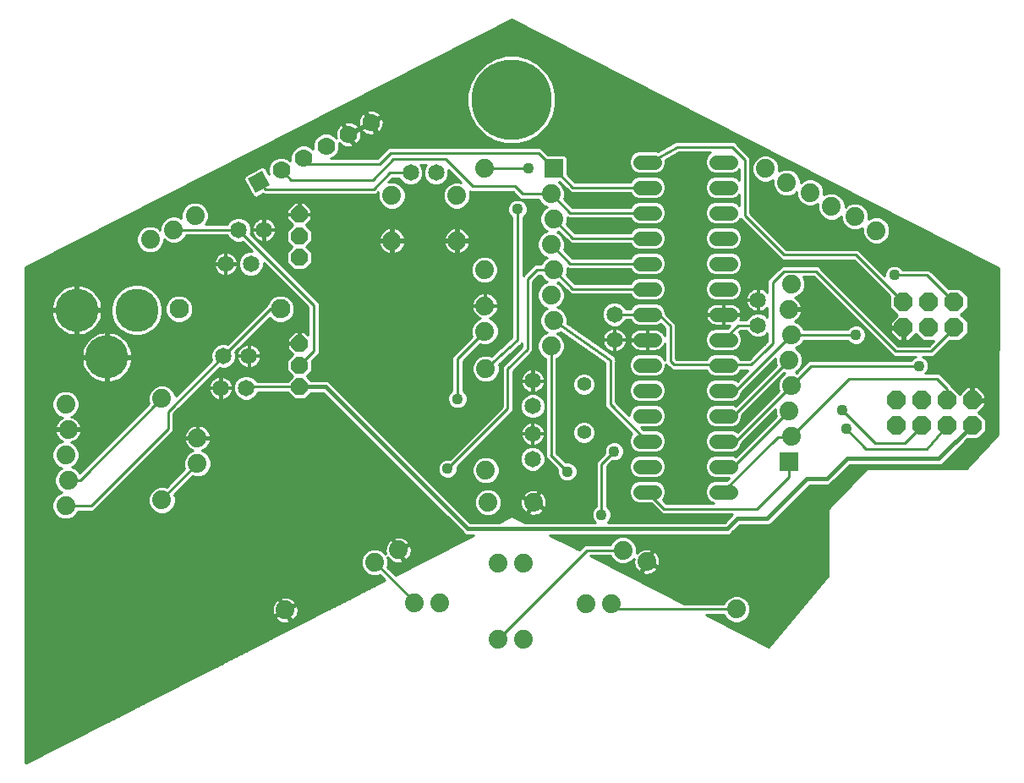
<source format=gbl>
G75*
%MOIN*%
%OFA0B0*%
%FSLAX24Y24*%
%IPPOS*%
%LPD*%
%AMOC8*
5,1,8,0,0,1.08239X$1,22.5*
%
%ADD10C,0.0740*%
%ADD11C,0.0650*%
%ADD12C,0.0560*%
%ADD13OC8,0.0740*%
%ADD14R,0.0740X0.0740*%
%ADD15C,0.0560*%
%ADD16R,0.0634X0.0634*%
%ADD17C,0.0700*%
%ADD18C,0.3156*%
%ADD19OC8,0.0660*%
%ADD20C,0.1700*%
%ADD21C,0.0760*%
%ADD22C,0.0100*%
%ADD23C,0.0436*%
%ADD24C,0.0160*%
D10*
X011745Y020436D03*
X015277Y022314D03*
X016209Y022804D03*
X016826Y020709D03*
X017826Y020709D03*
X020141Y019295D03*
X021141Y019295D03*
X023613Y020669D03*
X024613Y020669D03*
X026001Y022344D03*
X025062Y022794D03*
X021530Y024672D03*
X019741Y024682D03*
X019654Y025941D03*
X020156Y022276D03*
X021156Y022276D03*
X019654Y029941D03*
X019623Y031429D03*
X019623Y032429D03*
X019597Y033850D03*
X018512Y034991D03*
X018512Y036771D03*
X019597Y037850D03*
X022224Y036850D03*
X022324Y035850D03*
X022224Y034850D03*
X022324Y033850D03*
X022224Y032850D03*
X022324Y031850D03*
X022224Y030850D03*
X015952Y034991D03*
X015952Y036771D03*
X008191Y035985D03*
X007355Y035427D03*
X006425Y035046D03*
X006885Y028766D03*
X008288Y027220D03*
X008288Y026220D03*
X006885Y024766D03*
X003191Y025551D03*
X003091Y024551D03*
X003091Y026551D03*
X003191Y027551D03*
X003091Y028551D03*
X029533Y020467D03*
X031704Y027290D03*
X031604Y028290D03*
X031704Y029290D03*
X031604Y030290D03*
X031704Y031290D03*
X031604Y032290D03*
X031704Y033290D03*
X033284Y036336D03*
X032448Y036894D03*
X031518Y037275D03*
X030682Y037833D03*
X034214Y035955D03*
X035050Y035397D03*
D11*
X030379Y032662D03*
X030379Y031662D03*
X024729Y032085D03*
X024729Y031085D03*
X021505Y029471D03*
X021505Y028471D03*
X021500Y027385D03*
X021500Y026385D03*
X017695Y037671D03*
X016695Y037671D03*
X010909Y035426D03*
X009909Y035426D03*
X010397Y034081D03*
X009397Y034081D03*
X009316Y030453D03*
X010316Y030453D03*
X010205Y029191D03*
X009205Y029191D03*
D12*
X025743Y029090D02*
X026303Y029090D01*
X026303Y028090D02*
X025743Y028090D01*
X025743Y027090D02*
X026303Y027090D01*
X026303Y026090D02*
X025743Y026090D01*
X025743Y025090D02*
X026303Y025090D01*
X028743Y025090D02*
X029303Y025090D01*
X029303Y026090D02*
X028743Y026090D01*
X028743Y027090D02*
X029303Y027090D01*
X029303Y028090D02*
X028743Y028090D01*
X028743Y029090D02*
X029303Y029090D01*
X029303Y030090D02*
X028743Y030090D01*
X028743Y031090D02*
X029303Y031090D01*
X029303Y032090D02*
X028743Y032090D01*
X028743Y033090D02*
X029303Y033090D01*
X029303Y034090D02*
X028743Y034090D01*
X028743Y035090D02*
X029303Y035090D01*
X029303Y036090D02*
X028743Y036090D01*
X028743Y037090D02*
X029303Y037090D01*
X029303Y038090D02*
X028743Y038090D01*
X026303Y038090D02*
X025743Y038090D01*
X025743Y037090D02*
X026303Y037090D01*
X026303Y036090D02*
X025743Y036090D01*
X025743Y035090D02*
X026303Y035090D01*
X026303Y034090D02*
X025743Y034090D01*
X025743Y033090D02*
X026303Y033090D01*
X026303Y032090D02*
X025743Y032090D01*
X025743Y031090D02*
X026303Y031090D01*
X026303Y030090D02*
X025743Y030090D01*
D13*
X035831Y028713D03*
X036831Y028713D03*
X036831Y027713D03*
X035831Y027713D03*
X037831Y027713D03*
X038831Y027713D03*
X038831Y028713D03*
X037831Y028713D03*
X038117Y031576D03*
X037117Y031576D03*
X037117Y032576D03*
X038117Y032576D03*
X036117Y032576D03*
X036117Y031576D03*
D14*
X031604Y026290D03*
X022324Y037850D03*
D15*
X023531Y029333D03*
X023531Y027433D03*
D16*
G36*
X011137Y037176D02*
X010578Y036879D01*
X010281Y037438D01*
X010840Y037735D01*
X011137Y037176D01*
G37*
D17*
X011592Y037777D03*
X012475Y038246D03*
X013358Y038716D03*
X014241Y039185D03*
X015124Y039655D03*
D18*
X020670Y040553D03*
D19*
X012302Y036032D03*
X012302Y035182D03*
X012302Y034332D03*
X012315Y030938D03*
X012315Y030088D03*
X012315Y029238D03*
D20*
X005894Y032257D03*
X004713Y030406D03*
X003531Y032257D03*
D21*
X007560Y032302D03*
X011560Y032302D03*
D22*
X001530Y014400D02*
X001518Y014406D01*
X001518Y033940D01*
X020668Y043710D01*
X039857Y033920D01*
X039851Y027352D01*
X038621Y026004D01*
X034684Y026004D01*
X033148Y024409D01*
X033148Y021772D01*
X030806Y018996D01*
X028351Y020247D01*
X029039Y020247D01*
X029075Y020161D01*
X029227Y020009D01*
X029425Y019927D01*
X029640Y019927D01*
X029839Y020009D01*
X029991Y020161D01*
X030073Y020359D01*
X030073Y020574D01*
X029991Y020772D01*
X029839Y020924D01*
X029640Y021007D01*
X029425Y021007D01*
X029227Y020924D01*
X029075Y020772D01*
X029039Y020687D01*
X027487Y020687D01*
X023784Y022574D01*
X024568Y022574D01*
X024604Y022488D01*
X024756Y022336D01*
X024954Y022254D01*
X025169Y022254D01*
X025367Y022336D01*
X025493Y022462D01*
X025481Y022385D01*
X025481Y022304D01*
X025494Y022223D01*
X025519Y022145D01*
X025556Y022072D01*
X025604Y022006D01*
X025662Y021948D01*
X025723Y021904D01*
X025949Y022328D01*
X026017Y022292D01*
X026053Y022360D01*
X026478Y022135D01*
X026483Y022145D01*
X026508Y022223D01*
X026521Y022304D01*
X026521Y022385D01*
X026508Y022466D01*
X026483Y022544D01*
X026446Y022617D01*
X026398Y022683D01*
X026340Y022741D01*
X026279Y022785D01*
X026053Y022360D01*
X025985Y022397D01*
X026211Y022821D01*
X026201Y022826D01*
X026123Y022852D01*
X026042Y022864D01*
X025960Y022864D01*
X025879Y022852D01*
X025801Y022826D01*
X025728Y022789D01*
X025662Y022741D01*
X025604Y022683D01*
X025595Y022670D01*
X025602Y022687D01*
X025602Y022901D01*
X025519Y023100D01*
X025367Y023252D01*
X025169Y023334D01*
X024954Y023334D01*
X024756Y023252D01*
X024604Y023100D01*
X024568Y023014D01*
X023548Y023014D01*
X023419Y022885D01*
X023337Y022802D01*
X022180Y023392D01*
X029222Y023392D01*
X029314Y023430D01*
X029384Y023500D01*
X029669Y023785D01*
X030797Y023785D01*
X030889Y023823D01*
X030959Y023894D01*
X032425Y025360D01*
X033159Y025360D01*
X033251Y025398D01*
X033321Y025469D01*
X034000Y026148D01*
X037565Y026148D01*
X037657Y026186D01*
X037727Y026256D01*
X038645Y027173D01*
X039055Y027173D01*
X039371Y027490D01*
X039371Y027937D01*
X039081Y028227D01*
X039351Y028498D01*
X039351Y028663D01*
X038881Y028663D01*
X038881Y028763D01*
X039351Y028763D01*
X039351Y028929D01*
X039046Y029233D01*
X038881Y029233D01*
X038881Y028763D01*
X038781Y028763D01*
X038781Y029233D01*
X038616Y029233D01*
X038345Y028963D01*
X038055Y029253D01*
X038045Y029253D01*
X037660Y029638D01*
X037531Y029767D01*
X036988Y029767D01*
X037060Y029839D01*
X037119Y029982D01*
X037119Y030136D01*
X037060Y030279D01*
X036951Y030388D01*
X036867Y030423D01*
X037310Y030423D01*
X037924Y031036D01*
X038341Y031036D01*
X038657Y031352D01*
X038657Y031800D01*
X038381Y032076D01*
X038657Y032352D01*
X038657Y032800D01*
X038341Y033116D01*
X037894Y033116D01*
X037891Y033114D01*
X037143Y033862D01*
X036099Y033862D01*
X036098Y033863D01*
X035989Y033972D01*
X035847Y034031D01*
X035692Y034031D01*
X035549Y033972D01*
X035440Y033863D01*
X035381Y033720D01*
X035381Y033623D01*
X034342Y034663D01*
X031510Y034663D01*
X030089Y036084D01*
X030089Y038284D01*
X029589Y038784D01*
X029460Y038913D01*
X027251Y038913D01*
X027194Y038930D01*
X027163Y038913D01*
X027128Y038913D01*
X027086Y038871D01*
X026443Y038519D01*
X026393Y038540D01*
X025654Y038540D01*
X025488Y038472D01*
X025362Y038345D01*
X025293Y038180D01*
X025293Y038001D01*
X025362Y037835D01*
X025488Y037709D01*
X025654Y037640D01*
X026393Y037640D01*
X026558Y037709D01*
X026685Y037835D01*
X026753Y038001D01*
X026753Y038180D01*
X026751Y038186D01*
X027276Y038473D01*
X028491Y038473D01*
X028488Y038472D01*
X028362Y038345D01*
X028293Y038180D01*
X028293Y038001D01*
X028362Y037835D01*
X028488Y037709D01*
X028654Y037640D01*
X029393Y037640D01*
X029558Y037709D01*
X029649Y037800D01*
X029649Y037381D01*
X029558Y037472D01*
X029393Y037540D01*
X028654Y037540D01*
X028488Y037472D01*
X028362Y037345D01*
X028293Y037180D01*
X028293Y037001D01*
X028362Y036835D01*
X028488Y036709D01*
X028654Y036640D01*
X029393Y036640D01*
X029558Y036709D01*
X029649Y036800D01*
X029649Y036381D01*
X029558Y036472D01*
X029393Y036540D01*
X028654Y036540D01*
X028488Y036472D01*
X028362Y036345D01*
X028293Y036180D01*
X028293Y036001D01*
X028362Y035835D01*
X028488Y035709D01*
X028654Y035640D01*
X029393Y035640D01*
X029558Y035709D01*
X029685Y035835D01*
X029694Y035857D01*
X029778Y035773D01*
X029778Y035773D01*
X031199Y034352D01*
X031328Y034223D01*
X034159Y034223D01*
X035580Y032802D01*
X035577Y032800D01*
X035577Y032352D01*
X035868Y032062D01*
X035597Y031792D01*
X035597Y031626D01*
X036067Y031626D01*
X036067Y031526D01*
X035597Y031526D01*
X035597Y031361D01*
X035902Y031056D01*
X036067Y031056D01*
X036067Y031526D01*
X036167Y031526D01*
X036167Y031056D01*
X036333Y031056D01*
X036603Y031327D01*
X036894Y031036D01*
X037301Y031036D01*
X037128Y030863D01*
X035910Y030863D01*
X032889Y033884D01*
X032760Y034013D01*
X031328Y034013D01*
X031199Y033884D01*
X030749Y033434D01*
X030749Y032961D01*
X030742Y032971D01*
X030689Y033024D01*
X030628Y033068D01*
X030562Y033102D01*
X030491Y033125D01*
X030417Y033137D01*
X030398Y033137D01*
X030398Y032681D01*
X030360Y032681D01*
X030360Y032643D01*
X029904Y032643D01*
X029904Y032624D01*
X029916Y032551D01*
X029939Y032480D01*
X029973Y032413D01*
X030017Y032352D01*
X030070Y032300D01*
X030130Y032256D01*
X030197Y032222D01*
X030268Y032199D01*
X030342Y032187D01*
X030360Y032187D01*
X030360Y032643D01*
X030398Y032643D01*
X030398Y032187D01*
X030417Y032187D01*
X030491Y032199D01*
X030562Y032222D01*
X030628Y032256D01*
X030689Y032300D01*
X030742Y032352D01*
X030749Y032363D01*
X030749Y031992D01*
X030660Y032081D01*
X030478Y032157D01*
X030281Y032157D01*
X030099Y032081D01*
X029960Y031942D01*
X029935Y031882D01*
X029680Y031882D01*
X029702Y031925D01*
X029723Y031990D01*
X029733Y032056D01*
X029733Y032060D01*
X029053Y032060D01*
X029053Y031660D01*
X029282Y031660D01*
X029162Y031540D01*
X028654Y031540D01*
X028488Y031472D01*
X028362Y031345D01*
X028293Y031180D01*
X028293Y031001D01*
X028362Y030835D01*
X028488Y030709D01*
X028654Y030640D01*
X029393Y030640D01*
X029558Y030709D01*
X029685Y030835D01*
X029753Y031001D01*
X029753Y031180D01*
X029685Y031345D01*
X029637Y031393D01*
X029686Y031442D01*
X029935Y031442D01*
X029960Y031381D01*
X030099Y031242D01*
X030281Y031167D01*
X030478Y031167D01*
X030660Y031242D01*
X030749Y031332D01*
X030749Y031034D01*
X030628Y030913D01*
X030620Y030913D01*
X030026Y030318D01*
X029696Y030318D01*
X029685Y030345D01*
X029558Y030472D01*
X029393Y030540D01*
X028654Y030540D01*
X028488Y030472D01*
X028362Y030345D01*
X028351Y030318D01*
X027177Y030318D01*
X027148Y030347D01*
X027148Y031725D01*
X027019Y031854D01*
X026753Y032120D01*
X028993Y032120D01*
X028993Y032060D01*
X029053Y032060D01*
X029053Y032120D01*
X030192Y032120D01*
X030207Y032218D02*
X029714Y032218D01*
X029723Y032191D02*
X029702Y032255D01*
X029671Y032316D01*
X029631Y032370D01*
X029583Y032418D01*
X029529Y032458D01*
X029468Y032489D01*
X029404Y032510D01*
X029337Y032520D01*
X029053Y032520D01*
X029053Y032120D01*
X028993Y032120D01*
X028313Y032120D01*
X028313Y032124D01*
X028324Y032191D01*
X028345Y032255D01*
X028376Y032316D01*
X028415Y032370D01*
X028463Y032418D01*
X028518Y032458D01*
X028578Y032489D01*
X028643Y032510D01*
X028709Y032520D01*
X028993Y032520D01*
X028993Y032120D01*
X028993Y032060D02*
X028313Y032060D01*
X028313Y032056D01*
X028324Y031990D01*
X028345Y031925D01*
X028376Y031865D01*
X028415Y031810D01*
X028463Y031762D01*
X028518Y031723D01*
X028578Y031692D01*
X028643Y031671D01*
X028709Y031660D01*
X028993Y031660D01*
X028993Y032060D01*
X028993Y032021D02*
X029053Y032021D01*
X029053Y031923D02*
X028993Y031923D01*
X028993Y031824D02*
X029053Y031824D01*
X029053Y031726D02*
X028993Y031726D01*
X029249Y031627D02*
X027148Y031627D01*
X027148Y031529D02*
X028626Y031529D01*
X028447Y031430D02*
X027148Y031430D01*
X027148Y031332D02*
X028356Y031332D01*
X028316Y031233D02*
X027148Y031233D01*
X027148Y031135D02*
X028293Y031135D01*
X028293Y031036D02*
X027148Y031036D01*
X027148Y030938D02*
X028319Y030938D01*
X028360Y030839D02*
X027148Y030839D01*
X027148Y030741D02*
X028456Y030741D01*
X028649Y030642D02*
X027148Y030642D01*
X027148Y030544D02*
X030251Y030544D01*
X030153Y030445D02*
X029585Y030445D01*
X029683Y030347D02*
X030054Y030347D01*
X030117Y030098D02*
X029031Y030098D01*
X029023Y030090D01*
X029015Y030098D01*
X027085Y030098D01*
X026928Y030256D01*
X026928Y031634D01*
X026472Y032090D01*
X026023Y032090D01*
X024734Y032090D01*
X024729Y032085D01*
X024917Y031627D02*
X026623Y031627D01*
X026547Y031704D02*
X026708Y031543D01*
X026708Y031236D01*
X026702Y031255D01*
X026671Y031316D01*
X026631Y031370D01*
X026583Y031418D01*
X026529Y031458D01*
X026468Y031489D01*
X026404Y031510D01*
X026337Y031520D01*
X026053Y031520D01*
X026053Y031120D01*
X025993Y031120D01*
X025993Y031060D01*
X026053Y031060D01*
X026053Y030660D01*
X026337Y030660D01*
X026404Y030671D01*
X026468Y030692D01*
X026529Y030723D01*
X026583Y030762D01*
X026631Y030810D01*
X026671Y030865D01*
X026702Y030925D01*
X026708Y030944D01*
X026708Y030289D01*
X026685Y030345D01*
X026558Y030472D01*
X026393Y030540D01*
X025654Y030540D01*
X025488Y030472D01*
X025362Y030345D01*
X025293Y030180D01*
X025293Y030001D01*
X025362Y029835D01*
X025488Y029709D01*
X025654Y029640D01*
X026393Y029640D01*
X026558Y029709D01*
X026685Y029835D01*
X026753Y030001D01*
X026753Y030119D01*
X026865Y030007D01*
X026994Y029878D01*
X028344Y029878D01*
X028362Y029835D01*
X028488Y029709D01*
X028654Y029640D01*
X029393Y029640D01*
X029558Y029709D01*
X029685Y029835D01*
X029703Y029878D01*
X029981Y029878D01*
X029566Y029464D01*
X029558Y029472D01*
X029393Y029540D01*
X028654Y029540D01*
X028488Y029472D01*
X028362Y029345D01*
X028293Y029180D01*
X028293Y029001D01*
X028362Y028835D01*
X028488Y028709D01*
X028654Y028640D01*
X029393Y028640D01*
X029558Y028709D01*
X029685Y028835D01*
X029753Y029001D01*
X029753Y029028D01*
X031064Y030339D01*
X031064Y030183D01*
X031099Y030097D01*
X029499Y028496D01*
X029393Y028540D01*
X028654Y028540D01*
X028488Y028472D01*
X028362Y028345D01*
X028293Y028180D01*
X028293Y028001D01*
X028362Y027835D01*
X028488Y027709D01*
X028654Y027640D01*
X029393Y027640D01*
X029558Y027709D01*
X029685Y027835D01*
X029753Y028001D01*
X029753Y028128D01*
X031411Y029786D01*
X031450Y029769D01*
X031398Y029748D01*
X031246Y029596D01*
X031164Y029397D01*
X031164Y029183D01*
X031199Y029097D01*
X029566Y027464D01*
X029558Y027472D01*
X029393Y027540D01*
X028654Y027540D01*
X028488Y027472D01*
X028362Y027345D01*
X028293Y027180D01*
X028293Y027001D01*
X028362Y026835D01*
X028488Y026709D01*
X028654Y026640D01*
X029393Y026640D01*
X029558Y026709D01*
X029685Y026835D01*
X029753Y027001D01*
X029753Y027028D01*
X031064Y028339D01*
X031064Y028183D01*
X031099Y028097D01*
X029499Y026496D01*
X029393Y026540D01*
X028654Y026540D01*
X028488Y026472D01*
X028362Y026345D01*
X028293Y026180D01*
X028293Y026001D01*
X028362Y025835D01*
X028488Y025709D01*
X028654Y025640D01*
X029245Y025640D01*
X029145Y025540D01*
X028654Y025540D01*
X028488Y025472D01*
X028362Y025345D01*
X028293Y025180D01*
X028293Y025001D01*
X028362Y024835D01*
X028488Y024709D01*
X028632Y024649D01*
X026776Y024649D01*
X026637Y024788D01*
X026685Y024835D01*
X026753Y025001D01*
X026753Y025180D01*
X026685Y025345D01*
X026558Y025472D01*
X026393Y025540D01*
X025654Y025540D01*
X025488Y025472D01*
X025362Y025345D01*
X025293Y025180D01*
X025293Y025001D01*
X025362Y024835D01*
X025488Y024709D01*
X025654Y024640D01*
X026162Y024640D01*
X026593Y024209D01*
X029386Y024209D01*
X029069Y023892D01*
X024467Y023892D01*
X024548Y023973D01*
X024607Y024116D01*
X024607Y024270D01*
X024548Y024413D01*
X024439Y024522D01*
X024439Y026102D01*
X024642Y026305D01*
X024797Y026305D01*
X024939Y026364D01*
X025048Y026473D01*
X025107Y026616D01*
X025107Y026770D01*
X025048Y026913D01*
X024939Y027022D01*
X024797Y027081D01*
X024642Y027081D01*
X024499Y027022D01*
X024390Y026913D01*
X024331Y026770D01*
X024331Y026616D01*
X023999Y026284D01*
X023999Y024522D01*
X023890Y024413D01*
X023831Y024270D01*
X023831Y024116D01*
X023890Y023973D01*
X023972Y023892D01*
X021200Y023892D01*
X020680Y024157D01*
X020162Y023892D01*
X019039Y023892D01*
X013552Y029380D01*
X013481Y029450D01*
X013389Y029488D01*
X012772Y029488D01*
X012597Y029663D01*
X012815Y029881D01*
X012815Y030277D01*
X012968Y030430D01*
X013096Y030558D01*
X013096Y032549D01*
X010379Y035267D01*
X010404Y035327D01*
X010404Y035524D01*
X010329Y035706D01*
X010189Y035845D01*
X010007Y035921D01*
X009810Y035921D01*
X009628Y035845D01*
X009489Y035706D01*
X009464Y035646D01*
X008615Y035646D01*
X008649Y035679D01*
X008731Y035878D01*
X008731Y036093D01*
X008649Y036291D01*
X008497Y036443D01*
X008298Y036525D01*
X008083Y036525D01*
X007885Y036443D01*
X007733Y036291D01*
X007651Y036093D01*
X007651Y035889D01*
X007462Y035967D01*
X007247Y035967D01*
X007049Y035885D01*
X006897Y035733D01*
X006815Y035535D01*
X006815Y035420D01*
X006731Y035504D01*
X006532Y035586D01*
X006318Y035586D01*
X006119Y035504D01*
X005967Y035352D01*
X005885Y035154D01*
X005885Y034939D01*
X005967Y034740D01*
X006119Y034588D01*
X006318Y034506D01*
X006532Y034506D01*
X006731Y034588D01*
X006883Y034740D01*
X006965Y034939D01*
X006965Y035054D01*
X007049Y034970D01*
X007247Y034887D01*
X007462Y034887D01*
X007661Y034970D01*
X007813Y035122D01*
X007848Y035206D01*
X009464Y035206D01*
X009489Y035145D01*
X009628Y035006D01*
X009810Y034931D01*
X010007Y034931D01*
X010068Y034956D01*
X010448Y034576D01*
X010299Y034576D01*
X010117Y034500D01*
X009978Y034361D01*
X009902Y034179D01*
X009902Y033982D01*
X009978Y033800D01*
X010117Y033661D01*
X010299Y033586D01*
X010496Y033586D01*
X010678Y033661D01*
X010817Y033800D01*
X010892Y033982D01*
X010892Y034131D01*
X012656Y032367D01*
X012656Y031275D01*
X012514Y031418D01*
X012345Y031418D01*
X012345Y030968D01*
X012285Y030968D01*
X012285Y031418D01*
X012116Y031418D01*
X011835Y031137D01*
X011835Y030968D01*
X012285Y030968D01*
X012285Y030908D01*
X011835Y030908D01*
X011835Y030739D01*
X012047Y030527D01*
X011815Y030295D01*
X011815Y029881D01*
X012033Y029663D01*
X011828Y029458D01*
X010630Y029458D01*
X010625Y029471D01*
X010485Y029611D01*
X010303Y029686D01*
X010106Y029686D01*
X009924Y029611D01*
X009785Y029471D01*
X009710Y029289D01*
X009710Y029092D01*
X009785Y028911D01*
X009924Y028771D01*
X010106Y028696D01*
X010303Y028696D01*
X010485Y028771D01*
X010625Y028911D01*
X010669Y029018D01*
X011828Y029018D01*
X012108Y028738D01*
X012522Y028738D01*
X012772Y028988D01*
X013236Y028988D01*
X018724Y023500D01*
X018794Y023430D01*
X018886Y023392D01*
X019184Y023392D01*
X016092Y021810D01*
X015781Y022121D01*
X015817Y022207D01*
X015817Y022422D01*
X015780Y022509D01*
X015812Y022465D01*
X015870Y022407D01*
X015936Y022359D01*
X016009Y022322D01*
X016087Y022297D01*
X016168Y022284D01*
X016250Y022284D01*
X016331Y022297D01*
X016409Y022322D01*
X016419Y022327D01*
X016193Y022752D01*
X016261Y022788D01*
X016225Y022856D01*
X016650Y023082D01*
X016606Y023142D01*
X016548Y023200D01*
X016482Y023248D01*
X016409Y023286D01*
X016331Y023311D01*
X016250Y023324D01*
X016168Y023324D01*
X016087Y023311D01*
X016009Y023286D01*
X015999Y023280D01*
X016225Y022856D01*
X016157Y022820D01*
X015931Y023244D01*
X015870Y023200D01*
X015812Y023142D01*
X015764Y023076D01*
X015727Y023003D01*
X015702Y022926D01*
X015689Y022845D01*
X015689Y022763D01*
X015702Y022682D01*
X015716Y022639D01*
X015582Y022772D01*
X015384Y022854D01*
X015169Y022854D01*
X014971Y022772D01*
X014819Y022620D01*
X014737Y022422D01*
X014737Y022207D01*
X014819Y022008D01*
X014971Y021857D01*
X015169Y021774D01*
X015384Y021774D01*
X015470Y021810D01*
X015680Y021600D01*
X014054Y020768D01*
X001530Y014400D01*
X001518Y014488D02*
X001704Y014488D01*
X001518Y014587D02*
X001898Y014587D01*
X002091Y014685D02*
X001518Y014685D01*
X001518Y014784D02*
X002285Y014784D01*
X002479Y014882D02*
X001518Y014882D01*
X001518Y014981D02*
X002673Y014981D01*
X002866Y015079D02*
X001518Y015079D01*
X001518Y015178D02*
X003060Y015178D01*
X003254Y015276D02*
X001518Y015276D01*
X001518Y015375D02*
X003447Y015375D01*
X003641Y015473D02*
X001518Y015473D01*
X001518Y015572D02*
X003835Y015572D01*
X004029Y015670D02*
X001518Y015670D01*
X001518Y015769D02*
X004222Y015769D01*
X004416Y015867D02*
X001518Y015867D01*
X001518Y015966D02*
X004610Y015966D01*
X004804Y016064D02*
X001518Y016064D01*
X001518Y016163D02*
X004997Y016163D01*
X005191Y016261D02*
X001518Y016261D01*
X001518Y016360D02*
X005385Y016360D01*
X005578Y016458D02*
X001518Y016458D01*
X001518Y016557D02*
X005772Y016557D01*
X005966Y016655D02*
X001518Y016655D01*
X001518Y016754D02*
X006160Y016754D01*
X006353Y016852D02*
X001518Y016852D01*
X001518Y016951D02*
X006547Y016951D01*
X006741Y017049D02*
X001518Y017049D01*
X001518Y017148D02*
X006935Y017148D01*
X007128Y017246D02*
X001518Y017246D01*
X001518Y017345D02*
X007322Y017345D01*
X007516Y017443D02*
X001518Y017443D01*
X001518Y017542D02*
X007709Y017542D01*
X007903Y017640D02*
X001518Y017640D01*
X001518Y017739D02*
X008097Y017739D01*
X008291Y017837D02*
X001518Y017837D01*
X001518Y017936D02*
X008484Y017936D01*
X008678Y018034D02*
X001518Y018034D01*
X001518Y018133D02*
X008872Y018133D01*
X009066Y018231D02*
X001518Y018231D01*
X001518Y018330D02*
X009259Y018330D01*
X009453Y018428D02*
X001518Y018428D01*
X001518Y018527D02*
X009647Y018527D01*
X009841Y018625D02*
X001518Y018625D01*
X001518Y018724D02*
X010034Y018724D01*
X010228Y018822D02*
X001518Y018822D01*
X001518Y018921D02*
X010422Y018921D01*
X010615Y019019D02*
X001518Y019019D01*
X001518Y019118D02*
X010809Y019118D01*
X011003Y019216D02*
X001518Y019216D01*
X001518Y019315D02*
X011197Y019315D01*
X011390Y019413D02*
X001518Y019413D01*
X001518Y019512D02*
X011584Y019512D01*
X011778Y019610D02*
X001518Y019610D01*
X001518Y019709D02*
X011972Y019709D01*
X012165Y019807D02*
X001518Y019807D01*
X001518Y019906D02*
X012359Y019906D01*
X012553Y020004D02*
X012035Y020004D01*
X012023Y019996D02*
X012084Y020040D01*
X012141Y020098D01*
X012190Y020164D01*
X012227Y020237D01*
X012252Y020315D01*
X012265Y020396D01*
X012265Y020477D01*
X012252Y020558D01*
X012227Y020636D01*
X012221Y020646D01*
X011797Y020421D01*
X011761Y020489D01*
X012186Y020715D01*
X012141Y020775D01*
X012084Y020833D01*
X012017Y020881D01*
X011944Y020918D01*
X011867Y020944D01*
X011786Y020956D01*
X011704Y020956D01*
X011623Y020944D01*
X011545Y020918D01*
X011535Y020913D01*
X011761Y020489D01*
X011693Y020452D01*
X011729Y020384D01*
X011797Y020421D01*
X012023Y019996D01*
X012018Y020004D02*
X011931Y020004D01*
X011955Y019960D02*
X011729Y020384D01*
X011304Y020158D01*
X011348Y020098D01*
X011406Y020040D01*
X011472Y019992D01*
X011545Y019955D01*
X011623Y019929D01*
X011704Y019916D01*
X011786Y019916D01*
X011867Y019929D01*
X011944Y019955D01*
X011955Y019960D01*
X011966Y020103D02*
X011878Y020103D01*
X011913Y020201D02*
X011826Y020201D01*
X011861Y020300D02*
X011774Y020300D01*
X011755Y020398D02*
X011809Y020398D01*
X011721Y020398D02*
X011591Y020398D01*
X011570Y020300D02*
X011406Y020300D01*
X011385Y020201D02*
X001518Y020201D01*
X001518Y020103D02*
X011344Y020103D01*
X011268Y020227D02*
X011693Y020452D01*
X011467Y020877D01*
X011406Y020833D01*
X011348Y020775D01*
X011300Y020709D01*
X011263Y020636D01*
X011238Y020558D01*
X011225Y020477D01*
X011225Y020396D01*
X011238Y020315D01*
X011263Y020237D01*
X011268Y020227D01*
X011242Y020300D02*
X001518Y020300D01*
X001518Y020398D02*
X011225Y020398D01*
X011228Y020497D02*
X001518Y020497D01*
X001518Y020595D02*
X011250Y020595D01*
X011292Y020694D02*
X001518Y020694D01*
X001518Y020792D02*
X011365Y020792D01*
X011512Y020792D02*
X011599Y020792D01*
X011564Y020694D02*
X011652Y020694D01*
X011617Y020595D02*
X011704Y020595D01*
X011669Y020497D02*
X011756Y020497D01*
X011776Y020497D02*
X011941Y020497D01*
X011962Y020595D02*
X012126Y020595D01*
X012147Y020694D02*
X013909Y020694D01*
X014102Y020792D02*
X012124Y020792D01*
X011998Y020891D02*
X014295Y020891D01*
X014487Y020989D02*
X001518Y020989D01*
X001518Y020891D02*
X011547Y020891D01*
X012240Y020595D02*
X013715Y020595D01*
X013521Y020497D02*
X012262Y020497D01*
X012265Y020398D02*
X013328Y020398D01*
X013134Y020300D02*
X012247Y020300D01*
X012209Y020201D02*
X012940Y020201D01*
X012746Y020103D02*
X012145Y020103D01*
X011455Y020004D02*
X001518Y020004D01*
X001518Y021088D02*
X014680Y021088D01*
X014873Y021186D02*
X001518Y021186D01*
X001518Y021285D02*
X015065Y021285D01*
X015258Y021383D02*
X001518Y021383D01*
X001518Y021482D02*
X015450Y021482D01*
X015643Y021580D02*
X001518Y021580D01*
X001518Y021679D02*
X015601Y021679D01*
X015502Y021777D02*
X015391Y021777D01*
X015162Y021777D02*
X001518Y021777D01*
X001518Y021876D02*
X014951Y021876D01*
X014853Y021974D02*
X001518Y021974D01*
X001518Y022073D02*
X014792Y022073D01*
X014751Y022171D02*
X001518Y022171D01*
X001518Y022270D02*
X014737Y022270D01*
X014737Y022368D02*
X001518Y022368D01*
X001518Y022467D02*
X014755Y022467D01*
X014796Y022565D02*
X001518Y022565D01*
X001518Y022664D02*
X014862Y022664D01*
X014961Y022762D02*
X001518Y022762D01*
X001518Y022861D02*
X015692Y022861D01*
X015689Y022762D02*
X015592Y022762D01*
X015691Y022664D02*
X015708Y022664D01*
X015798Y022467D02*
X015811Y022467D01*
X015817Y022368D02*
X015923Y022368D01*
X015817Y022270D02*
X016991Y022270D01*
X016798Y022171D02*
X015802Y022171D01*
X015829Y022073D02*
X016606Y022073D01*
X016413Y021974D02*
X015928Y021974D01*
X016026Y021876D02*
X016221Y021876D01*
X016397Y022368D02*
X016484Y022368D01*
X016487Y022363D02*
X016548Y022407D01*
X016606Y022465D01*
X016654Y022531D01*
X016691Y022604D01*
X016716Y022682D01*
X016729Y022763D01*
X016729Y022845D01*
X016716Y022926D01*
X016691Y023003D01*
X016686Y023014D01*
X016261Y022788D01*
X016487Y022363D01*
X016495Y022368D02*
X017184Y022368D01*
X017376Y022467D02*
X016607Y022467D01*
X016671Y022565D02*
X017569Y022565D01*
X017761Y022664D02*
X016710Y022664D01*
X016729Y022762D02*
X017954Y022762D01*
X018147Y022861D02*
X016726Y022861D01*
X016705Y022959D02*
X018339Y022959D01*
X018532Y023058D02*
X016605Y023058D01*
X016592Y023156D02*
X018724Y023156D01*
X018917Y023255D02*
X016469Y023255D01*
X016420Y022959D02*
X016584Y022959D01*
X016399Y022861D02*
X016234Y022861D01*
X016222Y022861D02*
X016135Y022861D01*
X016170Y022959D02*
X016083Y022959D01*
X016118Y023058D02*
X016030Y023058D01*
X016065Y023156D02*
X015978Y023156D01*
X016013Y023255D02*
X001518Y023255D01*
X001518Y023353D02*
X019109Y023353D01*
X018772Y023452D02*
X001518Y023452D01*
X001518Y023550D02*
X018674Y023550D01*
X018724Y023500D02*
X018724Y023500D01*
X018575Y023649D02*
X001518Y023649D01*
X001518Y023747D02*
X018477Y023747D01*
X018378Y023846D02*
X001518Y023846D01*
X001518Y023944D02*
X018280Y023944D01*
X018181Y024043D02*
X003275Y024043D01*
X003198Y024011D02*
X003396Y024093D01*
X003548Y024245D01*
X003584Y024331D01*
X004188Y024331D01*
X004317Y024460D01*
X007216Y027359D01*
X007345Y027488D01*
X007345Y028170D01*
X009157Y029983D01*
X009218Y029958D01*
X009415Y029958D01*
X009597Y030033D01*
X009736Y030173D01*
X009811Y030355D01*
X009811Y030551D01*
X009786Y030612D01*
X011129Y031955D01*
X011248Y031836D01*
X011451Y031752D01*
X011669Y031752D01*
X011871Y031836D01*
X012026Y031991D01*
X012110Y032193D01*
X012110Y032412D01*
X012026Y032614D01*
X011871Y032769D01*
X011669Y032852D01*
X011451Y032852D01*
X011248Y032769D01*
X011094Y032614D01*
X011042Y032490D01*
X009475Y030923D01*
X009415Y030948D01*
X009218Y030948D01*
X009036Y030873D01*
X008897Y030733D01*
X008821Y030551D01*
X008821Y030355D01*
X008846Y030294D01*
X007425Y028872D01*
X007425Y028873D01*
X007342Y029072D01*
X007191Y029224D01*
X006992Y029306D01*
X006777Y029306D01*
X006579Y029224D01*
X006427Y029072D01*
X006345Y028873D01*
X006345Y028658D01*
X006380Y028573D01*
X003653Y025845D01*
X003648Y025857D01*
X003496Y026009D01*
X003345Y026072D01*
X003396Y026093D01*
X003548Y026245D01*
X003631Y026444D01*
X003631Y026659D01*
X003548Y026857D01*
X003396Y027009D01*
X003312Y027044D01*
X003312Y027044D01*
X003390Y027069D01*
X003463Y027106D01*
X003529Y027155D01*
X003587Y027212D01*
X003635Y027279D01*
X003673Y027352D01*
X003698Y027429D01*
X003709Y027501D01*
X003241Y027501D01*
X003241Y027601D01*
X003709Y027601D01*
X003698Y027673D01*
X003673Y027751D01*
X003635Y027824D01*
X003587Y027890D01*
X003529Y027948D01*
X003463Y027996D01*
X003390Y028033D01*
X003312Y028058D01*
X003396Y028093D01*
X003548Y028245D01*
X003631Y028444D01*
X003631Y028659D01*
X003548Y028857D01*
X003396Y029009D01*
X003198Y029091D01*
X002983Y029091D01*
X002785Y029009D01*
X002633Y028857D01*
X002551Y028659D01*
X002551Y028444D01*
X002633Y028245D01*
X002785Y028093D01*
X002964Y028019D01*
X002918Y027996D01*
X002852Y027948D01*
X002794Y027890D01*
X002746Y027824D01*
X002709Y027751D01*
X002683Y027673D01*
X002672Y027601D01*
X003141Y027601D01*
X003141Y027501D01*
X002672Y027501D01*
X002683Y027429D01*
X002709Y027352D01*
X002746Y027279D01*
X002794Y027212D01*
X002852Y027155D01*
X002918Y027106D01*
X002964Y027083D01*
X002785Y027009D01*
X002633Y026857D01*
X002551Y026659D01*
X002551Y026444D01*
X002633Y026245D01*
X002785Y026093D01*
X002937Y026030D01*
X002885Y026009D01*
X002733Y025857D01*
X002651Y025659D01*
X002651Y025444D01*
X002733Y025245D01*
X002885Y025093D01*
X002937Y025072D01*
X002785Y025009D01*
X002633Y024857D01*
X002551Y024659D01*
X002551Y024444D01*
X002633Y024245D01*
X002785Y024093D01*
X002983Y024011D01*
X003198Y024011D01*
X003445Y024141D02*
X018083Y024141D01*
X017984Y024240D02*
X007026Y024240D01*
X006992Y024226D02*
X007191Y024308D01*
X007342Y024460D01*
X007425Y024658D01*
X007425Y024873D01*
X007385Y024968D01*
X008104Y025712D01*
X008181Y025680D01*
X008396Y025680D01*
X008594Y025762D01*
X008746Y025914D01*
X008828Y026113D01*
X008828Y026327D01*
X008746Y026526D01*
X008594Y026678D01*
X008466Y026731D01*
X008488Y026738D01*
X008561Y026775D01*
X008627Y026823D01*
X008685Y026881D01*
X008733Y026948D01*
X008770Y027020D01*
X008795Y027098D01*
X008808Y027179D01*
X008808Y027190D01*
X008318Y027190D01*
X008318Y027250D01*
X008258Y027250D01*
X008258Y027190D01*
X007768Y027190D01*
X007768Y027179D01*
X007781Y027098D01*
X007806Y027020D01*
X007843Y026948D01*
X007892Y026881D01*
X007949Y026823D01*
X008016Y026775D01*
X008089Y026738D01*
X008111Y026731D01*
X007982Y026678D01*
X007830Y026526D01*
X007748Y026327D01*
X007748Y026113D01*
X007787Y026018D01*
X007069Y025274D01*
X006992Y025306D01*
X006777Y025306D01*
X006579Y025224D01*
X006427Y025072D01*
X006345Y024873D01*
X006345Y024658D01*
X006427Y024460D01*
X006579Y024308D01*
X006777Y024226D01*
X006992Y024226D01*
X006743Y024240D02*
X003543Y024240D01*
X003091Y024551D02*
X004097Y024551D01*
X007125Y027579D01*
X007125Y028262D01*
X009316Y030453D01*
X011166Y032302D01*
X011560Y032302D01*
X011958Y031923D02*
X012656Y031923D01*
X012656Y032021D02*
X012039Y032021D01*
X012080Y032120D02*
X012656Y032120D01*
X012656Y032218D02*
X012110Y032218D01*
X012110Y032317D02*
X012656Y032317D01*
X012608Y032415D02*
X012108Y032415D01*
X012068Y032514D02*
X012510Y032514D01*
X012411Y032612D02*
X012027Y032612D01*
X011929Y032711D02*
X012313Y032711D01*
X012214Y032809D02*
X011773Y032809D01*
X012017Y033006D02*
X006586Y033006D01*
X006520Y033073D02*
X006287Y033207D01*
X006028Y033277D01*
X005759Y033277D01*
X005500Y033207D01*
X005267Y033073D01*
X005077Y032883D01*
X004943Y032650D01*
X004874Y032391D01*
X004874Y032122D01*
X004943Y031863D01*
X005077Y031630D01*
X005267Y031440D01*
X005500Y031306D01*
X005759Y031237D01*
X006028Y031237D01*
X006287Y031306D01*
X006520Y031440D01*
X006710Y031630D01*
X006844Y031863D01*
X006914Y032122D01*
X006914Y032391D01*
X006844Y032650D01*
X006710Y032883D01*
X006520Y033073D01*
X006464Y033105D02*
X011919Y033105D01*
X011820Y033203D02*
X006294Y033203D01*
X006685Y032908D02*
X012116Y032908D01*
X012442Y033203D02*
X020684Y033203D01*
X020684Y033105D02*
X012541Y033105D01*
X012639Y033006D02*
X020684Y033006D01*
X020684Y032908D02*
X019829Y032908D01*
X019823Y032911D02*
X019745Y032937D01*
X019664Y032949D01*
X019653Y032949D01*
X019653Y032459D01*
X020143Y032459D01*
X020143Y032470D01*
X020130Y032551D01*
X020105Y032629D01*
X020068Y032702D01*
X020020Y032768D01*
X019962Y032826D01*
X019896Y032874D01*
X019823Y032911D01*
X019653Y032908D02*
X019593Y032908D01*
X019593Y032949D02*
X019582Y032949D01*
X019501Y032937D01*
X019424Y032911D01*
X019351Y032874D01*
X019284Y032826D01*
X019227Y032768D01*
X019178Y032702D01*
X019141Y032629D01*
X019116Y032551D01*
X019103Y032470D01*
X019103Y032459D01*
X019593Y032459D01*
X019593Y032399D01*
X019103Y032399D01*
X019103Y032388D01*
X019116Y032308D01*
X019141Y032230D01*
X019178Y032157D01*
X019227Y032091D01*
X019284Y032033D01*
X019351Y031985D01*
X019424Y031947D01*
X019446Y031940D01*
X019317Y031887D01*
X019165Y031735D01*
X019083Y031537D01*
X019083Y031322D01*
X019123Y031226D01*
X018322Y030426D01*
X018322Y029089D01*
X018213Y028980D01*
X018154Y028837D01*
X018154Y028683D01*
X018213Y028540D01*
X018322Y028431D01*
X018465Y028372D01*
X018619Y028372D01*
X018762Y028431D01*
X018871Y028540D01*
X018930Y028683D01*
X018930Y028837D01*
X018871Y028980D01*
X018762Y029089D01*
X018762Y030244D01*
X019440Y030921D01*
X019516Y030889D01*
X019731Y030889D01*
X019929Y030972D01*
X020081Y031123D01*
X020163Y031322D01*
X020163Y031537D01*
X020081Y031735D01*
X019929Y031887D01*
X019801Y031940D01*
X019823Y031947D01*
X019896Y031985D01*
X019962Y032033D01*
X020020Y032091D01*
X020068Y032157D01*
X020105Y032230D01*
X020130Y032308D01*
X020143Y032388D01*
X020143Y032399D01*
X019653Y032399D01*
X019653Y032459D01*
X019593Y032459D01*
X019593Y032949D01*
X019593Y032809D02*
X019653Y032809D01*
X019653Y032711D02*
X019593Y032711D01*
X019593Y032612D02*
X019653Y032612D01*
X019653Y032514D02*
X019593Y032514D01*
X019593Y032415D02*
X013096Y032415D01*
X013096Y032317D02*
X019115Y032317D01*
X019147Y032218D02*
X013096Y032218D01*
X013096Y032120D02*
X019205Y032120D01*
X019300Y032021D02*
X013096Y032021D01*
X013096Y031923D02*
X019404Y031923D01*
X019255Y031824D02*
X013096Y031824D01*
X013096Y031726D02*
X019162Y031726D01*
X019121Y031627D02*
X013096Y031627D01*
X013096Y031529D02*
X019083Y031529D01*
X019083Y031430D02*
X013096Y031430D01*
X013096Y031332D02*
X019083Y031332D01*
X019120Y031233D02*
X013096Y031233D01*
X013096Y031135D02*
X019031Y031135D01*
X018933Y031036D02*
X013096Y031036D01*
X013096Y030938D02*
X018834Y030938D01*
X018736Y030839D02*
X013096Y030839D01*
X013096Y030741D02*
X018637Y030741D01*
X018539Y030642D02*
X013096Y030642D01*
X013082Y030544D02*
X018440Y030544D01*
X018342Y030445D02*
X012983Y030445D01*
X012885Y030347D02*
X018322Y030347D01*
X018322Y030248D02*
X012815Y030248D01*
X012815Y030150D02*
X018322Y030150D01*
X018322Y030051D02*
X012815Y030051D01*
X012815Y029953D02*
X018322Y029953D01*
X018322Y029854D02*
X012788Y029854D01*
X012690Y029756D02*
X018322Y029756D01*
X018322Y029657D02*
X012602Y029657D01*
X012701Y029559D02*
X018322Y029559D01*
X018322Y029460D02*
X013456Y029460D01*
X013552Y029380D02*
X013552Y029380D01*
X013569Y029362D02*
X018322Y029362D01*
X018322Y029263D02*
X013668Y029263D01*
X013766Y029165D02*
X018322Y029165D01*
X018300Y029066D02*
X013865Y029066D01*
X013963Y028968D02*
X018208Y028968D01*
X018167Y028869D02*
X014062Y028869D01*
X014160Y028771D02*
X018154Y028771D01*
X018158Y028672D02*
X014259Y028672D01*
X014357Y028574D02*
X018199Y028574D01*
X018278Y028475D02*
X014456Y028475D01*
X014554Y028377D02*
X018452Y028377D01*
X018632Y028377D02*
X020210Y028377D01*
X020291Y028457D02*
X018225Y026392D01*
X018071Y026392D01*
X017929Y026333D01*
X017819Y026224D01*
X017760Y026081D01*
X017760Y025927D01*
X017819Y025784D01*
X017929Y025675D01*
X018071Y025616D01*
X018226Y025616D01*
X018368Y025675D01*
X018477Y025784D01*
X018537Y025927D01*
X018537Y026081D01*
X020731Y028275D01*
X020731Y029850D01*
X021518Y030637D01*
X021518Y033393D01*
X021755Y033630D01*
X021831Y033630D01*
X021867Y033544D01*
X022018Y033392D01*
X022070Y033371D01*
X021918Y033308D01*
X021767Y033156D01*
X021684Y032958D01*
X021684Y032743D01*
X021767Y032544D01*
X021918Y032392D01*
X022070Y032330D01*
X022018Y032308D01*
X021867Y032156D01*
X021784Y031958D01*
X021784Y031743D01*
X021867Y031544D01*
X022018Y031392D01*
X022070Y031371D01*
X021918Y031308D01*
X021767Y031156D01*
X021684Y030958D01*
X021684Y030743D01*
X021767Y030544D01*
X021425Y030544D01*
X021518Y030642D02*
X021726Y030642D01*
X021767Y030544D02*
X021918Y030392D01*
X022004Y030357D01*
X022004Y026639D01*
X021999Y026634D01*
X021999Y026452D01*
X022128Y026323D01*
X022481Y025970D01*
X022481Y025816D01*
X020186Y025816D01*
X020194Y025834D02*
X020111Y025636D01*
X019960Y025484D01*
X019761Y025401D01*
X019546Y025401D01*
X019348Y025484D01*
X019196Y025636D01*
X019114Y025834D01*
X019114Y026049D01*
X019196Y026247D01*
X019348Y026399D01*
X019546Y026481D01*
X019761Y026481D01*
X019960Y026399D01*
X020111Y026247D01*
X020194Y026049D01*
X020194Y025834D01*
X020194Y025914D02*
X021342Y025914D01*
X021402Y025890D02*
X021598Y025890D01*
X021780Y025965D01*
X021920Y026104D01*
X021995Y026286D01*
X021995Y026483D01*
X021920Y026665D01*
X021780Y026804D01*
X021598Y026880D01*
X021402Y026880D01*
X021220Y026804D01*
X021080Y026665D01*
X021005Y026483D01*
X021005Y026286D01*
X021080Y026104D01*
X021220Y025965D01*
X021402Y025890D01*
X021658Y025914D02*
X022481Y025914D01*
X022481Y025816D02*
X022540Y025673D01*
X022649Y025564D01*
X022792Y025505D01*
X022947Y025505D01*
X023089Y025564D01*
X023198Y025673D01*
X023257Y025816D01*
X023999Y025816D01*
X023999Y025914D02*
X023257Y025914D01*
X023257Y025970D02*
X023198Y026113D01*
X023089Y026222D01*
X022947Y026281D01*
X022792Y026281D01*
X022444Y026629D01*
X022444Y030357D01*
X022530Y030392D01*
X022682Y030544D01*
X023821Y030544D01*
X023679Y030642D02*
X022723Y030642D01*
X022682Y030544D02*
X022764Y030743D01*
X022764Y030958D01*
X022682Y031156D01*
X022530Y031308D01*
X022478Y031330D01*
X022610Y031384D01*
X024349Y030178D01*
X024349Y028453D01*
X025410Y027393D01*
X025362Y027345D01*
X025293Y027180D01*
X025293Y027001D01*
X025362Y026835D01*
X025488Y026709D01*
X025654Y026640D01*
X026393Y026640D01*
X026558Y026709D01*
X026685Y026835D01*
X026753Y027001D01*
X026753Y027180D01*
X026685Y027345D01*
X026558Y027472D01*
X026393Y027540D01*
X025884Y027540D01*
X025784Y027640D01*
X026393Y027640D01*
X026558Y027709D01*
X026685Y027835D01*
X026753Y028001D01*
X026753Y028180D01*
X028293Y028180D01*
X028293Y028081D02*
X026753Y028081D01*
X026746Y027983D02*
X028301Y027983D01*
X028341Y027884D02*
X026705Y027884D01*
X026635Y027786D02*
X028411Y027786D01*
X028540Y027687D02*
X026507Y027687D01*
X026513Y027490D02*
X028533Y027490D01*
X028409Y027392D02*
X026638Y027392D01*
X026706Y027293D02*
X028340Y027293D01*
X028300Y027195D02*
X026747Y027195D01*
X026753Y027096D02*
X028293Y027096D01*
X028294Y026998D02*
X026752Y026998D01*
X026711Y026899D02*
X028335Y026899D01*
X028396Y026801D02*
X026650Y026801D01*
X026543Y026702D02*
X028504Y026702D01*
X028570Y026505D02*
X026477Y026505D01*
X026558Y026472D02*
X026393Y026540D01*
X025654Y026540D01*
X025488Y026472D01*
X025362Y026345D01*
X025293Y026180D01*
X025293Y026001D01*
X025362Y025835D01*
X025488Y025709D01*
X025654Y025640D01*
X026393Y025640D01*
X026558Y025709D01*
X026685Y025835D01*
X026753Y026001D01*
X026753Y026180D01*
X026685Y026345D01*
X026558Y026472D01*
X026623Y026407D02*
X028424Y026407D01*
X028347Y026308D02*
X026700Y026308D01*
X026741Y026210D02*
X028306Y026210D01*
X028293Y026111D02*
X026753Y026111D01*
X026753Y026013D02*
X028293Y026013D01*
X028329Y025914D02*
X026718Y025914D01*
X026665Y025816D02*
X028381Y025816D01*
X028480Y025717D02*
X026567Y025717D01*
X026441Y025520D02*
X028606Y025520D01*
X028439Y025422D02*
X026608Y025422D01*
X026694Y025323D02*
X028353Y025323D01*
X028312Y025225D02*
X026735Y025225D01*
X026753Y025126D02*
X028293Y025126D01*
X028293Y025028D02*
X026753Y025028D01*
X026724Y024929D02*
X028323Y024929D01*
X028366Y024831D02*
X026680Y024831D01*
X026692Y024732D02*
X028465Y024732D01*
X029023Y025090D02*
X029023Y025107D01*
X031180Y027264D01*
X031678Y027264D01*
X031704Y027290D01*
X033961Y029547D01*
X037440Y029547D01*
X037831Y029156D01*
X037831Y028713D01*
X038242Y029066D02*
X038449Y029066D01*
X038350Y028968D02*
X038340Y028968D01*
X038143Y029165D02*
X038547Y029165D01*
X038781Y029165D02*
X038881Y029165D01*
X038881Y029066D02*
X038781Y029066D01*
X038781Y028968D02*
X038881Y028968D01*
X038881Y028869D02*
X038781Y028869D01*
X038781Y028771D02*
X038881Y028771D01*
X038881Y028672D02*
X039852Y028672D01*
X039852Y028574D02*
X039351Y028574D01*
X039329Y028475D02*
X039852Y028475D01*
X039852Y028377D02*
X039230Y028377D01*
X039132Y028278D02*
X039852Y028278D01*
X039852Y028180D02*
X039128Y028180D01*
X039227Y028081D02*
X039852Y028081D01*
X039852Y027983D02*
X039325Y027983D01*
X039371Y027884D02*
X039851Y027884D01*
X039851Y027786D02*
X039371Y027786D01*
X039371Y027687D02*
X039851Y027687D01*
X039851Y027589D02*
X039371Y027589D01*
X039371Y027490D02*
X039851Y027490D01*
X039851Y027392D02*
X039273Y027392D01*
X039175Y027293D02*
X039798Y027293D01*
X039708Y027195D02*
X039076Y027195D01*
X039438Y026899D02*
X038371Y026899D01*
X038272Y026801D02*
X039348Y026801D01*
X039258Y026702D02*
X038174Y026702D01*
X038075Y026604D02*
X039168Y026604D01*
X039079Y026505D02*
X037977Y026505D01*
X037878Y026407D02*
X038989Y026407D01*
X038899Y026308D02*
X037780Y026308D01*
X037727Y026256D02*
X037727Y026256D01*
X037681Y026210D02*
X038809Y026210D01*
X038719Y026111D02*
X033964Y026111D01*
X033865Y026013D02*
X038629Y026013D01*
X038469Y026998D02*
X039528Y026998D01*
X039618Y027096D02*
X038568Y027096D01*
X037831Y027713D02*
X037046Y026791D01*
X034645Y026791D01*
X033857Y027579D01*
X033700Y028327D02*
X034999Y027028D01*
X036180Y027028D01*
X036831Y027679D01*
X038035Y029263D02*
X039853Y029263D01*
X039853Y029165D02*
X039115Y029165D01*
X039213Y029066D02*
X039853Y029066D01*
X039853Y028968D02*
X039312Y028968D01*
X039351Y028869D02*
X039852Y028869D01*
X039852Y028771D02*
X039351Y028771D01*
X039853Y029362D02*
X037936Y029362D01*
X037838Y029460D02*
X039853Y029460D01*
X039853Y029559D02*
X037739Y029559D01*
X037641Y029657D02*
X039853Y029657D01*
X039853Y029756D02*
X037542Y029756D01*
X037107Y029953D02*
X039854Y029953D01*
X039854Y030051D02*
X037119Y030051D01*
X037114Y030150D02*
X039854Y030150D01*
X039854Y030248D02*
X037073Y030248D01*
X036992Y030347D02*
X039854Y030347D01*
X039854Y030445D02*
X037333Y030445D01*
X037432Y030544D02*
X039854Y030544D01*
X039854Y030642D02*
X037530Y030642D01*
X037629Y030741D02*
X039854Y030741D01*
X039854Y030839D02*
X037727Y030839D01*
X037826Y030938D02*
X039855Y030938D01*
X039855Y031036D02*
X038341Y031036D01*
X038440Y031135D02*
X039855Y031135D01*
X039855Y031233D02*
X038538Y031233D01*
X038637Y031332D02*
X039855Y031332D01*
X039855Y031430D02*
X038657Y031430D01*
X038657Y031529D02*
X039855Y031529D01*
X039855Y031627D02*
X038657Y031627D01*
X038657Y031726D02*
X039855Y031726D01*
X039855Y031824D02*
X038633Y031824D01*
X038534Y031923D02*
X039855Y031923D01*
X039856Y032021D02*
X038436Y032021D01*
X038425Y032120D02*
X039856Y032120D01*
X039856Y032218D02*
X038523Y032218D01*
X038622Y032317D02*
X039856Y032317D01*
X039856Y032415D02*
X038657Y032415D01*
X038657Y032514D02*
X039856Y032514D01*
X039856Y032612D02*
X038657Y032612D01*
X038657Y032711D02*
X039856Y032711D01*
X039856Y032809D02*
X038648Y032809D01*
X038549Y032908D02*
X039856Y032908D01*
X039857Y033006D02*
X038451Y033006D01*
X038352Y033105D02*
X039857Y033105D01*
X039857Y033203D02*
X037801Y033203D01*
X037703Y033302D02*
X039857Y033302D01*
X039857Y033400D02*
X037604Y033400D01*
X037506Y033499D02*
X039857Y033499D01*
X039857Y033597D02*
X037407Y033597D01*
X037309Y033696D02*
X039857Y033696D01*
X039857Y033794D02*
X037210Y033794D01*
X037052Y033642D02*
X038117Y032576D01*
X038117Y031576D02*
X038117Y031541D01*
X037219Y030643D01*
X035819Y030643D01*
X032669Y033793D01*
X031419Y033793D01*
X030969Y033343D01*
X030969Y030943D01*
X030719Y030693D01*
X030711Y030693D01*
X030117Y030098D01*
X029957Y029854D02*
X029693Y029854D01*
X029605Y029756D02*
X029859Y029756D01*
X029760Y029657D02*
X029434Y029657D01*
X029662Y029559D02*
X024789Y029559D01*
X024789Y029657D02*
X025612Y029657D01*
X025654Y029540D02*
X025488Y029472D01*
X025362Y029345D01*
X025293Y029180D01*
X025293Y029001D01*
X025362Y028835D01*
X025488Y028709D01*
X025654Y028640D01*
X026393Y028640D01*
X026558Y028709D01*
X026685Y028835D01*
X026753Y029001D01*
X026753Y029180D01*
X026685Y029345D01*
X026558Y029472D01*
X026393Y029540D01*
X025654Y029540D01*
X025477Y029460D02*
X024789Y029460D01*
X024789Y029362D02*
X025379Y029362D01*
X025328Y029263D02*
X024789Y029263D01*
X024789Y029165D02*
X025293Y029165D01*
X025293Y029066D02*
X024789Y029066D01*
X024789Y028968D02*
X025307Y028968D01*
X025348Y028869D02*
X024789Y028869D01*
X024789Y028771D02*
X025426Y028771D01*
X025576Y028672D02*
X024789Y028672D01*
X024789Y028635D02*
X024789Y030224D01*
X024802Y030242D01*
X024789Y030313D01*
X024789Y030384D01*
X024774Y030400D01*
X024770Y030422D01*
X024711Y030462D01*
X024660Y030513D01*
X024638Y030513D01*
X022864Y031743D01*
X022864Y031958D01*
X022782Y032156D01*
X022630Y032308D01*
X022478Y032371D01*
X022530Y032392D01*
X022682Y032544D01*
X022764Y032743D01*
X022764Y032958D01*
X022682Y033156D01*
X022530Y033308D01*
X022478Y033330D01*
X022518Y033346D01*
X022864Y032999D01*
X022993Y032870D01*
X025347Y032870D01*
X025362Y032835D01*
X025488Y032709D01*
X025654Y032640D01*
X026393Y032640D01*
X026558Y032709D01*
X026685Y032835D01*
X026753Y033001D01*
X026753Y033180D01*
X026685Y033345D01*
X026558Y033472D01*
X026393Y033540D01*
X025654Y033540D01*
X025488Y033472D01*
X025362Y033345D01*
X025347Y033310D01*
X023175Y033310D01*
X022829Y033657D01*
X022864Y033743D01*
X022864Y033899D01*
X022893Y033870D01*
X025347Y033870D01*
X025362Y033835D01*
X025488Y033709D01*
X025654Y033640D01*
X026393Y033640D01*
X026558Y033709D01*
X026685Y033835D01*
X026753Y034001D01*
X026753Y034180D01*
X026685Y034345D01*
X026558Y034472D01*
X026393Y034540D01*
X025654Y034540D01*
X025488Y034472D01*
X025362Y034345D01*
X025347Y034310D01*
X023075Y034310D01*
X022729Y034657D01*
X022764Y034743D01*
X022764Y034958D01*
X022682Y035156D01*
X022530Y035308D01*
X022478Y035330D01*
X022518Y035346D01*
X022864Y034999D01*
X022993Y034870D01*
X025347Y034870D01*
X025362Y034835D01*
X025488Y034709D01*
X025654Y034640D01*
X026393Y034640D01*
X026558Y034709D01*
X026685Y034835D01*
X026753Y035001D01*
X026753Y035180D01*
X026685Y035345D01*
X026558Y035472D01*
X026393Y035540D01*
X025654Y035540D01*
X025488Y035472D01*
X025362Y035345D01*
X025347Y035310D01*
X023175Y035310D01*
X022829Y035657D01*
X022864Y035743D01*
X022864Y035899D01*
X022893Y035870D01*
X025347Y035870D01*
X025362Y035835D01*
X025488Y035709D01*
X025654Y035640D01*
X026393Y035640D01*
X026558Y035709D01*
X026685Y035835D01*
X026753Y036001D01*
X026753Y036180D01*
X026685Y036345D01*
X026558Y036472D01*
X026393Y036540D01*
X025654Y036540D01*
X025488Y036472D01*
X025362Y036345D01*
X025347Y036310D01*
X023075Y036310D01*
X022729Y036657D01*
X022764Y036743D01*
X022764Y036958D01*
X022682Y037156D01*
X022530Y037308D01*
X022525Y037310D01*
X022553Y037310D01*
X022864Y036999D01*
X022993Y036870D01*
X025347Y036870D01*
X025362Y036835D01*
X025488Y036709D01*
X025654Y036640D01*
X026393Y036640D01*
X026558Y036709D01*
X026685Y036835D01*
X026753Y037001D01*
X026753Y037180D01*
X026685Y037345D01*
X026558Y037472D01*
X026393Y037540D01*
X025654Y037540D01*
X025488Y037472D01*
X025362Y037345D01*
X025347Y037310D01*
X023175Y037310D01*
X022864Y037621D01*
X022864Y038291D01*
X022765Y038390D01*
X022095Y038390D01*
X021950Y038536D01*
X021821Y038665D01*
X015813Y038665D01*
X015380Y038232D01*
X013549Y038232D01*
X013652Y038275D01*
X013799Y038421D01*
X013878Y038612D01*
X013878Y038819D01*
X013862Y038856D01*
X013915Y038804D01*
X013979Y038757D01*
X014049Y038722D01*
X014124Y038697D01*
X014201Y038685D01*
X014280Y038685D01*
X014358Y038697D01*
X014431Y038721D01*
X014220Y039117D01*
X014308Y039164D01*
X014519Y038769D01*
X014567Y038804D01*
X014622Y038859D01*
X014668Y038923D01*
X014704Y038993D01*
X014728Y039068D01*
X014741Y039146D01*
X014741Y039224D01*
X014728Y039302D01*
X014705Y039375D01*
X014308Y039164D01*
X014261Y039253D01*
X014173Y039206D01*
X013963Y039601D01*
X013915Y039566D01*
X013859Y039511D01*
X013813Y039447D01*
X013777Y039377D01*
X013753Y039302D01*
X013741Y039224D01*
X013741Y039146D01*
X013753Y039068D01*
X013759Y039050D01*
X013652Y039156D01*
X013461Y039236D01*
X013254Y039236D01*
X013063Y039156D01*
X012917Y039010D01*
X012838Y038819D01*
X012838Y038619D01*
X012769Y038687D01*
X012578Y038766D01*
X012371Y038766D01*
X012180Y038687D01*
X012034Y038541D01*
X011955Y038350D01*
X011955Y038149D01*
X011887Y038218D01*
X011695Y038297D01*
X011489Y038297D01*
X011297Y038218D01*
X011151Y038071D01*
X011072Y037880D01*
X011072Y037673D01*
X011094Y037621D01*
X010957Y037878D01*
X010822Y037919D01*
X010139Y037555D01*
X010097Y037421D01*
X010461Y036737D01*
X010596Y036696D01*
X010866Y036839D01*
X010898Y036808D01*
X015326Y036808D01*
X015422Y036904D01*
X015412Y036879D01*
X015412Y036664D01*
X015494Y036466D01*
X015646Y036314D01*
X015845Y036231D01*
X016060Y036231D01*
X016258Y036314D01*
X016410Y036466D01*
X016492Y036664D01*
X016492Y036879D01*
X016410Y037077D01*
X016258Y037229D01*
X016060Y037311D01*
X015845Y037311D01*
X015820Y037301D01*
X015969Y037451D01*
X016250Y037451D01*
X016275Y037390D01*
X016415Y037251D01*
X016596Y037176D01*
X016793Y037176D01*
X016975Y037251D01*
X017115Y037390D01*
X017190Y037572D01*
X017190Y037769D01*
X017115Y037951D01*
X017077Y037989D01*
X017313Y037989D01*
X017275Y037951D01*
X017200Y037769D01*
X017200Y037572D01*
X017275Y037390D01*
X017415Y037251D01*
X017596Y037176D01*
X017793Y037176D01*
X017975Y037251D01*
X018115Y037390D01*
X018190Y037572D01*
X018190Y037769D01*
X018184Y037783D01*
X018681Y037286D01*
X018620Y037311D01*
X018405Y037311D01*
X018206Y037229D01*
X018054Y037077D01*
X017972Y036879D01*
X017972Y036664D01*
X018054Y036466D01*
X018206Y036314D01*
X018405Y036231D01*
X018620Y036231D01*
X018818Y036314D01*
X018970Y036466D01*
X019052Y036664D01*
X019052Y036879D01*
X019026Y036941D01*
X019044Y036923D01*
X020728Y036923D01*
X021021Y036630D01*
X021731Y036630D01*
X021767Y036544D01*
X021918Y036392D01*
X022070Y036330D01*
X022018Y036308D01*
X021867Y036156D01*
X021784Y035958D01*
X021784Y035743D01*
X021867Y035544D01*
X022018Y035392D01*
X022070Y035371D01*
X021918Y035308D01*
X021767Y035156D01*
X021684Y034958D01*
X021684Y034743D01*
X021767Y034544D01*
X021918Y034392D01*
X022070Y034330D01*
X022018Y034308D01*
X021867Y034156D01*
X021831Y034070D01*
X021573Y034070D01*
X021207Y033704D01*
X021124Y033622D01*
X021124Y035911D01*
X021233Y036020D01*
X021292Y036163D01*
X021292Y036317D01*
X021233Y036460D01*
X021124Y036569D01*
X020982Y036628D01*
X020827Y036628D01*
X020685Y036569D01*
X020575Y036460D01*
X020516Y036317D01*
X020516Y036163D01*
X020575Y036020D01*
X020684Y035911D01*
X020684Y031172D01*
X019872Y030436D01*
X019761Y030481D01*
X019546Y030481D01*
X019348Y030399D01*
X019196Y030247D01*
X019114Y030049D01*
X019114Y029834D01*
X019196Y029636D01*
X019348Y029484D01*
X019546Y029401D01*
X019761Y029401D01*
X019960Y029484D01*
X020111Y029636D01*
X020194Y029834D01*
X020194Y030049D01*
X020168Y030110D01*
X020989Y030854D01*
X020996Y030854D01*
X021056Y030915D01*
X021078Y030935D01*
X021078Y030819D01*
X020420Y030161D01*
X020291Y030032D01*
X020291Y028457D01*
X020291Y028475D02*
X018807Y028475D01*
X018885Y028574D02*
X020291Y028574D01*
X020291Y028672D02*
X018926Y028672D01*
X018930Y028771D02*
X020291Y028771D01*
X020291Y028869D02*
X018917Y028869D01*
X018876Y028968D02*
X020291Y028968D01*
X020291Y029066D02*
X018784Y029066D01*
X018762Y029165D02*
X020291Y029165D01*
X020291Y029263D02*
X018762Y029263D01*
X018762Y029362D02*
X020291Y029362D01*
X020291Y029460D02*
X019904Y029460D01*
X020035Y029559D02*
X020291Y029559D01*
X020291Y029657D02*
X020121Y029657D01*
X020161Y029756D02*
X020291Y029756D01*
X020291Y029854D02*
X020194Y029854D01*
X020194Y029953D02*
X020291Y029953D01*
X020310Y030051D02*
X020193Y030051D01*
X020212Y030150D02*
X020409Y030150D01*
X020320Y030248D02*
X020507Y030248D01*
X020429Y030347D02*
X020606Y030347D01*
X020538Y030445D02*
X020704Y030445D01*
X020647Y030544D02*
X020803Y030544D01*
X020756Y030642D02*
X020901Y030642D01*
X020864Y030741D02*
X021000Y030741D01*
X020973Y030839D02*
X021078Y030839D01*
X021298Y030728D02*
X020511Y029941D01*
X020511Y028366D01*
X018148Y026004D01*
X017760Y026013D02*
X016918Y026013D01*
X016820Y026111D02*
X017773Y026111D01*
X017814Y026210D02*
X016721Y026210D01*
X016623Y026308D02*
X017904Y026308D01*
X018240Y026407D02*
X016524Y026407D01*
X016426Y026505D02*
X018339Y026505D01*
X018437Y026604D02*
X016327Y026604D01*
X016229Y026702D02*
X018536Y026702D01*
X018634Y026801D02*
X016130Y026801D01*
X016032Y026899D02*
X018733Y026899D01*
X018831Y026998D02*
X015933Y026998D01*
X015835Y027096D02*
X018930Y027096D01*
X019028Y027195D02*
X015736Y027195D01*
X015638Y027293D02*
X019127Y027293D01*
X019225Y027392D02*
X015539Y027392D01*
X015441Y027490D02*
X019324Y027490D01*
X019422Y027589D02*
X015342Y027589D01*
X015244Y027687D02*
X019521Y027687D01*
X019619Y027786D02*
X015145Y027786D01*
X015047Y027884D02*
X019718Y027884D01*
X019816Y027983D02*
X014948Y027983D01*
X014850Y028081D02*
X019915Y028081D01*
X020013Y028180D02*
X014751Y028180D01*
X014653Y028278D02*
X020112Y028278D01*
X020439Y027983D02*
X021390Y027983D01*
X021406Y027976D02*
X021603Y027976D01*
X021785Y028052D01*
X021924Y028191D01*
X022000Y028373D01*
X022000Y028570D01*
X021924Y028752D01*
X021785Y028891D01*
X021603Y028966D01*
X021406Y028966D01*
X021224Y028891D01*
X021085Y028752D01*
X021010Y028570D01*
X021010Y028373D01*
X021085Y028191D01*
X021224Y028052D01*
X021406Y027976D01*
X021389Y027848D02*
X021318Y027825D01*
X021251Y027791D01*
X021191Y027747D01*
X021138Y027694D01*
X021094Y027634D01*
X021060Y027567D01*
X021037Y027496D01*
X021025Y027422D01*
X021025Y027404D01*
X021481Y027404D01*
X021481Y027860D01*
X021463Y027860D01*
X021389Y027848D01*
X021481Y027786D02*
X021519Y027786D01*
X021519Y027860D02*
X021519Y027404D01*
X021481Y027404D01*
X021481Y027366D01*
X021025Y027366D01*
X021025Y027347D01*
X021037Y027274D01*
X021060Y027202D01*
X021094Y027136D01*
X021138Y027075D01*
X021191Y027022D01*
X021251Y026979D01*
X021318Y026945D01*
X021389Y026921D01*
X021463Y026910D01*
X021481Y026910D01*
X021481Y027366D01*
X021519Y027366D01*
X021519Y027404D01*
X021975Y027404D01*
X021975Y027422D01*
X021963Y027496D01*
X021940Y027567D01*
X021906Y027634D01*
X021862Y027694D01*
X021809Y027747D01*
X021749Y027791D01*
X021682Y027825D01*
X021611Y027848D01*
X021537Y027860D01*
X021519Y027860D01*
X021619Y027983D02*
X022004Y027983D01*
X022004Y028081D02*
X021815Y028081D01*
X021914Y028180D02*
X022004Y028180D01*
X022004Y028278D02*
X021961Y028278D01*
X022000Y028377D02*
X022004Y028377D01*
X022000Y028475D02*
X022004Y028475D01*
X021998Y028574D02*
X022004Y028574D01*
X022004Y028672D02*
X021957Y028672D01*
X022004Y028771D02*
X021905Y028771D01*
X021807Y028869D02*
X022004Y028869D01*
X022004Y028968D02*
X020731Y028968D01*
X020731Y029066D02*
X021254Y029066D01*
X021256Y029065D02*
X021322Y029031D01*
X021394Y029008D01*
X021467Y028996D01*
X021486Y028996D01*
X021486Y029452D01*
X021524Y029452D01*
X021524Y029490D01*
X021980Y029490D01*
X021980Y029509D01*
X021968Y029582D01*
X021945Y029654D01*
X021911Y029720D01*
X021867Y029781D01*
X021814Y029834D01*
X021754Y029877D01*
X021687Y029911D01*
X021616Y029935D01*
X021542Y029946D01*
X021524Y029946D01*
X021524Y029490D01*
X021486Y029490D01*
X021486Y029946D01*
X021467Y029946D01*
X021394Y029935D01*
X021322Y029911D01*
X021256Y029877D01*
X021195Y029834D01*
X021142Y029781D01*
X021098Y029720D01*
X021065Y029654D01*
X021041Y029582D01*
X021030Y029509D01*
X021030Y029490D01*
X021486Y029490D01*
X021486Y029452D01*
X021030Y029452D01*
X021030Y029434D01*
X021041Y029360D01*
X021065Y029289D01*
X021098Y029222D01*
X021142Y029162D01*
X021195Y029109D01*
X021256Y029065D01*
X021140Y029165D02*
X020731Y029165D01*
X020731Y029263D02*
X021077Y029263D01*
X021041Y029362D02*
X020731Y029362D01*
X020731Y029460D02*
X021486Y029460D01*
X021524Y029460D02*
X022004Y029460D01*
X021980Y029452D02*
X021524Y029452D01*
X021524Y028996D01*
X021542Y028996D01*
X021616Y029008D01*
X021687Y029031D01*
X021754Y029065D01*
X021814Y029109D01*
X021867Y029162D01*
X021911Y029222D01*
X021945Y029289D01*
X021968Y029360D01*
X021980Y029434D01*
X021980Y029452D01*
X021968Y029362D02*
X022004Y029362D01*
X022004Y029263D02*
X021932Y029263D01*
X021869Y029165D02*
X022004Y029165D01*
X022004Y029066D02*
X021756Y029066D01*
X021524Y029066D02*
X021486Y029066D01*
X021486Y029165D02*
X021524Y029165D01*
X021524Y029263D02*
X021486Y029263D01*
X021486Y029362D02*
X021524Y029362D01*
X021524Y029559D02*
X021486Y029559D01*
X021486Y029657D02*
X021524Y029657D01*
X021524Y029756D02*
X021486Y029756D01*
X021486Y029854D02*
X021524Y029854D01*
X021785Y029854D02*
X022004Y029854D01*
X022004Y029756D02*
X021885Y029756D01*
X021943Y029657D02*
X022004Y029657D01*
X022004Y029559D02*
X021972Y029559D01*
X022004Y029953D02*
X020834Y029953D01*
X020932Y030051D02*
X022004Y030051D01*
X022004Y030150D02*
X021031Y030150D01*
X021129Y030248D02*
X022004Y030248D01*
X022004Y030347D02*
X021228Y030347D01*
X021326Y030445D02*
X021865Y030445D01*
X021685Y030741D02*
X021518Y030741D01*
X021518Y030839D02*
X021684Y030839D01*
X021684Y030938D02*
X021518Y030938D01*
X021518Y031036D02*
X021717Y031036D01*
X021758Y031135D02*
X021518Y031135D01*
X021518Y031233D02*
X021844Y031233D01*
X021976Y031332D02*
X021518Y031332D01*
X021518Y031430D02*
X021980Y031430D01*
X021882Y031529D02*
X021518Y031529D01*
X021518Y031627D02*
X021832Y031627D01*
X021791Y031726D02*
X021518Y031726D01*
X021518Y031824D02*
X021784Y031824D01*
X021784Y031923D02*
X021518Y031923D01*
X021518Y032021D02*
X021811Y032021D01*
X021852Y032120D02*
X021518Y032120D01*
X021518Y032218D02*
X021929Y032218D01*
X022040Y032317D02*
X021518Y032317D01*
X021518Y032415D02*
X021895Y032415D01*
X021797Y032514D02*
X021518Y032514D01*
X021518Y032612D02*
X021738Y032612D01*
X021698Y032711D02*
X021518Y032711D01*
X021518Y032809D02*
X021684Y032809D01*
X021684Y032908D02*
X021518Y032908D01*
X021518Y033006D02*
X021705Y033006D01*
X021745Y033105D02*
X021518Y033105D01*
X021518Y033203D02*
X021814Y033203D01*
X021912Y033302D02*
X021518Y033302D01*
X021525Y033400D02*
X022010Y033400D01*
X021912Y033499D02*
X021624Y033499D01*
X021722Y033597D02*
X021845Y033597D01*
X021664Y033850D02*
X021298Y033484D01*
X021298Y030728D01*
X020904Y031074D02*
X020904Y036240D01*
X020634Y035961D02*
X012782Y035961D01*
X012782Y036002D02*
X012332Y036002D01*
X012332Y036062D01*
X012272Y036062D01*
X012272Y036512D01*
X012103Y036512D01*
X011822Y036231D01*
X011822Y036062D01*
X012272Y036062D01*
X012272Y036002D01*
X011822Y036002D01*
X011822Y035833D01*
X012034Y035621D01*
X011802Y035389D01*
X011802Y034975D01*
X012020Y034757D01*
X011802Y034539D01*
X011802Y034125D01*
X012095Y033832D01*
X012509Y033832D01*
X012802Y034125D01*
X012802Y034539D01*
X012584Y034757D01*
X012802Y034975D01*
X012802Y035389D01*
X012570Y035621D01*
X012782Y035833D01*
X012782Y036002D01*
X012782Y036062D02*
X012782Y036231D01*
X012501Y036512D01*
X012332Y036512D01*
X012332Y036062D01*
X012782Y036062D01*
X012782Y036158D02*
X020518Y036158D01*
X020516Y036257D02*
X018681Y036257D01*
X018860Y036355D02*
X020532Y036355D01*
X020573Y036454D02*
X018958Y036454D01*
X019006Y036552D02*
X020668Y036552D01*
X020902Y036749D02*
X019052Y036749D01*
X019047Y036651D02*
X021000Y036651D01*
X021141Y036552D02*
X021763Y036552D01*
X021857Y036454D02*
X021236Y036454D01*
X021277Y036355D02*
X022008Y036355D01*
X021967Y036257D02*
X021292Y036257D01*
X021291Y036158D02*
X021869Y036158D01*
X021827Y036060D02*
X021250Y036060D01*
X021175Y035961D02*
X021786Y035961D01*
X021784Y035863D02*
X021124Y035863D01*
X021124Y035764D02*
X021784Y035764D01*
X021816Y035666D02*
X021124Y035666D01*
X021124Y035567D02*
X021857Y035567D01*
X021942Y035469D02*
X021124Y035469D01*
X021124Y035370D02*
X022069Y035370D01*
X021882Y035272D02*
X021124Y035272D01*
X021124Y035173D02*
X021784Y035173D01*
X021733Y035075D02*
X021124Y035075D01*
X021124Y034976D02*
X021692Y034976D01*
X021684Y034878D02*
X021124Y034878D01*
X021124Y034779D02*
X021684Y034779D01*
X021710Y034681D02*
X021124Y034681D01*
X021124Y034582D02*
X021751Y034582D01*
X021827Y034484D02*
X021124Y034484D01*
X021124Y034385D02*
X021935Y034385D01*
X021997Y034287D02*
X021124Y034287D01*
X021124Y034188D02*
X021899Y034188D01*
X021839Y034090D02*
X021124Y034090D01*
X021124Y033991D02*
X021494Y033991D01*
X021396Y033893D02*
X021124Y033893D01*
X021124Y033794D02*
X021297Y033794D01*
X021199Y033696D02*
X021124Y033696D01*
X020684Y033696D02*
X020118Y033696D01*
X020137Y033742D02*
X020055Y033544D01*
X019903Y033392D01*
X019704Y033310D01*
X019490Y033310D01*
X019291Y033392D01*
X019139Y033544D01*
X019057Y033742D01*
X019057Y033957D01*
X019139Y034156D01*
X019291Y034308D01*
X019490Y034390D01*
X019704Y034390D01*
X019903Y034308D01*
X020055Y034156D01*
X020137Y033957D01*
X020137Y033742D01*
X020137Y033794D02*
X020684Y033794D01*
X020684Y033893D02*
X020137Y033893D01*
X020123Y033991D02*
X020684Y033991D01*
X020684Y034090D02*
X020082Y034090D01*
X020022Y034188D02*
X020684Y034188D01*
X020684Y034287D02*
X019924Y034287D01*
X019715Y034385D02*
X020684Y034385D01*
X020684Y034484D02*
X018632Y034484D01*
X018634Y034484D02*
X018712Y034510D01*
X018785Y034547D01*
X018851Y034595D01*
X018909Y034653D01*
X018957Y034719D01*
X018994Y034792D01*
X019019Y034870D01*
X019031Y034941D01*
X018562Y034941D01*
X018562Y034473D01*
X018634Y034484D01*
X018562Y034484D02*
X018462Y034484D01*
X018462Y034473D02*
X018462Y034941D01*
X018562Y034941D01*
X018562Y035041D01*
X019031Y035041D01*
X019019Y035113D01*
X018994Y035191D01*
X018957Y035264D01*
X018909Y035330D01*
X018851Y035388D01*
X018785Y035436D01*
X018712Y035473D01*
X018634Y035499D01*
X018562Y035510D01*
X018562Y035041D01*
X018462Y035041D01*
X018462Y034941D01*
X017994Y034941D01*
X018005Y034870D01*
X018030Y034792D01*
X018067Y034719D01*
X018115Y034653D01*
X018173Y034595D01*
X018240Y034547D01*
X018313Y034510D01*
X018390Y034484D01*
X018462Y034473D01*
X018392Y034484D02*
X016072Y034484D01*
X016074Y034484D02*
X016152Y034510D01*
X016225Y034547D01*
X016291Y034595D01*
X016349Y034653D01*
X016397Y034719D01*
X016434Y034792D01*
X016459Y034870D01*
X016471Y034941D01*
X016002Y034941D01*
X016002Y034473D01*
X016074Y034484D01*
X016002Y034484D02*
X015902Y034484D01*
X015902Y034473D02*
X015902Y034941D01*
X016002Y034941D01*
X016002Y035041D01*
X016471Y035041D01*
X016459Y035113D01*
X016434Y035191D01*
X016397Y035264D01*
X016349Y035330D01*
X016291Y035388D01*
X016225Y035436D01*
X016152Y035473D01*
X016074Y035499D01*
X016002Y035510D01*
X016002Y035041D01*
X015902Y035041D01*
X015902Y034941D01*
X015434Y034941D01*
X015445Y034870D01*
X015470Y034792D01*
X015507Y034719D01*
X015555Y034653D01*
X015613Y034595D01*
X015680Y034547D01*
X015753Y034510D01*
X015830Y034484D01*
X015902Y034473D01*
X015832Y034484D02*
X012802Y034484D01*
X012802Y034385D02*
X019479Y034385D01*
X019271Y034287D02*
X012802Y034287D01*
X012802Y034188D02*
X019172Y034188D01*
X019112Y034090D02*
X012767Y034090D01*
X012669Y033991D02*
X019071Y033991D01*
X019057Y033893D02*
X012570Y033893D01*
X012147Y033499D02*
X019184Y033499D01*
X019117Y033597D02*
X012048Y033597D01*
X011950Y033696D02*
X019076Y033696D01*
X019057Y033794D02*
X011851Y033794D01*
X011753Y033893D02*
X012034Y033893D01*
X011935Y033991D02*
X011654Y033991D01*
X011556Y034090D02*
X011837Y034090D01*
X011802Y034188D02*
X011457Y034188D01*
X011359Y034287D02*
X011802Y034287D01*
X011802Y034385D02*
X011260Y034385D01*
X011162Y034484D02*
X011802Y034484D01*
X011846Y034582D02*
X011063Y034582D01*
X010965Y034681D02*
X011944Y034681D01*
X011997Y034779D02*
X010866Y034779D01*
X010768Y034878D02*
X011899Y034878D01*
X011802Y034976D02*
X011063Y034976D01*
X011091Y034986D02*
X011158Y035019D01*
X011218Y035063D01*
X011271Y035116D01*
X011315Y035177D01*
X011349Y035243D01*
X011372Y035315D01*
X011384Y035388D01*
X011384Y035407D01*
X010928Y035407D01*
X010928Y035445D01*
X010890Y035445D01*
X010890Y035901D01*
X010872Y035901D01*
X010798Y035889D01*
X010727Y035866D01*
X010660Y035832D01*
X010599Y035788D01*
X010547Y035735D01*
X010503Y035675D01*
X010469Y035608D01*
X010446Y035537D01*
X010434Y035463D01*
X010434Y035445D01*
X010890Y035445D01*
X010890Y035407D01*
X010434Y035407D01*
X010434Y035388D01*
X010446Y035315D01*
X010469Y035243D01*
X010503Y035177D01*
X010547Y035116D01*
X010599Y035063D01*
X010660Y035019D01*
X010727Y034986D01*
X010798Y034962D01*
X010872Y034951D01*
X010890Y034951D01*
X010890Y035407D01*
X010928Y035407D01*
X010928Y034951D01*
X010946Y034951D01*
X011020Y034962D01*
X011091Y034986D01*
X010928Y034976D02*
X010890Y034976D01*
X010890Y035075D02*
X010928Y035075D01*
X010928Y035173D02*
X010890Y035173D01*
X010890Y035272D02*
X010928Y035272D01*
X010928Y035370D02*
X010890Y035370D01*
X010928Y035445D02*
X011384Y035445D01*
X011384Y035463D01*
X011372Y035537D01*
X011349Y035608D01*
X011315Y035675D01*
X011271Y035735D01*
X011218Y035788D01*
X011158Y035832D01*
X011091Y035866D01*
X011020Y035889D01*
X010946Y035901D01*
X010928Y035901D01*
X010928Y035445D01*
X010928Y035469D02*
X010890Y035469D01*
X010890Y035567D02*
X010928Y035567D01*
X010928Y035666D02*
X010890Y035666D01*
X010890Y035764D02*
X010928Y035764D01*
X010928Y035863D02*
X010890Y035863D01*
X010721Y035863D02*
X010147Y035863D01*
X010270Y035764D02*
X010576Y035764D01*
X010498Y035666D02*
X010345Y035666D01*
X010386Y035567D02*
X010456Y035567D01*
X010435Y035469D02*
X010404Y035469D01*
X010404Y035370D02*
X010437Y035370D01*
X010459Y035272D02*
X010381Y035272D01*
X010472Y035173D02*
X010505Y035173D01*
X010571Y035075D02*
X010588Y035075D01*
X010669Y034976D02*
X010754Y034976D01*
X011230Y035075D02*
X011802Y035075D01*
X011802Y035173D02*
X011313Y035173D01*
X011358Y035272D02*
X011802Y035272D01*
X011802Y035370D02*
X011381Y035370D01*
X011383Y035469D02*
X011882Y035469D01*
X011981Y035567D02*
X011362Y035567D01*
X011320Y035666D02*
X011989Y035666D01*
X011891Y035764D02*
X011242Y035764D01*
X011097Y035863D02*
X011822Y035863D01*
X011822Y035961D02*
X008731Y035961D01*
X008725Y035863D02*
X009671Y035863D01*
X009548Y035764D02*
X008684Y035764D01*
X008635Y035666D02*
X009473Y035666D01*
X009478Y035173D02*
X007834Y035173D01*
X007766Y035075D02*
X009560Y035075D01*
X009700Y034976D02*
X007668Y034976D01*
X007357Y035426D02*
X009909Y035426D01*
X012876Y032458D01*
X012876Y030650D01*
X012315Y030088D01*
X011965Y030445D02*
X010335Y030445D01*
X010335Y030434D02*
X010335Y030472D01*
X010297Y030472D01*
X010297Y030434D01*
X009841Y030434D01*
X009841Y030416D01*
X009853Y030342D01*
X009876Y030271D01*
X009910Y030204D01*
X009954Y030144D01*
X010007Y030091D01*
X010067Y030047D01*
X010134Y030013D01*
X010205Y029990D01*
X010279Y029978D01*
X010297Y029978D01*
X010297Y030434D01*
X010335Y030434D01*
X010335Y029978D01*
X010354Y029978D01*
X010428Y029990D01*
X010499Y030013D01*
X010565Y030047D01*
X010626Y030091D01*
X010679Y030144D01*
X010723Y030204D01*
X010757Y030271D01*
X010780Y030342D01*
X010791Y030416D01*
X010791Y030434D01*
X010335Y030434D01*
X010335Y030472D02*
X010791Y030472D01*
X010791Y030490D01*
X010780Y030564D01*
X010757Y030635D01*
X010723Y030702D01*
X010679Y030762D01*
X010626Y030815D01*
X010565Y030859D01*
X010499Y030893D01*
X010428Y030916D01*
X010354Y030928D01*
X010335Y030928D01*
X010335Y030472D01*
X010297Y030472D02*
X010297Y030928D01*
X010279Y030928D01*
X010205Y030916D01*
X010134Y030893D01*
X010067Y030859D01*
X010007Y030815D01*
X009954Y030762D01*
X009910Y030702D01*
X009876Y030635D01*
X009853Y030564D01*
X009841Y030490D01*
X009841Y030472D01*
X010297Y030472D01*
X010297Y030445D02*
X009811Y030445D01*
X009808Y030347D02*
X009852Y030347D01*
X009887Y030248D02*
X009767Y030248D01*
X009713Y030150D02*
X009949Y030150D01*
X010061Y030051D02*
X009615Y030051D01*
X009387Y029631D02*
X009316Y029654D01*
X009242Y029666D01*
X009224Y029666D01*
X009224Y029210D01*
X009680Y029210D01*
X009680Y029228D01*
X009668Y029302D01*
X009645Y029373D01*
X009611Y029440D01*
X009567Y029500D01*
X009514Y029553D01*
X009454Y029597D01*
X009387Y029631D01*
X009296Y029657D02*
X010038Y029657D01*
X009873Y029559D02*
X009506Y029559D01*
X009596Y029460D02*
X009781Y029460D01*
X009740Y029362D02*
X009649Y029362D01*
X009674Y029263D02*
X009710Y029263D01*
X009680Y029172D02*
X009224Y029172D01*
X009224Y029210D01*
X009186Y029210D01*
X009186Y029666D01*
X009167Y029666D01*
X009094Y029654D01*
X009023Y029631D01*
X008956Y029597D01*
X008895Y029553D01*
X008843Y029500D01*
X008799Y029440D01*
X008765Y029373D01*
X008742Y029302D01*
X008730Y029228D01*
X008730Y029210D01*
X009186Y029210D01*
X009186Y029172D01*
X009224Y029172D01*
X009224Y028716D01*
X009242Y028716D01*
X009316Y028728D01*
X009387Y028751D01*
X009454Y028785D01*
X009514Y028829D01*
X009567Y028882D01*
X009611Y028942D01*
X009645Y029009D01*
X009668Y029080D01*
X009680Y029154D01*
X009680Y029172D01*
X009680Y029165D02*
X009710Y029165D01*
X009721Y029066D02*
X009664Y029066D01*
X009624Y028968D02*
X009761Y028968D01*
X009826Y028869D02*
X009555Y028869D01*
X009427Y028771D02*
X009925Y028771D01*
X010205Y029191D02*
X010252Y029238D01*
X012315Y029238D01*
X012653Y028869D02*
X013355Y028869D01*
X013453Y028771D02*
X012555Y028771D01*
X012752Y028968D02*
X013256Y028968D01*
X013552Y028672D02*
X007847Y028672D01*
X007748Y028574D02*
X013650Y028574D01*
X013749Y028475D02*
X007650Y028475D01*
X007551Y028377D02*
X013847Y028377D01*
X013946Y028278D02*
X007453Y028278D01*
X007354Y028180D02*
X014044Y028180D01*
X014143Y028081D02*
X007345Y028081D01*
X007345Y027983D02*
X014241Y027983D01*
X014340Y027884D02*
X007345Y027884D01*
X007345Y027786D02*
X014438Y027786D01*
X014537Y027687D02*
X008516Y027687D01*
X008488Y027702D02*
X008410Y027727D01*
X008329Y027740D01*
X008318Y027740D01*
X008318Y027250D01*
X008808Y027250D01*
X008808Y027261D01*
X008795Y027342D01*
X008770Y027420D01*
X008733Y027493D01*
X008685Y027559D01*
X008627Y027617D01*
X008561Y027665D01*
X008488Y027702D01*
X008318Y027687D02*
X008258Y027687D01*
X008258Y027740D02*
X008247Y027740D01*
X008166Y027727D01*
X008089Y027702D01*
X008016Y027665D01*
X007949Y027617D01*
X007892Y027559D01*
X007843Y027493D01*
X007806Y027420D01*
X007781Y027342D01*
X007768Y027261D01*
X007768Y027250D01*
X008258Y027250D01*
X008258Y027740D01*
X008258Y027589D02*
X008318Y027589D01*
X008318Y027490D02*
X008258Y027490D01*
X008258Y027392D02*
X008318Y027392D01*
X008318Y027293D02*
X008258Y027293D01*
X008258Y027195D02*
X007052Y027195D01*
X006954Y027096D02*
X007782Y027096D01*
X007818Y026998D02*
X006855Y026998D01*
X006757Y026899D02*
X007878Y026899D01*
X007980Y026801D02*
X006658Y026801D01*
X006560Y026702D02*
X008042Y026702D01*
X007908Y026604D02*
X006461Y026604D01*
X006363Y026505D02*
X007822Y026505D01*
X007781Y026407D02*
X006264Y026407D01*
X006166Y026308D02*
X007748Y026308D01*
X007748Y026210D02*
X006067Y026210D01*
X005969Y026111D02*
X007749Y026111D01*
X007783Y026013D02*
X005870Y026013D01*
X005772Y025914D02*
X007687Y025914D01*
X007592Y025816D02*
X005673Y025816D01*
X005575Y025717D02*
X007497Y025717D01*
X007402Y025619D02*
X005476Y025619D01*
X005378Y025520D02*
X007307Y025520D01*
X007212Y025422D02*
X005279Y025422D01*
X005181Y025323D02*
X007117Y025323D01*
X007443Y025028D02*
X017196Y025028D01*
X017098Y025126D02*
X007538Y025126D01*
X007634Y025225D02*
X016999Y025225D01*
X016901Y025323D02*
X007729Y025323D01*
X007824Y025422D02*
X016802Y025422D01*
X016704Y025520D02*
X007919Y025520D01*
X008014Y025619D02*
X016605Y025619D01*
X016507Y025717D02*
X008486Y025717D01*
X008648Y025816D02*
X016408Y025816D01*
X016310Y025914D02*
X008746Y025914D01*
X008787Y026013D02*
X016211Y026013D01*
X016113Y026111D02*
X008828Y026111D01*
X008828Y026210D02*
X016014Y026210D01*
X015916Y026308D02*
X008828Y026308D01*
X008795Y026407D02*
X015817Y026407D01*
X015719Y026505D02*
X008755Y026505D01*
X008668Y026604D02*
X015620Y026604D01*
X015522Y026702D02*
X008535Y026702D01*
X008596Y026801D02*
X015423Y026801D01*
X015325Y026899D02*
X008698Y026899D01*
X008759Y026998D02*
X015226Y026998D01*
X015128Y027096D02*
X008795Y027096D01*
X008803Y027293D02*
X014931Y027293D01*
X015029Y027195D02*
X008318Y027195D01*
X008779Y027392D02*
X014832Y027392D01*
X014734Y027490D02*
X008734Y027490D01*
X008655Y027589D02*
X014635Y027589D01*
X012075Y028771D02*
X010484Y028771D01*
X010583Y028869D02*
X011976Y028869D01*
X011878Y028968D02*
X010648Y028968D01*
X010629Y029460D02*
X011830Y029460D01*
X011929Y029559D02*
X010537Y029559D01*
X010372Y029657D02*
X012027Y029657D01*
X011940Y029756D02*
X008930Y029756D01*
X008832Y029657D02*
X009114Y029657D01*
X009186Y029657D02*
X009224Y029657D01*
X009224Y029559D02*
X009186Y029559D01*
X009186Y029460D02*
X009224Y029460D01*
X009224Y029362D02*
X009186Y029362D01*
X009186Y029263D02*
X009224Y029263D01*
X009224Y029165D02*
X009186Y029165D01*
X009186Y029172D02*
X009186Y028716D01*
X009167Y028716D01*
X009094Y028728D01*
X009023Y028751D01*
X008956Y028785D01*
X008895Y028829D01*
X008843Y028882D01*
X008799Y028942D01*
X008765Y029009D01*
X008742Y029080D01*
X008730Y029154D01*
X008730Y029172D01*
X009186Y029172D01*
X009186Y029066D02*
X009224Y029066D01*
X009224Y028968D02*
X009186Y028968D01*
X009186Y028869D02*
X009224Y028869D01*
X009224Y028771D02*
X009186Y028771D01*
X008983Y028771D02*
X007945Y028771D01*
X008044Y028869D02*
X008855Y028869D01*
X008785Y028968D02*
X008142Y028968D01*
X008241Y029066D02*
X008746Y029066D01*
X008730Y029165D02*
X008339Y029165D01*
X008438Y029263D02*
X008735Y029263D01*
X008761Y029362D02*
X008536Y029362D01*
X008635Y029460D02*
X008814Y029460D01*
X008733Y029559D02*
X008903Y029559D01*
X009029Y029854D02*
X011841Y029854D01*
X011815Y029953D02*
X009127Y029953D01*
X008801Y030248D02*
X005701Y030248D01*
X005700Y030239D02*
X005713Y030350D01*
X005713Y030356D01*
X004763Y030356D01*
X004763Y030456D01*
X005713Y030456D01*
X005713Y030462D01*
X005700Y030574D01*
X005675Y030684D01*
X005638Y030790D01*
X005589Y030891D01*
X005529Y030986D01*
X005459Y031074D01*
X005380Y031153D01*
X005292Y031223D01*
X005197Y031283D01*
X005096Y031332D01*
X004990Y031369D01*
X004880Y031394D01*
X004769Y031406D01*
X004763Y031406D01*
X004763Y030456D01*
X004663Y030456D01*
X004663Y030356D01*
X004763Y030356D01*
X004763Y029406D01*
X004769Y029406D01*
X004880Y029419D01*
X004990Y029444D01*
X005096Y029481D01*
X005197Y029530D01*
X005292Y029589D01*
X005380Y029659D01*
X005459Y029739D01*
X005529Y029827D01*
X005589Y029922D01*
X005638Y030023D01*
X005675Y030129D01*
X005700Y030239D01*
X005680Y030150D02*
X008702Y030150D01*
X008604Y030051D02*
X005648Y030051D01*
X005604Y029953D02*
X008505Y029953D01*
X008407Y029854D02*
X005547Y029854D01*
X005473Y029756D02*
X008308Y029756D01*
X008210Y029657D02*
X005377Y029657D01*
X005244Y029559D02*
X008111Y029559D01*
X008013Y029460D02*
X005037Y029460D01*
X004763Y029460D02*
X004663Y029460D01*
X004663Y029406D02*
X004663Y030356D01*
X003713Y030356D01*
X003713Y030350D01*
X003725Y030239D01*
X003750Y030129D01*
X003787Y030023D01*
X003836Y029922D01*
X003896Y029827D01*
X003966Y029739D01*
X004045Y029659D01*
X004133Y029589D01*
X004228Y029530D01*
X004329Y029481D01*
X004435Y029444D01*
X004545Y029419D01*
X004656Y029406D01*
X004663Y029406D01*
X004663Y029559D02*
X004763Y029559D01*
X004763Y029657D02*
X004663Y029657D01*
X004663Y029756D02*
X004763Y029756D01*
X004763Y029854D02*
X004663Y029854D01*
X004663Y029953D02*
X004763Y029953D01*
X004763Y030051D02*
X004663Y030051D01*
X004663Y030150D02*
X004763Y030150D01*
X004763Y030248D02*
X004663Y030248D01*
X004663Y030347D02*
X004763Y030347D01*
X004763Y030445D02*
X008821Y030445D01*
X008824Y030347D02*
X005712Y030347D01*
X005703Y030544D02*
X008821Y030544D01*
X008859Y030642D02*
X005684Y030642D01*
X005655Y030741D02*
X008904Y030741D01*
X009003Y030839D02*
X005614Y030839D01*
X005560Y030938D02*
X009194Y030938D01*
X009439Y030938D02*
X009490Y030938D01*
X009589Y031036D02*
X005489Y031036D01*
X005398Y031135D02*
X009687Y031135D01*
X009786Y031233D02*
X005276Y031233D01*
X005285Y031430D02*
X004096Y031430D01*
X004111Y031440D02*
X004199Y031510D01*
X004278Y031589D01*
X004348Y031677D01*
X004408Y031772D01*
X004457Y031873D01*
X004494Y031979D01*
X004519Y032089D01*
X004531Y032201D01*
X004531Y032207D01*
X003582Y032207D01*
X003582Y032307D01*
X004531Y032307D01*
X004531Y032313D01*
X004519Y032424D01*
X004494Y032534D01*
X004457Y032640D01*
X004408Y032741D01*
X004348Y032836D01*
X004278Y032924D01*
X004199Y033003D01*
X004111Y033074D01*
X004016Y033133D01*
X003915Y033182D01*
X003809Y033219D01*
X003699Y033244D01*
X003588Y033257D01*
X003581Y033257D01*
X003581Y032307D01*
X003481Y032307D01*
X003481Y032207D01*
X002531Y032207D01*
X002531Y032201D01*
X002544Y032089D01*
X002569Y031979D01*
X002606Y031873D01*
X002655Y031772D01*
X002715Y031677D01*
X002785Y031589D01*
X002864Y031510D01*
X002952Y031440D01*
X003047Y031380D01*
X003148Y031331D01*
X003254Y031294D01*
X003364Y031269D01*
X003475Y031257D01*
X003481Y031257D01*
X003481Y032207D01*
X003581Y032207D01*
X003581Y031257D01*
X003588Y031257D01*
X003699Y031269D01*
X003809Y031294D01*
X003915Y031331D01*
X004016Y031380D01*
X004111Y031440D01*
X004218Y031529D02*
X005179Y031529D01*
X005080Y031627D02*
X004309Y031627D01*
X004379Y031726D02*
X005022Y031726D01*
X004965Y031824D02*
X004433Y031824D01*
X004474Y031923D02*
X004927Y031923D01*
X004901Y032021D02*
X004504Y032021D01*
X004522Y032120D02*
X004874Y032120D01*
X004874Y032218D02*
X003582Y032218D01*
X003581Y032120D02*
X003481Y032120D01*
X003481Y032218D02*
X001518Y032218D01*
X001518Y032120D02*
X002541Y032120D01*
X002559Y032021D02*
X001518Y032021D01*
X001518Y031923D02*
X002589Y031923D01*
X002630Y031824D02*
X001518Y031824D01*
X001518Y031726D02*
X002684Y031726D01*
X002754Y031627D02*
X001518Y031627D01*
X001518Y031529D02*
X002845Y031529D01*
X002967Y031430D02*
X001518Y031430D01*
X001518Y031332D02*
X003147Y031332D01*
X003481Y031332D02*
X003581Y031332D01*
X003581Y031430D02*
X003481Y031430D01*
X003481Y031529D02*
X003581Y031529D01*
X003581Y031627D02*
X003481Y031627D01*
X003481Y031726D02*
X003581Y031726D01*
X003581Y031824D02*
X003481Y031824D01*
X003481Y031923D02*
X003581Y031923D01*
X003581Y032021D02*
X003481Y032021D01*
X003481Y032307D02*
X002531Y032307D01*
X002531Y032313D01*
X002544Y032424D01*
X002569Y032534D01*
X002606Y032640D01*
X002655Y032741D01*
X002715Y032836D01*
X002785Y032924D01*
X002864Y033003D01*
X002952Y033074D01*
X003047Y033133D01*
X003148Y033182D01*
X003254Y033219D01*
X003364Y033244D01*
X003475Y033257D01*
X003481Y033257D01*
X003481Y032307D01*
X003481Y032317D02*
X003581Y032317D01*
X003581Y032415D02*
X003481Y032415D01*
X003481Y032514D02*
X003581Y032514D01*
X003581Y032612D02*
X003481Y032612D01*
X003481Y032711D02*
X003581Y032711D01*
X003581Y032809D02*
X003481Y032809D01*
X003481Y032908D02*
X003581Y032908D01*
X003581Y033006D02*
X003481Y033006D01*
X003481Y033105D02*
X003581Y033105D01*
X003581Y033203D02*
X003481Y033203D01*
X003209Y033203D02*
X001518Y033203D01*
X001518Y033105D02*
X003002Y033105D01*
X002868Y033006D02*
X001518Y033006D01*
X001518Y032908D02*
X002772Y032908D01*
X002698Y032809D02*
X001518Y032809D01*
X001518Y032711D02*
X002640Y032711D01*
X002597Y032612D02*
X001518Y032612D01*
X001518Y032514D02*
X002565Y032514D01*
X002543Y032415D02*
X001518Y032415D01*
X001518Y032317D02*
X002532Y032317D01*
X001518Y033302D02*
X011722Y033302D01*
X011623Y033400D02*
X001518Y033400D01*
X001518Y033499D02*
X011525Y033499D01*
X011426Y033597D02*
X010525Y033597D01*
X010713Y033696D02*
X011328Y033696D01*
X011229Y033794D02*
X010811Y033794D01*
X010855Y033893D02*
X011131Y033893D01*
X011032Y033991D02*
X010892Y033991D01*
X010892Y034090D02*
X010934Y034090D01*
X010441Y034582D02*
X006716Y034582D01*
X006823Y034681D02*
X010343Y034681D01*
X010244Y034779D02*
X006899Y034779D01*
X006940Y034878D02*
X010146Y034878D01*
X010101Y034484D02*
X009650Y034484D01*
X009646Y034487D02*
X009580Y034521D01*
X009509Y034544D01*
X009435Y034556D01*
X009416Y034556D01*
X009416Y034099D01*
X009872Y034099D01*
X009872Y034118D01*
X009861Y034192D01*
X009838Y034263D01*
X009804Y034330D01*
X009760Y034390D01*
X009707Y034443D01*
X009646Y034487D01*
X009763Y034385D02*
X010002Y034385D01*
X009947Y034287D02*
X009825Y034287D01*
X009861Y034188D02*
X009906Y034188D01*
X009902Y034090D02*
X009416Y034090D01*
X009416Y034099D02*
X009416Y034062D01*
X009872Y034062D01*
X009872Y034043D01*
X009861Y033969D01*
X009838Y033898D01*
X009804Y033832D01*
X009760Y033771D01*
X009707Y033718D01*
X009646Y033674D01*
X009580Y033640D01*
X009509Y033617D01*
X009435Y033606D01*
X009416Y033606D01*
X009416Y034062D01*
X009378Y034062D01*
X008922Y034062D01*
X008922Y034043D01*
X008934Y033969D01*
X008957Y033898D01*
X008991Y033832D01*
X009035Y033771D01*
X009088Y033718D01*
X009148Y033674D01*
X009215Y033640D01*
X009286Y033617D01*
X009360Y033606D01*
X009378Y033606D01*
X009378Y034062D01*
X009378Y034099D01*
X008922Y034099D01*
X008922Y034118D01*
X008934Y034192D01*
X008957Y034263D01*
X008991Y034330D01*
X009035Y034390D01*
X009088Y034443D01*
X009148Y034487D01*
X009215Y034521D01*
X009286Y034544D01*
X009360Y034556D01*
X009378Y034556D01*
X009378Y034099D01*
X009416Y034099D01*
X009378Y034090D02*
X001812Y034090D01*
X002005Y034188D02*
X008934Y034188D01*
X008969Y034287D02*
X002198Y034287D01*
X002391Y034385D02*
X009032Y034385D01*
X009144Y034484D02*
X002584Y034484D01*
X002777Y034582D02*
X006134Y034582D01*
X006027Y034681D02*
X002970Y034681D01*
X003163Y034779D02*
X005951Y034779D01*
X005910Y034878D02*
X003357Y034878D01*
X003550Y034976D02*
X005885Y034976D01*
X005885Y035075D02*
X003743Y035075D01*
X003936Y035173D02*
X005893Y035173D01*
X005934Y035272D02*
X004129Y035272D01*
X004322Y035370D02*
X005985Y035370D01*
X006084Y035469D02*
X004515Y035469D01*
X004708Y035567D02*
X006272Y035567D01*
X006578Y035567D02*
X006828Y035567D01*
X006815Y035469D02*
X006766Y035469D01*
X006869Y035666D02*
X004901Y035666D01*
X005094Y035764D02*
X006928Y035764D01*
X007027Y035863D02*
X005287Y035863D01*
X005480Y035961D02*
X007233Y035961D01*
X007477Y035961D02*
X007651Y035961D01*
X007651Y036060D02*
X005673Y036060D01*
X005867Y036158D02*
X007678Y036158D01*
X007719Y036257D02*
X006060Y036257D01*
X006253Y036355D02*
X007797Y036355D01*
X007911Y036454D02*
X006446Y036454D01*
X006639Y036552D02*
X015458Y036552D01*
X015418Y036651D02*
X006832Y036651D01*
X007025Y036749D02*
X010454Y036749D01*
X010402Y036848D02*
X007218Y036848D01*
X007411Y036946D02*
X010349Y036946D01*
X010297Y037045D02*
X007604Y037045D01*
X007797Y037143D02*
X010245Y037143D01*
X010192Y037242D02*
X007990Y037242D01*
X008183Y037340D02*
X010140Y037340D01*
X010103Y037439D02*
X008376Y037439D01*
X008570Y037537D02*
X010133Y037537D01*
X010290Y037636D02*
X008763Y037636D01*
X008956Y037734D02*
X010476Y037734D01*
X010661Y037833D02*
X009149Y037833D01*
X009342Y037931D02*
X011093Y037931D01*
X011072Y037833D02*
X010981Y037833D01*
X011033Y037734D02*
X011072Y037734D01*
X011086Y037636D02*
X011087Y037636D01*
X011134Y038030D02*
X009535Y038030D01*
X009728Y038128D02*
X011208Y038128D01*
X011320Y038227D02*
X009921Y038227D01*
X010114Y038325D02*
X011955Y038325D01*
X011955Y038227D02*
X011864Y038227D01*
X011986Y038424D02*
X010307Y038424D01*
X010500Y038522D02*
X012027Y038522D01*
X012114Y038621D02*
X010693Y038621D01*
X010886Y038719D02*
X012259Y038719D01*
X012691Y038719D02*
X012838Y038719D01*
X012835Y038621D02*
X012838Y038621D01*
X012838Y038818D02*
X011080Y038818D01*
X011273Y038916D02*
X012878Y038916D01*
X012922Y039015D02*
X011466Y039015D01*
X011659Y039113D02*
X013020Y039113D01*
X013197Y039212D02*
X011852Y039212D01*
X012045Y039310D02*
X013756Y039310D01*
X013741Y039212D02*
X013518Y039212D01*
X013695Y039113D02*
X013746Y039113D01*
X013794Y039409D02*
X012238Y039409D01*
X012431Y039507D02*
X013857Y039507D01*
X014013Y039507D02*
X014126Y039507D01*
X014178Y039409D02*
X014065Y039409D01*
X014118Y039310D02*
X014231Y039310D01*
X014261Y039253D02*
X014051Y039649D01*
X014124Y039673D01*
X014201Y039685D01*
X014280Y039685D01*
X014358Y039673D01*
X014433Y039648D01*
X014503Y039613D01*
X014567Y039566D01*
X014622Y039511D01*
X014657Y039463D01*
X014261Y039253D01*
X014283Y039212D02*
X014398Y039212D01*
X014370Y039310D02*
X014583Y039310D01*
X014555Y039409D02*
X014768Y039409D01*
X014708Y039377D02*
X014742Y039329D01*
X014798Y039273D01*
X014862Y039227D01*
X014932Y039191D01*
X015007Y039167D01*
X015084Y039155D01*
X015163Y039155D01*
X015241Y039167D01*
X015314Y039191D01*
X015103Y039587D01*
X014708Y039377D01*
X014726Y039310D02*
X014761Y039310D01*
X014741Y039212D02*
X014891Y039212D01*
X014736Y039113D02*
X019667Y039113D01*
X019596Y039154D02*
X019995Y038924D01*
X020439Y038805D01*
X020900Y038805D01*
X021344Y038924D01*
X021743Y039154D01*
X022068Y039480D01*
X022298Y039878D01*
X022418Y040323D01*
X022418Y040783D01*
X022298Y041228D01*
X022068Y041626D01*
X021743Y041952D01*
X021344Y042182D01*
X020900Y042301D01*
X020439Y042301D01*
X019995Y042182D01*
X019596Y041952D01*
X019271Y041626D01*
X019041Y041228D01*
X018922Y040783D01*
X018922Y040323D01*
X019041Y039878D01*
X019271Y039480D01*
X019596Y039154D01*
X019539Y039212D02*
X015302Y039212D01*
X015402Y039238D02*
X015449Y039273D01*
X015505Y039329D01*
X015551Y039393D01*
X015587Y039463D01*
X015611Y039537D01*
X015624Y039615D01*
X015624Y039694D01*
X015611Y039772D01*
X015588Y039845D01*
X015191Y039634D01*
X015402Y039238D01*
X015363Y039310D02*
X015250Y039310D01*
X015198Y039409D02*
X015311Y039409D01*
X015259Y039507D02*
X015145Y039507D01*
X015103Y039587D02*
X015191Y039634D01*
X015144Y039722D01*
X015056Y039675D01*
X015103Y039587D01*
X015093Y039606D02*
X014926Y039606D01*
X014954Y039507D02*
X014741Y039507D01*
X014660Y039464D02*
X015056Y039675D01*
X014846Y040071D01*
X014798Y040036D01*
X014742Y039980D01*
X014696Y039917D01*
X014660Y039846D01*
X014636Y039772D01*
X014624Y039694D01*
X014624Y039615D01*
X014636Y039537D01*
X014660Y039464D01*
X014646Y039507D02*
X014625Y039507D01*
X014625Y039606D02*
X014512Y039606D01*
X014625Y039704D02*
X012817Y039704D01*
X012624Y039606D02*
X014074Y039606D01*
X014170Y039212D02*
X014185Y039212D01*
X014222Y039113D02*
X014336Y039113D01*
X014388Y039015D02*
X014275Y039015D01*
X014327Y038916D02*
X014440Y038916D01*
X014493Y038818D02*
X014379Y038818D01*
X014426Y038719D02*
X026809Y038719D01*
X026629Y038621D02*
X021865Y038621D01*
X021950Y038536D02*
X021950Y038536D01*
X021963Y038522D02*
X025611Y038522D01*
X025441Y038424D02*
X022062Y038424D01*
X021730Y038445D02*
X015904Y038445D01*
X015471Y038012D01*
X012715Y038012D01*
X012481Y038246D01*
X012475Y038246D01*
X011987Y037382D02*
X015196Y037382D01*
X016022Y038209D01*
X018070Y038209D01*
X019135Y037143D01*
X020819Y037143D01*
X021112Y036850D01*
X022224Y036850D01*
X022984Y036090D01*
X026023Y036090D01*
X025592Y035666D02*
X022832Y035666D01*
X022864Y035764D02*
X025433Y035764D01*
X025350Y035863D02*
X022864Y035863D01*
X022918Y035567D02*
X029984Y035567D01*
X030082Y035469D02*
X029561Y035469D01*
X029558Y035472D02*
X029393Y035540D01*
X028654Y035540D01*
X028488Y035472D01*
X028362Y035345D01*
X028293Y035180D01*
X028293Y035001D01*
X028362Y034835D01*
X028488Y034709D01*
X028654Y034640D01*
X029393Y034640D01*
X029558Y034709D01*
X029685Y034835D01*
X029753Y035001D01*
X029753Y035180D01*
X029685Y035345D01*
X029558Y035472D01*
X029660Y035370D02*
X030181Y035370D01*
X030279Y035272D02*
X029715Y035272D01*
X029753Y035173D02*
X030378Y035173D01*
X030476Y035075D02*
X029753Y035075D01*
X029743Y034976D02*
X030575Y034976D01*
X030673Y034878D02*
X029702Y034878D01*
X029629Y034779D02*
X030772Y034779D01*
X030870Y034681D02*
X029491Y034681D01*
X029393Y034540D02*
X029558Y034472D01*
X029685Y034345D01*
X029753Y034180D01*
X029753Y034001D01*
X029685Y033835D01*
X029558Y033709D01*
X029393Y033640D01*
X028654Y033640D01*
X028488Y033709D01*
X028362Y033835D01*
X028293Y034001D01*
X028293Y034180D01*
X028362Y034345D01*
X028488Y034472D01*
X028654Y034540D01*
X029393Y034540D01*
X029529Y034484D02*
X031067Y034484D01*
X030969Y034582D02*
X022803Y034582D01*
X022739Y034681D02*
X025556Y034681D01*
X025418Y034779D02*
X022764Y034779D01*
X022764Y034878D02*
X022985Y034878D01*
X022887Y034976D02*
X022757Y034976D01*
X022788Y035075D02*
X022716Y035075D01*
X022690Y035173D02*
X022665Y035173D01*
X022591Y035272D02*
X022566Y035272D01*
X023017Y035469D02*
X025486Y035469D01*
X025387Y035370D02*
X023115Y035370D01*
X023084Y035090D02*
X026023Y035090D01*
X026491Y034681D02*
X028556Y034681D01*
X028418Y034779D02*
X026629Y034779D01*
X026702Y034878D02*
X028344Y034878D01*
X028303Y034976D02*
X026743Y034976D01*
X026753Y035075D02*
X028293Y035075D01*
X028293Y035173D02*
X026753Y035173D01*
X026715Y035272D02*
X028331Y035272D01*
X028387Y035370D02*
X026660Y035370D01*
X026561Y035469D02*
X028486Y035469D01*
X028592Y035666D02*
X026455Y035666D01*
X026614Y035764D02*
X028433Y035764D01*
X028350Y035863D02*
X026696Y035863D01*
X026737Y035961D02*
X028310Y035961D01*
X028293Y036060D02*
X026753Y036060D01*
X026753Y036158D02*
X028293Y036158D01*
X028325Y036257D02*
X026721Y036257D01*
X026674Y036355D02*
X028372Y036355D01*
X028471Y036454D02*
X026576Y036454D01*
X026419Y036651D02*
X028628Y036651D01*
X028448Y036749D02*
X026599Y036749D01*
X026690Y036848D02*
X028357Y036848D01*
X028316Y036946D02*
X026731Y036946D01*
X026753Y037045D02*
X028293Y037045D01*
X028293Y037143D02*
X026753Y037143D01*
X026728Y037242D02*
X028319Y037242D01*
X028360Y037340D02*
X026687Y037340D01*
X026591Y037439D02*
X028456Y037439D01*
X028647Y037537D02*
X026400Y037537D01*
X026584Y037734D02*
X028463Y037734D01*
X028364Y037833D02*
X026682Y037833D01*
X026725Y037931D02*
X028322Y037931D01*
X028293Y038030D02*
X026753Y038030D01*
X026753Y038128D02*
X028293Y038128D01*
X028313Y038227D02*
X026826Y038227D01*
X027006Y038325D02*
X028354Y038325D01*
X028441Y038424D02*
X027186Y038424D01*
X027219Y038693D02*
X026117Y038090D01*
X026023Y038090D01*
X026023Y038090D01*
X026436Y038522D02*
X026449Y038522D01*
X026989Y038818D02*
X020948Y038818D01*
X021316Y038916D02*
X027170Y038916D01*
X027239Y038916D02*
X030064Y038916D01*
X030257Y038818D02*
X029555Y038818D01*
X029654Y038719D02*
X030450Y038719D01*
X030643Y038621D02*
X029752Y038621D01*
X029851Y038522D02*
X030836Y038522D01*
X030790Y038373D02*
X030575Y038373D01*
X030376Y038291D01*
X030224Y038139D01*
X030142Y037940D01*
X030142Y037726D01*
X030224Y037527D01*
X030376Y037375D01*
X030575Y037293D01*
X030790Y037293D01*
X030978Y037371D01*
X030978Y037168D01*
X031060Y036969D01*
X031212Y036817D01*
X031411Y036735D01*
X031626Y036735D01*
X031824Y036817D01*
X031908Y036901D01*
X031908Y036787D01*
X031990Y036588D01*
X032142Y036436D01*
X032341Y036354D01*
X032555Y036354D01*
X032744Y036432D01*
X032744Y036229D01*
X032826Y036030D01*
X032978Y035878D01*
X033177Y035796D01*
X033391Y035796D01*
X033590Y035878D01*
X033674Y035962D01*
X033674Y035848D01*
X033756Y035649D01*
X033908Y035497D01*
X034107Y035415D01*
X034321Y035415D01*
X034510Y035493D01*
X034510Y035290D01*
X034592Y035091D01*
X034744Y034939D01*
X034943Y034857D01*
X035157Y034857D01*
X035356Y034939D01*
X035508Y035091D01*
X035590Y035290D01*
X035590Y035505D01*
X035508Y035703D01*
X035356Y035855D01*
X035157Y035937D01*
X034943Y035937D01*
X034754Y035859D01*
X034754Y036062D01*
X034672Y036261D01*
X034520Y036413D01*
X034321Y036495D01*
X034107Y036495D01*
X033908Y036413D01*
X033824Y036329D01*
X033824Y036444D01*
X033742Y036642D01*
X033590Y036794D01*
X033391Y036876D01*
X033177Y036876D01*
X032988Y036798D01*
X032988Y037001D01*
X032906Y037200D01*
X032754Y037352D01*
X032555Y037434D01*
X032341Y037434D01*
X032142Y037352D01*
X032058Y037268D01*
X032058Y037383D01*
X031976Y037581D01*
X031824Y037733D01*
X031626Y037815D01*
X031411Y037815D01*
X031222Y037737D01*
X031222Y037940D01*
X031140Y038139D01*
X030988Y038291D01*
X030790Y038373D01*
X030904Y038325D02*
X031223Y038325D01*
X031052Y038227D02*
X031416Y038227D01*
X031609Y038128D02*
X031144Y038128D01*
X031185Y038030D02*
X031802Y038030D01*
X031995Y037931D02*
X031222Y037931D01*
X031222Y037833D02*
X032188Y037833D01*
X032381Y037734D02*
X031820Y037734D01*
X031921Y037636D02*
X032574Y037636D01*
X032767Y037537D02*
X031994Y037537D01*
X032035Y037439D02*
X032960Y037439D01*
X033153Y037340D02*
X032765Y037340D01*
X032864Y037242D02*
X033346Y037242D01*
X033540Y037143D02*
X032929Y037143D01*
X032970Y037045D02*
X033733Y037045D01*
X033926Y036946D02*
X032988Y036946D01*
X032988Y036848D02*
X033108Y036848D01*
X033460Y036848D02*
X034119Y036848D01*
X034312Y036749D02*
X033634Y036749D01*
X033733Y036651D02*
X034505Y036651D01*
X034421Y036454D02*
X034891Y036454D01*
X034698Y036552D02*
X033779Y036552D01*
X033820Y036454D02*
X034007Y036454D01*
X033851Y036355D02*
X033824Y036355D01*
X033673Y035961D02*
X033674Y035961D01*
X033674Y035863D02*
X033553Y035863D01*
X033708Y035764D02*
X030409Y035764D01*
X030507Y035666D02*
X033749Y035666D01*
X033838Y035567D02*
X030606Y035567D01*
X030704Y035469D02*
X033976Y035469D01*
X034452Y035469D02*
X034510Y035469D01*
X034510Y035370D02*
X030803Y035370D01*
X030901Y035272D02*
X034517Y035272D01*
X034558Y035173D02*
X031000Y035173D01*
X031098Y035075D02*
X034609Y035075D01*
X034707Y034976D02*
X031197Y034976D01*
X031295Y034878D02*
X034893Y034878D01*
X035207Y034878D02*
X037981Y034878D01*
X038174Y034779D02*
X031394Y034779D01*
X031492Y034681D02*
X038367Y034681D01*
X038560Y034582D02*
X034422Y034582D01*
X034521Y034484D02*
X038753Y034484D01*
X038946Y034385D02*
X034619Y034385D01*
X034718Y034287D02*
X039139Y034287D01*
X039332Y034188D02*
X034816Y034188D01*
X034915Y034090D02*
X039525Y034090D01*
X039718Y033991D02*
X035942Y033991D01*
X036068Y033893D02*
X039857Y033893D01*
X037787Y034976D02*
X035393Y034976D01*
X035491Y035075D02*
X037594Y035075D01*
X037401Y035173D02*
X035542Y035173D01*
X035583Y035272D02*
X037208Y035272D01*
X037015Y035370D02*
X035590Y035370D01*
X035590Y035469D02*
X036822Y035469D01*
X036629Y035567D02*
X035564Y035567D01*
X035523Y035666D02*
X036436Y035666D01*
X036243Y035764D02*
X035446Y035764D01*
X035337Y035863D02*
X036050Y035863D01*
X035857Y035961D02*
X034754Y035961D01*
X034754Y035863D02*
X034763Y035863D01*
X034754Y036060D02*
X035663Y036060D01*
X035470Y036158D02*
X034714Y036158D01*
X034673Y036257D02*
X035277Y036257D01*
X035084Y036355D02*
X034577Y036355D01*
X033016Y035863D02*
X030310Y035863D01*
X030212Y035961D02*
X032895Y035961D01*
X032814Y036060D02*
X030113Y036060D01*
X030089Y036158D02*
X032773Y036158D01*
X032744Y036257D02*
X030089Y036257D01*
X030089Y036355D02*
X032337Y036355D01*
X032559Y036355D02*
X032744Y036355D01*
X032124Y036454D02*
X030089Y036454D01*
X030089Y036552D02*
X032026Y036552D01*
X031964Y036651D02*
X030089Y036651D01*
X030089Y036749D02*
X031376Y036749D01*
X031182Y036848D02*
X030089Y036848D01*
X030089Y036946D02*
X031083Y036946D01*
X031029Y037045D02*
X030089Y037045D01*
X030089Y037143D02*
X030988Y037143D01*
X030978Y037242D02*
X030089Y037242D01*
X030089Y037340D02*
X030460Y037340D01*
X030312Y037439D02*
X030089Y037439D01*
X030089Y037537D02*
X030220Y037537D01*
X030179Y037636D02*
X030089Y037636D01*
X030089Y037734D02*
X030142Y037734D01*
X030142Y037833D02*
X030089Y037833D01*
X030089Y037931D02*
X030142Y037931D01*
X030179Y038030D02*
X030089Y038030D01*
X030089Y038128D02*
X030220Y038128D01*
X030313Y038227D02*
X030089Y038227D01*
X030048Y038325D02*
X030460Y038325D01*
X029949Y038424D02*
X031029Y038424D01*
X030978Y037340D02*
X030904Y037340D01*
X031660Y036749D02*
X031923Y036749D01*
X031908Y036848D02*
X031855Y036848D01*
X032058Y037340D02*
X032131Y037340D01*
X029869Y038193D02*
X029869Y035993D01*
X031419Y034443D01*
X034251Y034443D01*
X036117Y032576D01*
X035711Y032218D02*
X034555Y032218D01*
X034653Y032120D02*
X035810Y032120D01*
X035827Y032021D02*
X034752Y032021D01*
X034850Y031923D02*
X035729Y031923D01*
X035630Y031824D02*
X034949Y031824D01*
X035047Y031726D02*
X035597Y031726D01*
X035597Y031627D02*
X035146Y031627D01*
X035244Y031529D02*
X036067Y031529D01*
X036067Y031430D02*
X036167Y031430D01*
X036167Y031332D02*
X036067Y031332D01*
X036067Y031233D02*
X036167Y031233D01*
X036167Y031135D02*
X036067Y031135D01*
X035823Y031135D02*
X035638Y031135D01*
X035725Y031233D02*
X035540Y031233D01*
X035626Y031332D02*
X035441Y031332D01*
X035343Y031430D02*
X035597Y031430D01*
X035737Y031036D02*
X036893Y031036D01*
X036795Y031135D02*
X036412Y031135D01*
X036510Y031233D02*
X036696Y031233D01*
X037203Y030938D02*
X035835Y030938D01*
X035509Y030642D02*
X032015Y030642D01*
X032062Y030596D02*
X031910Y030748D01*
X031858Y030769D01*
X032010Y030832D01*
X032162Y030984D01*
X032193Y031060D01*
X033922Y031060D01*
X034031Y030951D01*
X034174Y030891D01*
X034328Y030891D01*
X034471Y030951D01*
X034580Y031060D01*
X034639Y031202D01*
X034639Y031357D01*
X034580Y031499D01*
X034471Y031609D01*
X034328Y031668D01*
X034174Y031668D01*
X034031Y031609D01*
X033922Y031500D01*
X032202Y031500D01*
X032162Y031596D01*
X032010Y031748D01*
X031831Y031822D01*
X031876Y031845D01*
X031943Y031893D01*
X032001Y031951D01*
X032049Y032017D01*
X032086Y032090D01*
X032111Y032168D01*
X032122Y032240D01*
X031654Y032240D01*
X031654Y032340D01*
X032122Y032340D01*
X032111Y032412D01*
X032086Y032490D01*
X032049Y032562D01*
X032001Y032629D01*
X031943Y032687D01*
X031876Y032735D01*
X031831Y032758D01*
X032010Y032832D01*
X032162Y032984D01*
X032244Y033183D01*
X032244Y033397D01*
X032171Y033573D01*
X032578Y033573D01*
X035728Y030423D01*
X036595Y030423D01*
X036511Y030388D01*
X036402Y030279D01*
X032382Y030279D01*
X031897Y029794D01*
X031858Y029811D01*
X031910Y029832D01*
X032062Y029984D01*
X032144Y030183D01*
X032144Y030397D01*
X032062Y030596D01*
X032083Y030544D02*
X035607Y030544D01*
X035706Y030445D02*
X032124Y030445D01*
X032144Y030347D02*
X036470Y030347D01*
X036731Y030059D02*
X032473Y030059D01*
X031704Y029290D01*
X029504Y027090D01*
X029023Y027090D01*
X029513Y027490D02*
X029593Y027490D01*
X029692Y027589D02*
X025836Y027589D01*
X025409Y027392D02*
X023981Y027392D01*
X023981Y027343D02*
X023981Y027522D01*
X023913Y027688D01*
X023786Y027814D01*
X023621Y027883D01*
X023442Y027883D01*
X023276Y027814D01*
X023150Y027688D01*
X023081Y027522D01*
X023081Y027343D01*
X023150Y027178D01*
X023276Y027051D01*
X023442Y026983D01*
X023621Y026983D01*
X023786Y027051D01*
X023913Y027178D01*
X023981Y027343D01*
X023960Y027293D02*
X025340Y027293D01*
X025300Y027195D02*
X023920Y027195D01*
X023831Y027096D02*
X025293Y027096D01*
X025294Y026998D02*
X024963Y026998D01*
X025054Y026899D02*
X025335Y026899D01*
X025396Y026801D02*
X025095Y026801D01*
X025107Y026702D02*
X025504Y026702D01*
X025570Y026505D02*
X025062Y026505D01*
X025103Y026604D02*
X029607Y026604D01*
X029543Y026702D02*
X029705Y026702D01*
X029650Y026801D02*
X029804Y026801D01*
X029711Y026899D02*
X029902Y026899D01*
X030001Y026998D02*
X029752Y026998D01*
X029822Y027096D02*
X030099Y027096D01*
X030198Y027195D02*
X029920Y027195D01*
X030019Y027293D02*
X030296Y027293D01*
X030395Y027392D02*
X030117Y027392D01*
X030216Y027490D02*
X030493Y027490D01*
X030592Y027589D02*
X030314Y027589D01*
X030413Y027687D02*
X030690Y027687D01*
X030789Y027786D02*
X030511Y027786D01*
X030610Y027884D02*
X030887Y027884D01*
X030986Y027983D02*
X030708Y027983D01*
X030807Y028081D02*
X031084Y028081D01*
X031065Y028180D02*
X030905Y028180D01*
X031004Y028278D02*
X031064Y028278D01*
X030677Y028574D02*
X030199Y028574D01*
X030298Y028672D02*
X030775Y028672D01*
X030874Y028771D02*
X030396Y028771D01*
X030495Y028869D02*
X030972Y028869D01*
X031071Y028968D02*
X030593Y028968D01*
X030692Y029066D02*
X031169Y029066D01*
X031171Y029165D02*
X030790Y029165D01*
X030889Y029263D02*
X031164Y029263D01*
X031164Y029362D02*
X030987Y029362D01*
X031086Y029460D02*
X031190Y029460D01*
X031184Y029559D02*
X031231Y029559D01*
X031283Y029657D02*
X031308Y029657D01*
X031381Y029756D02*
X031418Y029756D01*
X031054Y030051D02*
X030777Y030051D01*
X030875Y030150D02*
X031077Y030150D01*
X031064Y030248D02*
X030974Y030248D01*
X030956Y029953D02*
X030678Y029953D01*
X030580Y029854D02*
X030857Y029854D01*
X030759Y029756D02*
X030481Y029756D01*
X030383Y029657D02*
X030660Y029657D01*
X030562Y029559D02*
X030284Y029559D01*
X030186Y029460D02*
X030463Y029460D01*
X030365Y029362D02*
X030087Y029362D01*
X029989Y029263D02*
X030266Y029263D01*
X030168Y029165D02*
X029890Y029165D01*
X029792Y029066D02*
X030069Y029066D01*
X029971Y028968D02*
X029740Y028968D01*
X029699Y028869D02*
X029872Y028869D01*
X029774Y028771D02*
X029620Y028771D01*
X029675Y028672D02*
X029470Y028672D01*
X029577Y028574D02*
X024851Y028574D01*
X024789Y028635D02*
X025293Y028131D01*
X025293Y028180D01*
X025362Y028345D01*
X025488Y028472D01*
X025654Y028540D01*
X026393Y028540D01*
X026558Y028472D01*
X026685Y028345D01*
X026753Y028180D01*
X026712Y028278D02*
X028334Y028278D01*
X028394Y028377D02*
X026653Y028377D01*
X026549Y028475D02*
X028497Y028475D01*
X028576Y028672D02*
X026470Y028672D01*
X026620Y028771D02*
X028426Y028771D01*
X028348Y028869D02*
X026699Y028869D01*
X026740Y028968D02*
X028307Y028968D01*
X028293Y029066D02*
X026753Y029066D01*
X026753Y029165D02*
X028293Y029165D01*
X028328Y029263D02*
X026719Y029263D01*
X026668Y029362D02*
X028379Y029362D01*
X028477Y029460D02*
X026570Y029460D01*
X026434Y029657D02*
X028612Y029657D01*
X028441Y029756D02*
X026605Y029756D01*
X026693Y029854D02*
X028354Y029854D01*
X028364Y030347D02*
X027148Y030347D01*
X027148Y030445D02*
X028462Y030445D01*
X029023Y031090D02*
X029595Y031662D01*
X030379Y031662D01*
X030039Y032021D02*
X029728Y032021D01*
X029733Y032120D02*
X029733Y032124D01*
X029723Y032191D01*
X029733Y032120D02*
X029053Y032120D01*
X029053Y032218D02*
X028993Y032218D01*
X028993Y032317D02*
X029053Y032317D01*
X029053Y032415D02*
X028993Y032415D01*
X028993Y032514D02*
X029053Y032514D01*
X029377Y032514D02*
X029928Y032514D01*
X029906Y032612D02*
X022710Y032612D01*
X022751Y032711D02*
X025486Y032711D01*
X025388Y032809D02*
X022764Y032809D01*
X022764Y032908D02*
X022955Y032908D01*
X022864Y032999D02*
X022864Y032999D01*
X022857Y033006D02*
X022744Y033006D01*
X022758Y033105D02*
X022703Y033105D01*
X022660Y033203D02*
X022635Y033203D01*
X022561Y033302D02*
X022536Y033302D01*
X022888Y033597D02*
X030913Y033597D01*
X030814Y033499D02*
X029493Y033499D01*
X029558Y033472D02*
X029393Y033540D01*
X028654Y033540D01*
X028488Y033472D01*
X028362Y033345D01*
X028293Y033180D01*
X028293Y033001D01*
X028362Y032835D01*
X028488Y032709D01*
X028654Y032640D01*
X029393Y032640D01*
X029558Y032709D01*
X029685Y032835D01*
X029753Y033001D01*
X029753Y033180D01*
X029685Y033345D01*
X029558Y033472D01*
X029630Y033400D02*
X030749Y033400D01*
X030749Y033302D02*
X029703Y033302D01*
X029743Y033203D02*
X030749Y033203D01*
X030749Y033105D02*
X030553Y033105D01*
X030398Y033105D02*
X030360Y033105D01*
X030360Y033137D02*
X030342Y033137D01*
X030268Y033125D01*
X030197Y033102D01*
X030130Y033068D01*
X030070Y033024D01*
X030017Y032971D01*
X029973Y032911D01*
X029939Y032844D01*
X029916Y032773D01*
X029904Y032699D01*
X029904Y032681D01*
X030360Y032681D01*
X030360Y033137D01*
X030360Y033006D02*
X030398Y033006D01*
X030398Y032908D02*
X030360Y032908D01*
X030360Y032809D02*
X030398Y032809D01*
X030398Y032711D02*
X030360Y032711D01*
X030360Y032612D02*
X030398Y032612D01*
X030398Y032514D02*
X030360Y032514D01*
X030360Y032415D02*
X030398Y032415D01*
X030398Y032317D02*
X030360Y032317D01*
X030360Y032218D02*
X030398Y032218D01*
X030552Y032218D02*
X030749Y032218D01*
X030749Y032120D02*
X030567Y032120D01*
X030720Y032021D02*
X030749Y032021D01*
X030749Y032317D02*
X030706Y032317D01*
X030707Y033006D02*
X030749Y033006D01*
X030206Y033105D02*
X029753Y033105D01*
X029753Y033006D02*
X030052Y033006D01*
X029972Y032908D02*
X029715Y032908D01*
X029659Y032809D02*
X029928Y032809D01*
X029906Y032711D02*
X029560Y032711D01*
X029586Y032415D02*
X029972Y032415D01*
X030053Y032317D02*
X029670Y032317D01*
X029701Y031923D02*
X029952Y031923D01*
X029939Y031430D02*
X029675Y031430D01*
X029690Y031332D02*
X030009Y031332D01*
X030120Y031233D02*
X029731Y031233D01*
X029753Y031135D02*
X030749Y031135D01*
X030749Y031233D02*
X030639Y031233D01*
X030749Y031036D02*
X029753Y031036D01*
X029727Y030938D02*
X030653Y030938D01*
X030547Y030839D02*
X029686Y030839D01*
X029590Y030741D02*
X030448Y030741D01*
X030350Y030642D02*
X029398Y030642D01*
X028513Y031726D02*
X027147Y031726D01*
X027049Y031824D02*
X028405Y031824D01*
X028346Y031923D02*
X026950Y031923D01*
X026852Y032021D02*
X028319Y032021D01*
X028333Y032218D02*
X026737Y032218D01*
X026753Y032180D02*
X026685Y032345D01*
X026558Y032472D01*
X026393Y032540D01*
X025654Y032540D01*
X025488Y032472D01*
X025362Y032345D01*
X025347Y032310D01*
X025171Y032310D01*
X025148Y032366D01*
X025009Y032505D01*
X024827Y032580D01*
X024630Y032580D01*
X024448Y032505D01*
X024309Y032366D01*
X024234Y032184D01*
X024234Y031987D01*
X024309Y031805D01*
X024448Y031666D01*
X024630Y031590D01*
X024827Y031590D01*
X025009Y031666D01*
X025148Y031805D01*
X025176Y031870D01*
X025347Y031870D01*
X025362Y031835D01*
X025488Y031709D01*
X025654Y031640D01*
X026393Y031640D01*
X026547Y031704D01*
X026708Y031529D02*
X024900Y031529D01*
X024911Y031526D02*
X024840Y031549D01*
X024766Y031560D01*
X024748Y031560D01*
X024748Y031104D01*
X025204Y031104D01*
X025204Y031123D01*
X025192Y031197D01*
X025169Y031268D01*
X025135Y031334D01*
X025091Y031395D01*
X025038Y031448D01*
X024978Y031492D01*
X024911Y031526D01*
X024748Y031529D02*
X024710Y031529D01*
X024710Y031560D02*
X024691Y031560D01*
X024618Y031549D01*
X024546Y031526D01*
X024480Y031492D01*
X024419Y031448D01*
X024366Y031395D01*
X024323Y031334D01*
X024289Y031268D01*
X024265Y031197D01*
X024254Y031123D01*
X024254Y031104D01*
X024710Y031104D01*
X024710Y031066D01*
X024748Y031066D01*
X024748Y031104D01*
X024710Y031104D01*
X024710Y031560D01*
X024710Y031430D02*
X024748Y031430D01*
X024748Y031332D02*
X024710Y031332D01*
X024710Y031233D02*
X024748Y031233D01*
X024748Y031135D02*
X024710Y031135D01*
X024734Y031090D02*
X024729Y031085D01*
X024734Y031090D02*
X026023Y031090D01*
X025993Y031060D02*
X025993Y030660D01*
X025709Y030660D01*
X025643Y030671D01*
X025578Y030692D01*
X025518Y030723D01*
X025463Y030762D01*
X025415Y030810D01*
X025376Y030865D01*
X025345Y030925D01*
X025324Y030990D01*
X025313Y031056D01*
X025313Y031060D01*
X025993Y031060D01*
X025993Y031036D02*
X026053Y031036D01*
X026053Y030938D02*
X025993Y030938D01*
X025993Y030839D02*
X026053Y030839D01*
X026053Y030741D02*
X025993Y030741D01*
X025993Y031120D02*
X025313Y031120D01*
X025313Y031124D01*
X025324Y031191D01*
X025345Y031255D01*
X025376Y031316D01*
X025415Y031370D01*
X025463Y031418D01*
X025518Y031458D01*
X025578Y031489D01*
X025643Y031510D01*
X025709Y031520D01*
X025993Y031520D01*
X025993Y031120D01*
X025993Y031135D02*
X026053Y031135D01*
X026053Y031233D02*
X025993Y031233D01*
X025993Y031332D02*
X026053Y031332D01*
X026053Y031430D02*
X025993Y031430D01*
X025480Y031430D02*
X025055Y031430D01*
X025136Y031332D02*
X025387Y031332D01*
X025338Y031233D02*
X025180Y031233D01*
X025202Y031135D02*
X025315Y031135D01*
X025316Y031036D02*
X025202Y031036D01*
X025204Y031048D02*
X025204Y031066D01*
X024748Y031066D01*
X024748Y030610D01*
X024766Y030610D01*
X024840Y030622D01*
X024911Y030645D01*
X024978Y030679D01*
X025038Y030723D01*
X025091Y030776D01*
X025135Y030836D01*
X025169Y030903D01*
X025192Y030974D01*
X025204Y031048D01*
X025180Y030938D02*
X025341Y030938D01*
X025394Y030839D02*
X025137Y030839D01*
X025056Y030741D02*
X025493Y030741D01*
X025462Y030445D02*
X024735Y030445D01*
X024789Y030347D02*
X025364Y030347D01*
X025322Y030248D02*
X024801Y030248D01*
X024789Y030150D02*
X025293Y030150D01*
X025293Y030051D02*
X024789Y030051D01*
X024789Y029953D02*
X025313Y029953D01*
X025354Y029854D02*
X024789Y029854D01*
X024789Y029756D02*
X025441Y029756D01*
X024569Y030293D02*
X022324Y031850D01*
X022720Y032218D02*
X024248Y032218D01*
X024234Y032120D02*
X022797Y032120D01*
X022838Y032021D02*
X024234Y032021D01*
X024260Y031923D02*
X022864Y031923D01*
X022864Y031824D02*
X024301Y031824D01*
X024388Y031726D02*
X022889Y031726D01*
X023031Y031627D02*
X024541Y031627D01*
X024557Y031529D02*
X023173Y031529D01*
X023315Y031430D02*
X024402Y031430D01*
X024321Y031332D02*
X023457Y031332D01*
X023599Y031233D02*
X024277Y031233D01*
X024256Y031135D02*
X023741Y031135D01*
X023883Y031036D02*
X024256Y031036D01*
X024254Y031048D02*
X024265Y030974D01*
X024289Y030903D01*
X024323Y030836D01*
X024366Y030776D01*
X024419Y030723D01*
X024480Y030679D01*
X024546Y030645D01*
X024618Y030622D01*
X024691Y030610D01*
X024710Y030610D01*
X024710Y031066D01*
X024254Y031066D01*
X024254Y031048D01*
X024277Y030938D02*
X024025Y030938D01*
X024167Y030839D02*
X024321Y030839D01*
X024309Y030741D02*
X024401Y030741D01*
X024451Y030642D02*
X024555Y030642D01*
X024593Y030544D02*
X026708Y030544D01*
X026708Y030642D02*
X024903Y030642D01*
X024748Y030642D02*
X024710Y030642D01*
X024710Y030741D02*
X024748Y030741D01*
X024748Y030839D02*
X024710Y030839D01*
X024710Y030938D02*
X024748Y030938D01*
X024748Y031036D02*
X024710Y031036D01*
X025069Y031726D02*
X025471Y031726D01*
X025373Y031824D02*
X025157Y031824D01*
X025169Y032317D02*
X025350Y032317D01*
X025432Y032415D02*
X025099Y032415D01*
X024987Y032514D02*
X025590Y032514D01*
X026023Y033090D02*
X023084Y033090D01*
X022324Y033850D01*
X021664Y033850D01*
X020684Y033597D02*
X020077Y033597D01*
X020010Y033499D02*
X020684Y033499D01*
X020684Y033400D02*
X019911Y033400D01*
X019978Y032809D02*
X020684Y032809D01*
X020684Y032711D02*
X020061Y032711D01*
X020110Y032612D02*
X020684Y032612D01*
X020684Y032514D02*
X020136Y032514D01*
X020132Y032317D02*
X020684Y032317D01*
X020684Y032415D02*
X019653Y032415D01*
X020041Y032120D02*
X020684Y032120D01*
X020684Y032218D02*
X020099Y032218D01*
X019947Y032021D02*
X020684Y032021D01*
X020684Y031923D02*
X019843Y031923D01*
X019992Y031824D02*
X020684Y031824D01*
X020684Y031726D02*
X020085Y031726D01*
X020126Y031627D02*
X020684Y031627D01*
X020684Y031529D02*
X020163Y031529D01*
X020163Y031430D02*
X020684Y031430D01*
X020684Y031332D02*
X020163Y031332D01*
X020127Y031233D02*
X020684Y031233D01*
X020644Y031135D02*
X020086Y031135D01*
X019994Y031036D02*
X020535Y031036D01*
X020426Y030938D02*
X019848Y030938D01*
X020100Y030642D02*
X019161Y030642D01*
X019063Y030544D02*
X019991Y030544D01*
X019883Y030445D02*
X019848Y030445D01*
X019459Y030445D02*
X018964Y030445D01*
X018866Y030347D02*
X019296Y030347D01*
X019197Y030248D02*
X018767Y030248D01*
X018762Y030150D02*
X019156Y030150D01*
X019115Y030051D02*
X018762Y030051D01*
X018762Y029953D02*
X019114Y029953D01*
X019114Y029854D02*
X018762Y029854D01*
X018762Y029756D02*
X019146Y029756D01*
X019187Y029657D02*
X018762Y029657D01*
X018762Y029559D02*
X019272Y029559D01*
X019404Y029460D02*
X018762Y029460D01*
X018542Y028760D02*
X018542Y030335D01*
X019623Y031416D01*
X019623Y031429D01*
X019358Y030839D02*
X020318Y030839D01*
X020209Y030741D02*
X019260Y030741D01*
X019654Y029941D02*
X020904Y031074D01*
X020735Y029854D02*
X021224Y029854D01*
X021124Y029756D02*
X020731Y029756D01*
X020731Y029657D02*
X021067Y029657D01*
X021038Y029559D02*
X020731Y029559D01*
X020731Y028869D02*
X021203Y028869D01*
X021104Y028771D02*
X020731Y028771D01*
X020731Y028672D02*
X021052Y028672D01*
X021012Y028574D02*
X020731Y028574D01*
X020731Y028475D02*
X021010Y028475D01*
X021010Y028377D02*
X020731Y028377D01*
X020731Y028278D02*
X021049Y028278D01*
X021096Y028180D02*
X020636Y028180D01*
X020537Y028081D02*
X021194Y028081D01*
X021244Y027786D02*
X020242Y027786D01*
X020340Y027884D02*
X022004Y027884D01*
X022004Y027786D02*
X021756Y027786D01*
X021867Y027687D02*
X022004Y027687D01*
X022004Y027589D02*
X021929Y027589D01*
X021964Y027490D02*
X022004Y027490D01*
X022004Y027392D02*
X021519Y027392D01*
X021519Y027366D02*
X021975Y027366D01*
X021975Y027347D01*
X021963Y027274D01*
X021940Y027202D01*
X021906Y027136D01*
X021862Y027075D01*
X021809Y027022D01*
X021749Y026979D01*
X021682Y026945D01*
X021611Y026921D01*
X021537Y026910D01*
X021519Y026910D01*
X021519Y027366D01*
X021481Y027392D02*
X019848Y027392D01*
X019946Y027490D02*
X021036Y027490D01*
X021071Y027589D02*
X020045Y027589D01*
X020143Y027687D02*
X021133Y027687D01*
X021481Y027687D02*
X021519Y027687D01*
X021519Y027589D02*
X021481Y027589D01*
X021481Y027490D02*
X021519Y027490D01*
X021519Y027293D02*
X021481Y027293D01*
X021481Y027195D02*
X021519Y027195D01*
X021519Y027096D02*
X021481Y027096D01*
X021481Y026998D02*
X021519Y026998D01*
X021776Y026998D02*
X022004Y026998D01*
X022004Y027096D02*
X021878Y027096D01*
X021936Y027195D02*
X022004Y027195D01*
X022004Y027293D02*
X021966Y027293D01*
X022004Y026899D02*
X019355Y026899D01*
X019257Y026801D02*
X021216Y026801D01*
X021118Y026702D02*
X019158Y026702D01*
X019060Y026604D02*
X021055Y026604D01*
X021014Y026505D02*
X018961Y026505D01*
X018863Y026407D02*
X019366Y026407D01*
X019257Y026308D02*
X018764Y026308D01*
X018666Y026210D02*
X019180Y026210D01*
X019140Y026111D02*
X018567Y026111D01*
X018537Y026013D02*
X019114Y026013D01*
X019114Y025914D02*
X018531Y025914D01*
X018491Y025816D02*
X019121Y025816D01*
X019162Y025717D02*
X018411Y025717D01*
X018233Y025619D02*
X019212Y025619D01*
X019311Y025520D02*
X017411Y025520D01*
X017509Y025422D02*
X019497Y025422D01*
X019633Y025222D02*
X019435Y025139D01*
X019283Y024988D01*
X019201Y024789D01*
X019201Y024574D01*
X019283Y024376D01*
X019435Y024224D01*
X019633Y024142D01*
X019848Y024142D01*
X020047Y024224D01*
X020199Y024376D01*
X020281Y024574D01*
X020281Y024789D01*
X020199Y024988D01*
X020047Y025139D01*
X019848Y025222D01*
X019633Y025222D01*
X019422Y025126D02*
X017805Y025126D01*
X017903Y025028D02*
X019323Y025028D01*
X019259Y024929D02*
X018002Y024929D01*
X018100Y024831D02*
X019218Y024831D01*
X019201Y024732D02*
X018199Y024732D01*
X018297Y024634D02*
X019201Y024634D01*
X019217Y024535D02*
X018396Y024535D01*
X018494Y024437D02*
X019258Y024437D01*
X019320Y024338D02*
X018593Y024338D01*
X018691Y024240D02*
X019419Y024240D01*
X018987Y023944D02*
X020265Y023944D01*
X020458Y024043D02*
X018888Y024043D01*
X018790Y024141D02*
X020650Y024141D01*
X020710Y024141D02*
X023831Y024141D01*
X023831Y024240D02*
X021820Y024240D01*
X021802Y024227D02*
X021869Y024275D01*
X021926Y024333D01*
X021971Y024394D01*
X021546Y024620D01*
X021582Y024688D01*
X021514Y024724D01*
X021740Y025149D01*
X021729Y025154D01*
X021652Y025179D01*
X021571Y025192D01*
X021489Y025192D01*
X021408Y025179D01*
X021330Y025154D01*
X021257Y025117D01*
X021191Y025069D01*
X021133Y025011D01*
X021089Y024950D01*
X021514Y024724D01*
X021478Y024656D01*
X021546Y024620D01*
X021320Y024195D01*
X021330Y024190D01*
X021408Y024165D01*
X021489Y024152D01*
X021571Y024152D01*
X021652Y024165D01*
X021729Y024190D01*
X021802Y024227D01*
X021930Y024338D02*
X023860Y024338D01*
X023914Y024437D02*
X021890Y024437D01*
X021869Y024535D02*
X021704Y024535D01*
X021683Y024634D02*
X021553Y024634D01*
X021519Y024634D02*
X021466Y024634D01*
X021478Y024656D02*
X021252Y024231D01*
X021191Y024275D01*
X021133Y024333D01*
X021085Y024399D01*
X021048Y024472D01*
X021023Y024550D01*
X021010Y024631D01*
X021010Y024713D01*
X021023Y024794D01*
X021048Y024872D01*
X021053Y024882D01*
X021478Y024656D01*
X021498Y024732D02*
X021334Y024732D01*
X021313Y024831D02*
X021149Y024831D01*
X021128Y024929D02*
X020223Y024929D01*
X020263Y024831D02*
X021035Y024831D01*
X021013Y024732D02*
X020281Y024732D01*
X020281Y024634D02*
X021010Y024634D01*
X021027Y024535D02*
X020265Y024535D01*
X020224Y024437D02*
X021066Y024437D01*
X021129Y024338D02*
X020161Y024338D01*
X020063Y024240D02*
X021240Y024240D01*
X021256Y024240D02*
X021344Y024240D01*
X021309Y024338D02*
X021396Y024338D01*
X021361Y024437D02*
X021449Y024437D01*
X021414Y024535D02*
X021501Y024535D01*
X021582Y024688D02*
X022007Y024462D01*
X022012Y024472D01*
X022037Y024550D01*
X022050Y024631D01*
X022050Y024713D01*
X022037Y024794D01*
X022012Y024872D01*
X021975Y024944D01*
X021926Y025011D01*
X021869Y025069D01*
X021808Y025113D01*
X021582Y024688D01*
X021606Y024732D02*
X021518Y024732D01*
X021571Y024831D02*
X021658Y024831D01*
X021623Y024929D02*
X021710Y024929D01*
X021675Y025028D02*
X021763Y025028D01*
X021728Y025126D02*
X023999Y025126D01*
X023999Y025028D02*
X021909Y025028D01*
X021982Y024929D02*
X023999Y024929D01*
X023999Y024831D02*
X022025Y024831D01*
X022047Y024732D02*
X023999Y024732D01*
X023999Y024634D02*
X022050Y024634D01*
X022032Y024535D02*
X023999Y024535D01*
X024219Y024193D02*
X024219Y026193D01*
X024719Y026693D01*
X024331Y026702D02*
X022444Y026702D01*
X022444Y026801D02*
X024344Y026801D01*
X024385Y026899D02*
X022444Y026899D01*
X022444Y026998D02*
X023406Y026998D01*
X023231Y027096D02*
X022444Y027096D01*
X022444Y027195D02*
X023143Y027195D01*
X023102Y027293D02*
X022444Y027293D01*
X022444Y027392D02*
X023081Y027392D01*
X023081Y027490D02*
X022444Y027490D01*
X022444Y027589D02*
X023109Y027589D01*
X023150Y027687D02*
X022444Y027687D01*
X022444Y027786D02*
X023248Y027786D01*
X023657Y026998D02*
X024476Y026998D01*
X024319Y026604D02*
X022469Y026604D01*
X022568Y026505D02*
X024221Y026505D01*
X024122Y026407D02*
X022666Y026407D01*
X022765Y026308D02*
X024024Y026308D01*
X023999Y026210D02*
X023101Y026210D01*
X023199Y026111D02*
X023999Y026111D01*
X023999Y026013D02*
X023240Y026013D01*
X023257Y025970D02*
X023257Y025816D01*
X023217Y025717D02*
X023999Y025717D01*
X023999Y025619D02*
X023144Y025619D01*
X022984Y025520D02*
X023999Y025520D01*
X023999Y025422D02*
X019811Y025422D01*
X019996Y025520D02*
X022754Y025520D01*
X022594Y025619D02*
X020095Y025619D01*
X020145Y025717D02*
X022522Y025717D01*
X022438Y026013D02*
X021828Y026013D01*
X021923Y026111D02*
X022340Y026111D01*
X022241Y026210D02*
X021963Y026210D01*
X021995Y026308D02*
X022143Y026308D01*
X022044Y026407D02*
X021995Y026407D01*
X021986Y026505D02*
X021999Y026505D01*
X021999Y026604D02*
X021945Y026604D01*
X022004Y026702D02*
X021882Y026702D01*
X021784Y026801D02*
X022004Y026801D01*
X022219Y026543D02*
X022224Y026543D01*
X022224Y030850D01*
X022605Y031233D02*
X022827Y031233D01*
X022691Y031135D02*
X022969Y031135D01*
X023111Y031036D02*
X022732Y031036D01*
X022764Y030938D02*
X023253Y030938D01*
X023395Y030839D02*
X022764Y030839D01*
X022764Y030741D02*
X023537Y030741D01*
X023963Y030445D02*
X022583Y030445D01*
X022444Y030347D02*
X024105Y030347D01*
X024247Y030248D02*
X022444Y030248D01*
X022444Y030150D02*
X024349Y030150D01*
X024349Y030051D02*
X022444Y030051D01*
X022444Y029953D02*
X024349Y029953D01*
X024349Y029854D02*
X022444Y029854D01*
X022444Y029756D02*
X023376Y029756D01*
X023442Y029783D02*
X023276Y029714D01*
X023150Y029588D01*
X023081Y029422D01*
X023081Y029243D01*
X023150Y029078D01*
X023276Y028951D01*
X023442Y028883D01*
X023621Y028883D01*
X023786Y028951D01*
X023913Y029078D01*
X023981Y029243D01*
X023981Y029422D01*
X023913Y029588D01*
X023786Y029714D01*
X023621Y029783D01*
X023442Y029783D01*
X023686Y029756D02*
X024349Y029756D01*
X024349Y029657D02*
X023843Y029657D01*
X023925Y029559D02*
X024349Y029559D01*
X024349Y029460D02*
X023965Y029460D01*
X023981Y029362D02*
X024349Y029362D01*
X024349Y029263D02*
X023981Y029263D01*
X023949Y029165D02*
X024349Y029165D01*
X024349Y029066D02*
X023901Y029066D01*
X023803Y028968D02*
X024349Y028968D01*
X024349Y028869D02*
X022444Y028869D01*
X022444Y028771D02*
X024349Y028771D01*
X024349Y028672D02*
X022444Y028672D01*
X022444Y028574D02*
X024349Y028574D01*
X024349Y028475D02*
X022444Y028475D01*
X022444Y028377D02*
X024425Y028377D01*
X024524Y028278D02*
X022444Y028278D01*
X022444Y028180D02*
X024622Y028180D01*
X024721Y028081D02*
X022444Y028081D01*
X022444Y027983D02*
X024819Y027983D01*
X024918Y027884D02*
X022444Y027884D01*
X022444Y028968D02*
X023260Y028968D01*
X023161Y029066D02*
X022444Y029066D01*
X022444Y029165D02*
X023114Y029165D01*
X023081Y029263D02*
X022444Y029263D01*
X022444Y029362D02*
X023081Y029362D01*
X023097Y029460D02*
X022444Y029460D01*
X022444Y029559D02*
X023138Y029559D01*
X023219Y029657D02*
X022444Y029657D01*
X022484Y031332D02*
X022685Y031332D01*
X022609Y032317D02*
X024289Y032317D01*
X024359Y032415D02*
X022553Y032415D01*
X022652Y032514D02*
X024470Y032514D01*
X025417Y033400D02*
X023085Y033400D01*
X022987Y033499D02*
X025554Y033499D01*
X025519Y033696D02*
X022845Y033696D01*
X022864Y033794D02*
X025403Y033794D01*
X025402Y034385D02*
X023000Y034385D01*
X022902Y034484D02*
X025518Y034484D01*
X026023Y034090D02*
X022984Y034090D01*
X022224Y034850D01*
X023084Y035090D02*
X022324Y035850D01*
X022833Y036552D02*
X029649Y036552D01*
X029649Y036454D02*
X029576Y036454D01*
X029649Y036651D02*
X029419Y036651D01*
X029599Y036749D02*
X029649Y036749D01*
X029649Y037439D02*
X029591Y037439D01*
X029649Y037537D02*
X029400Y037537D01*
X029649Y037636D02*
X022864Y037636D01*
X022864Y037734D02*
X025463Y037734D01*
X025364Y037833D02*
X022864Y037833D01*
X022864Y037931D02*
X025322Y037931D01*
X025293Y038030D02*
X022864Y038030D01*
X022864Y038128D02*
X025293Y038128D01*
X025313Y038227D02*
X022864Y038227D01*
X022829Y038325D02*
X025354Y038325D01*
X025647Y037537D02*
X022948Y037537D01*
X023047Y037439D02*
X025456Y037439D01*
X025360Y037340D02*
X023145Y037340D01*
X023084Y037090D02*
X026023Y037090D01*
X025628Y036651D02*
X022735Y036651D01*
X022764Y036749D02*
X025448Y036749D01*
X025357Y036848D02*
X022764Y036848D01*
X022764Y036946D02*
X022917Y036946D01*
X022818Y037045D02*
X022728Y037045D01*
X022720Y037143D02*
X022687Y037143D01*
X022621Y037242D02*
X022596Y037242D01*
X023084Y037090D02*
X022324Y037850D01*
X021730Y038445D01*
X021502Y039015D02*
X029871Y039015D01*
X029678Y039113D02*
X021672Y039113D01*
X021801Y039212D02*
X029485Y039212D01*
X029292Y039310D02*
X021899Y039310D01*
X021998Y039409D02*
X029099Y039409D01*
X028906Y039507D02*
X022084Y039507D01*
X022141Y039606D02*
X028712Y039606D01*
X028519Y039704D02*
X022198Y039704D01*
X022255Y039803D02*
X028326Y039803D01*
X028133Y039901D02*
X022305Y039901D01*
X022331Y040000D02*
X027940Y040000D01*
X027747Y040098D02*
X022357Y040098D01*
X022384Y040197D02*
X027554Y040197D01*
X027361Y040295D02*
X022410Y040295D01*
X022418Y040394D02*
X027168Y040394D01*
X026975Y040492D02*
X022418Y040492D01*
X022418Y040591D02*
X026782Y040591D01*
X026589Y040689D02*
X022418Y040689D01*
X022416Y040788D02*
X026395Y040788D01*
X026202Y040886D02*
X022390Y040886D01*
X022363Y040985D02*
X026009Y040985D01*
X025816Y041083D02*
X022337Y041083D01*
X022311Y041182D02*
X025623Y041182D01*
X025430Y041280D02*
X022268Y041280D01*
X022211Y041379D02*
X025237Y041379D01*
X025044Y041477D02*
X022154Y041477D01*
X022097Y041576D02*
X024851Y041576D01*
X024658Y041674D02*
X022020Y041674D01*
X021922Y041773D02*
X024465Y041773D01*
X024272Y041871D02*
X021823Y041871D01*
X021711Y041970D02*
X024078Y041970D01*
X023885Y042068D02*
X021540Y042068D01*
X021370Y042167D02*
X023692Y042167D01*
X023499Y042265D02*
X021032Y042265D01*
X020307Y042265D02*
X017837Y042265D01*
X017644Y042167D02*
X019969Y042167D01*
X019799Y042068D02*
X017451Y042068D01*
X017258Y041970D02*
X019628Y041970D01*
X019516Y041871D02*
X017065Y041871D01*
X016872Y041773D02*
X019418Y041773D01*
X019319Y041674D02*
X016679Y041674D01*
X016486Y041576D02*
X019242Y041576D01*
X019185Y041477D02*
X016293Y041477D01*
X016100Y041379D02*
X019128Y041379D01*
X019071Y041280D02*
X015906Y041280D01*
X015713Y041182D02*
X019029Y041182D01*
X019002Y041083D02*
X015520Y041083D01*
X015327Y040985D02*
X018976Y040985D01*
X018949Y040886D02*
X015134Y040886D01*
X014941Y040788D02*
X018923Y040788D01*
X018922Y040689D02*
X014748Y040689D01*
X014555Y040591D02*
X018922Y040591D01*
X018922Y040492D02*
X014362Y040492D01*
X014169Y040394D02*
X018922Y040394D01*
X018929Y040295D02*
X013976Y040295D01*
X013783Y040197D02*
X018955Y040197D01*
X018982Y040098D02*
X015354Y040098D01*
X015386Y040082D02*
X015316Y040118D01*
X015241Y040142D01*
X015163Y040155D01*
X015084Y040155D01*
X015007Y040142D01*
X014934Y040119D01*
X015144Y039722D01*
X015540Y039932D01*
X015505Y039980D01*
X015449Y040036D01*
X015386Y040082D01*
X015485Y040000D02*
X019008Y040000D01*
X019035Y039901D02*
X015482Y039901D01*
X015509Y039803D02*
X015296Y039803D01*
X015324Y039704D02*
X015154Y039704D01*
X015111Y039704D02*
X015041Y039704D01*
X014988Y039803D02*
X015101Y039803D01*
X015049Y039901D02*
X014936Y039901D01*
X014883Y040000D02*
X014997Y040000D01*
X014944Y040098D02*
X013590Y040098D01*
X013396Y040000D02*
X014762Y040000D01*
X014688Y039901D02*
X013203Y039901D01*
X013010Y039803D02*
X014646Y039803D01*
X015139Y039606D02*
X015206Y039606D01*
X015560Y039409D02*
X019342Y039409D01*
X019255Y039507D02*
X015602Y039507D01*
X015622Y039606D02*
X019198Y039606D01*
X019141Y039704D02*
X015622Y039704D01*
X015601Y039803D02*
X019084Y039803D01*
X019440Y039310D02*
X015487Y039310D01*
X015769Y038621D02*
X013878Y038621D01*
X013878Y038719D02*
X014056Y038719D01*
X013901Y038818D02*
X013878Y038818D01*
X013841Y038522D02*
X015671Y038522D01*
X015572Y038424D02*
X013800Y038424D01*
X013703Y038325D02*
X015474Y038325D01*
X015878Y037671D02*
X015235Y037028D01*
X010989Y037028D01*
X010709Y037307D01*
X010697Y036749D02*
X015412Y036749D01*
X015412Y036848D02*
X015367Y036848D01*
X015506Y036454D02*
X012559Y036454D01*
X012657Y036355D02*
X015604Y036355D01*
X015783Y036257D02*
X012756Y036257D01*
X012782Y035863D02*
X020684Y035863D01*
X020684Y035764D02*
X012713Y035764D01*
X012615Y035666D02*
X020684Y035666D01*
X020684Y035567D02*
X012623Y035567D01*
X012722Y035469D02*
X015744Y035469D01*
X015753Y035473D02*
X015680Y035436D01*
X015613Y035388D01*
X015555Y035330D01*
X015507Y035264D01*
X015470Y035191D01*
X015445Y035113D01*
X015434Y035041D01*
X015902Y035041D01*
X015902Y035510D01*
X015830Y035499D01*
X015753Y035473D01*
X015902Y035469D02*
X016002Y035469D01*
X016002Y035370D02*
X015902Y035370D01*
X015902Y035272D02*
X016002Y035272D01*
X016002Y035173D02*
X015902Y035173D01*
X015902Y035075D02*
X016002Y035075D01*
X016002Y034976D02*
X018462Y034976D01*
X018462Y035041D02*
X017994Y035041D01*
X018005Y035113D01*
X018030Y035191D01*
X018067Y035264D01*
X018115Y035330D01*
X018173Y035388D01*
X018240Y035436D01*
X018313Y035473D01*
X018390Y035499D01*
X018462Y035510D01*
X018462Y035041D01*
X018462Y035075D02*
X018562Y035075D01*
X018562Y035173D02*
X018462Y035173D01*
X018462Y035272D02*
X018562Y035272D01*
X018562Y035370D02*
X018462Y035370D01*
X018462Y035469D02*
X018562Y035469D01*
X018720Y035469D02*
X020684Y035469D01*
X020684Y035370D02*
X018869Y035370D01*
X018951Y035272D02*
X020684Y035272D01*
X020684Y035173D02*
X019000Y035173D01*
X019025Y035075D02*
X020684Y035075D01*
X020684Y034976D02*
X018562Y034976D01*
X018562Y034878D02*
X018462Y034878D01*
X018462Y034779D02*
X018562Y034779D01*
X018562Y034681D02*
X018462Y034681D01*
X018462Y034582D02*
X018562Y034582D01*
X018834Y034582D02*
X020684Y034582D01*
X020684Y034681D02*
X018929Y034681D01*
X018988Y034779D02*
X020684Y034779D01*
X020684Y034878D02*
X019021Y034878D01*
X018190Y034582D02*
X016274Y034582D01*
X016369Y034681D02*
X018095Y034681D01*
X018037Y034779D02*
X016428Y034779D01*
X016461Y034878D02*
X018004Y034878D01*
X017999Y035075D02*
X016465Y035075D01*
X016440Y035173D02*
X018024Y035173D01*
X018073Y035272D02*
X016391Y035272D01*
X016309Y035370D02*
X018156Y035370D01*
X018304Y035469D02*
X016160Y035469D01*
X015902Y034976D02*
X012802Y034976D01*
X012802Y035075D02*
X015439Y035075D01*
X015464Y035173D02*
X012802Y035173D01*
X012802Y035272D02*
X015513Y035272D01*
X015596Y035370D02*
X012802Y035370D01*
X012705Y034878D02*
X015444Y034878D01*
X015477Y034779D02*
X012607Y034779D01*
X012660Y034681D02*
X015535Y034681D01*
X015630Y034582D02*
X012758Y034582D01*
X012245Y033400D02*
X019283Y033400D01*
X019417Y032908D02*
X012738Y032908D01*
X012836Y032809D02*
X019268Y032809D01*
X019185Y032711D02*
X012935Y032711D01*
X013033Y032612D02*
X019136Y032612D01*
X019110Y032514D02*
X013096Y032514D01*
X012656Y031824D02*
X011843Y031824D01*
X012030Y031332D02*
X010506Y031332D01*
X010408Y031233D02*
X011931Y031233D01*
X011835Y031135D02*
X010309Y031135D01*
X010211Y031036D02*
X011835Y031036D01*
X011835Y030839D02*
X010593Y030839D01*
X010694Y030741D02*
X011835Y030741D01*
X011931Y030642D02*
X010753Y030642D01*
X010783Y030544D02*
X012030Y030544D01*
X011867Y030347D02*
X010780Y030347D01*
X010745Y030248D02*
X011815Y030248D01*
X011815Y030150D02*
X010683Y030150D01*
X010572Y030051D02*
X011815Y030051D01*
X012285Y030938D02*
X010112Y030938D01*
X010040Y030839D02*
X010014Y030839D01*
X009938Y030741D02*
X009915Y030741D01*
X009880Y030642D02*
X009817Y030642D01*
X009811Y030544D02*
X009850Y030544D01*
X010297Y030544D02*
X010335Y030544D01*
X010335Y030642D02*
X010297Y030642D01*
X010297Y030741D02*
X010335Y030741D01*
X010335Y030839D02*
X010297Y030839D01*
X010297Y030347D02*
X010335Y030347D01*
X010335Y030248D02*
X010297Y030248D01*
X010297Y030150D02*
X010335Y030150D01*
X010335Y030051D02*
X010297Y030051D01*
X009884Y031332D02*
X006332Y031332D01*
X006503Y031430D02*
X009983Y031430D01*
X010081Y031529D02*
X006608Y031529D01*
X006707Y031627D02*
X010180Y031627D01*
X010278Y031726D02*
X006765Y031726D01*
X006822Y031824D02*
X007277Y031824D01*
X007248Y031836D02*
X007451Y031752D01*
X007669Y031752D01*
X007871Y031836D01*
X008026Y031991D01*
X008110Y032193D01*
X008110Y032412D01*
X008026Y032614D01*
X007871Y032769D01*
X007669Y032852D01*
X007451Y032852D01*
X007248Y032769D01*
X007094Y032614D01*
X007010Y032412D01*
X007010Y032193D01*
X007094Y031991D01*
X007248Y031836D01*
X007162Y031923D02*
X006860Y031923D01*
X006887Y032021D02*
X007081Y032021D01*
X007040Y032120D02*
X006913Y032120D01*
X006914Y032218D02*
X007010Y032218D01*
X007010Y032317D02*
X006914Y032317D01*
X006907Y032415D02*
X007011Y032415D01*
X007052Y032514D02*
X006881Y032514D01*
X006854Y032612D02*
X007093Y032612D01*
X007191Y032711D02*
X006809Y032711D01*
X006752Y032809D02*
X007347Y032809D01*
X007773Y032809D02*
X011347Y032809D01*
X011191Y032711D02*
X007929Y032711D01*
X008027Y032612D02*
X011093Y032612D01*
X011052Y032514D02*
X008068Y032514D01*
X008108Y032415D02*
X010968Y032415D01*
X010869Y032317D02*
X008110Y032317D01*
X008110Y032218D02*
X010771Y032218D01*
X010672Y032120D02*
X008080Y032120D01*
X008039Y032021D02*
X010574Y032021D01*
X010475Y031923D02*
X007958Y031923D01*
X007843Y031824D02*
X010377Y031824D01*
X010703Y031529D02*
X012656Y031529D01*
X012656Y031627D02*
X010802Y031627D01*
X010900Y031726D02*
X012656Y031726D01*
X012656Y031430D02*
X010605Y031430D01*
X010999Y031824D02*
X011277Y031824D01*
X011162Y031923D02*
X011097Y031923D01*
X012285Y031332D02*
X012345Y031332D01*
X012345Y031233D02*
X012285Y031233D01*
X012285Y031135D02*
X012345Y031135D01*
X012345Y031036D02*
X012285Y031036D01*
X012600Y031332D02*
X012656Y031332D01*
X012344Y033302D02*
X020684Y033302D01*
X022864Y033893D02*
X022870Y033893D01*
X020559Y036060D02*
X012332Y036060D01*
X012272Y036060D02*
X008731Y036060D01*
X008704Y036158D02*
X011822Y036158D01*
X011848Y036257D02*
X008663Y036257D01*
X008584Y036355D02*
X011947Y036355D01*
X012045Y036454D02*
X008470Y036454D01*
X007355Y035427D02*
X007357Y035426D01*
X007042Y034976D02*
X006965Y034976D01*
X005494Y033203D02*
X003853Y033203D01*
X004061Y033105D02*
X005323Y033105D01*
X005201Y033006D02*
X004195Y033006D01*
X004291Y032908D02*
X005102Y032908D01*
X005035Y032809D02*
X004365Y032809D01*
X004423Y032711D02*
X004978Y032711D01*
X004933Y032612D02*
X004466Y032612D01*
X004498Y032514D02*
X004907Y032514D01*
X004880Y032415D02*
X004520Y032415D01*
X004531Y032317D02*
X004874Y032317D01*
X004663Y031406D02*
X004656Y031406D01*
X004545Y031394D01*
X004435Y031369D01*
X004329Y031332D01*
X004228Y031283D01*
X004133Y031223D01*
X004045Y031153D01*
X003966Y031074D01*
X003896Y030986D01*
X003836Y030891D01*
X003787Y030790D01*
X003750Y030684D01*
X003725Y030574D01*
X003713Y030462D01*
X003713Y030456D01*
X004663Y030456D01*
X004663Y031406D01*
X004663Y031332D02*
X004763Y031332D01*
X004763Y031233D02*
X004663Y031233D01*
X004663Y031135D02*
X004763Y031135D01*
X004763Y031036D02*
X004663Y031036D01*
X004663Y030938D02*
X004763Y030938D01*
X004763Y030839D02*
X004663Y030839D01*
X004663Y030741D02*
X004763Y030741D01*
X004763Y030642D02*
X004663Y030642D01*
X004663Y030544D02*
X004763Y030544D01*
X004663Y030445D02*
X001518Y030445D01*
X001518Y030347D02*
X003713Y030347D01*
X003724Y030248D02*
X001518Y030248D01*
X001518Y030150D02*
X003745Y030150D01*
X003777Y030051D02*
X001518Y030051D01*
X001518Y029953D02*
X003821Y029953D01*
X003878Y029854D02*
X001518Y029854D01*
X001518Y029756D02*
X003952Y029756D01*
X004048Y029657D02*
X001518Y029657D01*
X001518Y029559D02*
X004182Y029559D01*
X004388Y029460D02*
X001518Y029460D01*
X001518Y029362D02*
X007914Y029362D01*
X007816Y029263D02*
X007094Y029263D01*
X007249Y029165D02*
X007717Y029165D01*
X007619Y029066D02*
X007345Y029066D01*
X007385Y028968D02*
X007520Y028968D01*
X006885Y028766D02*
X003670Y025551D01*
X003191Y025551D01*
X003591Y025914D02*
X003722Y025914D01*
X003821Y026013D02*
X003487Y026013D01*
X003415Y026111D02*
X003919Y026111D01*
X004018Y026210D02*
X003513Y026210D01*
X003575Y026308D02*
X004116Y026308D01*
X004215Y026407D02*
X003615Y026407D01*
X003631Y026505D02*
X004313Y026505D01*
X004412Y026604D02*
X003631Y026604D01*
X003612Y026702D02*
X004510Y026702D01*
X004609Y026801D02*
X003572Y026801D01*
X003506Y026899D02*
X004707Y026899D01*
X004806Y026998D02*
X003408Y026998D01*
X003444Y027096D02*
X004904Y027096D01*
X005003Y027195D02*
X003570Y027195D01*
X003643Y027293D02*
X005101Y027293D01*
X005200Y027392D02*
X003686Y027392D01*
X003707Y027490D02*
X005298Y027490D01*
X005397Y027589D02*
X003241Y027589D01*
X003141Y027589D02*
X001518Y027589D01*
X001518Y027687D02*
X002688Y027687D01*
X002727Y027786D02*
X001518Y027786D01*
X001518Y027884D02*
X002790Y027884D01*
X002900Y027983D02*
X001518Y027983D01*
X001518Y028081D02*
X002814Y028081D01*
X002698Y028180D02*
X001518Y028180D01*
X001518Y028278D02*
X002619Y028278D01*
X002578Y028377D02*
X001518Y028377D01*
X001518Y028475D02*
X002551Y028475D01*
X002551Y028574D02*
X001518Y028574D01*
X001518Y028672D02*
X002556Y028672D01*
X002597Y028771D02*
X001518Y028771D01*
X001518Y028869D02*
X002645Y028869D01*
X002744Y028968D02*
X001518Y028968D01*
X001518Y029066D02*
X002923Y029066D01*
X003258Y029066D02*
X006425Y029066D01*
X006384Y028968D02*
X003438Y028968D01*
X003536Y028869D02*
X006345Y028869D01*
X006345Y028771D02*
X003584Y028771D01*
X003625Y028672D02*
X006345Y028672D01*
X006380Y028574D02*
X003631Y028574D01*
X003631Y028475D02*
X006283Y028475D01*
X006185Y028377D02*
X003603Y028377D01*
X003562Y028278D02*
X006086Y028278D01*
X005988Y028180D02*
X003483Y028180D01*
X003368Y028081D02*
X005889Y028081D01*
X005791Y027983D02*
X003481Y027983D01*
X003591Y027884D02*
X005692Y027884D01*
X005594Y027786D02*
X003655Y027786D01*
X003693Y027687D02*
X005495Y027687D01*
X007151Y027293D02*
X007773Y027293D01*
X007797Y027392D02*
X007249Y027392D01*
X007345Y027490D02*
X007842Y027490D01*
X007922Y027589D02*
X007345Y027589D01*
X007345Y027687D02*
X008060Y027687D01*
X008288Y026220D02*
X006885Y024766D01*
X007374Y024535D02*
X017689Y024535D01*
X017787Y024437D02*
X007319Y024437D01*
X007221Y024338D02*
X017886Y024338D01*
X017590Y024634D02*
X007414Y024634D01*
X007425Y024732D02*
X017492Y024732D01*
X017393Y024831D02*
X007425Y024831D01*
X007401Y024929D02*
X017295Y024929D01*
X017608Y025323D02*
X023999Y025323D01*
X023999Y025225D02*
X017706Y025225D01*
X017886Y025717D02*
X017214Y025717D01*
X017312Y025619D02*
X018064Y025619D01*
X017806Y025816D02*
X017115Y025816D01*
X017017Y025914D02*
X017765Y025914D01*
X019454Y026998D02*
X021224Y026998D01*
X021122Y027096D02*
X019552Y027096D01*
X019651Y027195D02*
X021064Y027195D01*
X021034Y027293D02*
X019749Y027293D01*
X019941Y026407D02*
X021005Y026407D01*
X021005Y026308D02*
X020050Y026308D01*
X020127Y026210D02*
X021037Y026210D01*
X021077Y026111D02*
X020168Y026111D01*
X020194Y026013D02*
X021172Y026013D01*
X021276Y025126D02*
X020060Y025126D01*
X020158Y025028D02*
X021150Y025028D01*
X020903Y024043D02*
X023861Y024043D01*
X023919Y023944D02*
X021096Y023944D01*
X022256Y023353D02*
X033148Y023353D01*
X033148Y023255D02*
X025360Y023255D01*
X025463Y023156D02*
X033148Y023156D01*
X033148Y023058D02*
X025537Y023058D01*
X025578Y022959D02*
X033148Y022959D01*
X033148Y022861D02*
X026064Y022861D01*
X025938Y022861D02*
X025602Y022861D01*
X025602Y022762D02*
X025692Y022762D01*
X026075Y022565D02*
X026162Y022565D01*
X026127Y022664D02*
X026215Y022664D01*
X026179Y022762D02*
X026267Y022762D01*
X026310Y022762D02*
X033148Y022762D01*
X033148Y022664D02*
X026412Y022664D01*
X026472Y022565D02*
X033148Y022565D01*
X033148Y022467D02*
X026508Y022467D01*
X026521Y022368D02*
X033148Y022368D01*
X033148Y022270D02*
X026516Y022270D01*
X026491Y022171D02*
X033148Y022171D01*
X033148Y022073D02*
X026429Y022073D01*
X026442Y022066D02*
X026017Y022292D01*
X025791Y021868D01*
X025801Y021863D01*
X025879Y021837D01*
X025960Y021824D01*
X026042Y021824D01*
X026123Y021837D01*
X026201Y021863D01*
X026273Y021900D01*
X026340Y021948D01*
X026398Y022006D01*
X026442Y022066D01*
X026409Y022171D02*
X026244Y022171D01*
X026223Y022270D02*
X026059Y022270D01*
X026005Y022270D02*
X025918Y022270D01*
X025953Y022171D02*
X025865Y022171D01*
X025900Y022073D02*
X025813Y022073D01*
X025848Y021974D02*
X025760Y021974D01*
X025796Y021876D02*
X025154Y021876D01*
X025347Y021777D02*
X033148Y021777D01*
X033148Y021876D02*
X026227Y021876D01*
X026366Y021974D02*
X033148Y021974D01*
X033070Y021679D02*
X025540Y021679D01*
X025733Y021580D02*
X032987Y021580D01*
X032904Y021482D02*
X025927Y021482D01*
X026120Y021383D02*
X032821Y021383D01*
X032738Y021285D02*
X026313Y021285D01*
X026506Y021186D02*
X032655Y021186D01*
X032571Y021088D02*
X026699Y021088D01*
X026893Y020989D02*
X029384Y020989D01*
X029193Y020891D02*
X027086Y020891D01*
X027279Y020792D02*
X029095Y020792D01*
X029042Y020694D02*
X027472Y020694D01*
X028439Y020201D02*
X029058Y020201D01*
X029133Y020103D02*
X028633Y020103D01*
X028826Y020004D02*
X029237Y020004D01*
X029213Y019807D02*
X031491Y019807D01*
X031408Y019709D02*
X029406Y019709D01*
X029600Y019610D02*
X031324Y019610D01*
X031241Y019512D02*
X029793Y019512D01*
X029986Y019413D02*
X031158Y019413D01*
X031075Y019315D02*
X030180Y019315D01*
X030373Y019216D02*
X030992Y019216D01*
X030909Y019118D02*
X030567Y019118D01*
X030760Y019019D02*
X030826Y019019D01*
X031574Y019906D02*
X029019Y019906D01*
X029533Y020467D02*
X024816Y020467D01*
X024613Y020669D01*
X024960Y021974D02*
X025636Y021974D01*
X025556Y022073D02*
X024767Y022073D01*
X024574Y022171D02*
X025510Y022171D01*
X025486Y022270D02*
X025207Y022270D01*
X025400Y022368D02*
X025481Y022368D01*
X026022Y022467D02*
X026110Y022467D01*
X026057Y022368D02*
X026038Y022368D01*
X025062Y022794D02*
X023639Y022794D01*
X020141Y019295D01*
X023222Y022861D02*
X023395Y022861D01*
X023419Y022885D02*
X023419Y022885D01*
X023494Y022959D02*
X023028Y022959D01*
X022835Y023058D02*
X024586Y023058D01*
X024660Y023156D02*
X022642Y023156D01*
X022449Y023255D02*
X024763Y023255D01*
X024572Y022565D02*
X023801Y022565D01*
X023994Y022467D02*
X024625Y022467D01*
X024724Y022368D02*
X024188Y022368D01*
X024381Y022270D02*
X024916Y022270D01*
X024520Y023944D02*
X029121Y023944D01*
X029220Y024043D02*
X024577Y024043D01*
X024607Y024141D02*
X029318Y024141D01*
X029631Y023747D02*
X033148Y023747D01*
X033148Y023649D02*
X029533Y023649D01*
X029434Y023550D02*
X033148Y023550D01*
X033148Y023452D02*
X029336Y023452D01*
X030353Y024429D02*
X026684Y024429D01*
X026023Y025090D01*
X026169Y024634D02*
X024439Y024634D01*
X024439Y024732D02*
X025465Y024732D01*
X025366Y024831D02*
X024439Y024831D01*
X024439Y024929D02*
X025323Y024929D01*
X025293Y025028D02*
X024439Y025028D01*
X024439Y025126D02*
X025293Y025126D01*
X025312Y025225D02*
X024439Y025225D01*
X024439Y025323D02*
X025353Y025323D01*
X025439Y025422D02*
X024439Y025422D01*
X024439Y025520D02*
X025606Y025520D01*
X025480Y025717D02*
X024439Y025717D01*
X024439Y025619D02*
X029224Y025619D01*
X029404Y026090D02*
X029023Y026090D01*
X029404Y026090D02*
X031604Y028290D01*
X030578Y028475D02*
X030101Y028475D01*
X030002Y028377D02*
X030480Y028377D01*
X030381Y028278D02*
X029904Y028278D01*
X029805Y028180D02*
X030283Y028180D01*
X030184Y028081D02*
X029753Y028081D01*
X029746Y027983D02*
X030086Y027983D01*
X029987Y027884D02*
X029705Y027884D01*
X029635Y027786D02*
X029889Y027786D01*
X029790Y027687D02*
X029507Y027687D01*
X029404Y028090D02*
X029023Y028090D01*
X029404Y028090D02*
X031604Y030290D01*
X032090Y030051D02*
X032154Y030051D01*
X032130Y030150D02*
X032253Y030150D01*
X032351Y030248D02*
X032144Y030248D01*
X032056Y029953D02*
X032031Y029953D01*
X031957Y029854D02*
X031932Y029854D01*
X031917Y030741D02*
X035410Y030741D01*
X035312Y030839D02*
X032017Y030839D01*
X032116Y030938D02*
X034061Y030938D01*
X033945Y031036D02*
X032183Y031036D01*
X032189Y031529D02*
X033951Y031529D01*
X034077Y031627D02*
X032130Y031627D01*
X032032Y031726D02*
X034425Y031726D01*
X034425Y031627D02*
X034524Y031627D01*
X034550Y031529D02*
X034622Y031529D01*
X034608Y031430D02*
X034721Y031430D01*
X034639Y031332D02*
X034819Y031332D01*
X034918Y031233D02*
X034639Y031233D01*
X034611Y031135D02*
X035016Y031135D01*
X035115Y031036D02*
X034557Y031036D01*
X034440Y030938D02*
X035213Y030938D01*
X034251Y031280D02*
X031714Y031280D01*
X031704Y031290D01*
X029504Y029090D01*
X029023Y029090D01*
X029477Y026505D02*
X029508Y026505D01*
X031604Y026290D02*
X031604Y025680D01*
X030353Y024429D01*
X030911Y023846D02*
X033148Y023846D01*
X033148Y023944D02*
X031009Y023944D01*
X031108Y024043D02*
X033148Y024043D01*
X033148Y024141D02*
X031206Y024141D01*
X031305Y024240D02*
X033148Y024240D01*
X033148Y024338D02*
X031403Y024338D01*
X031502Y024437D02*
X033175Y024437D01*
X033270Y024535D02*
X031600Y024535D01*
X031699Y024634D02*
X033365Y024634D01*
X033460Y024732D02*
X031797Y024732D01*
X031896Y024831D02*
X033554Y024831D01*
X033649Y024929D02*
X031994Y024929D01*
X032093Y025028D02*
X033744Y025028D01*
X033839Y025126D02*
X032191Y025126D01*
X032290Y025225D02*
X033934Y025225D01*
X034029Y025323D02*
X032388Y025323D01*
X033274Y025422D02*
X034123Y025422D01*
X034218Y025520D02*
X033373Y025520D01*
X033471Y025619D02*
X034313Y025619D01*
X034408Y025717D02*
X033570Y025717D01*
X033668Y025816D02*
X034503Y025816D01*
X034598Y025914D02*
X033767Y025914D01*
X037066Y029854D02*
X039853Y029854D01*
X037052Y033642D02*
X035771Y033642D01*
X035769Y033643D01*
X035412Y033794D02*
X035210Y033794D01*
X035309Y033696D02*
X035381Y033696D01*
X035471Y033893D02*
X035112Y033893D01*
X035013Y033991D02*
X035597Y033991D01*
X034982Y033400D02*
X033373Y033400D01*
X033471Y033302D02*
X035080Y033302D01*
X035179Y033203D02*
X033570Y033203D01*
X033668Y033105D02*
X035277Y033105D01*
X035376Y033006D02*
X033767Y033006D01*
X033865Y032908D02*
X035474Y032908D01*
X035573Y032809D02*
X033964Y032809D01*
X034062Y032711D02*
X035577Y032711D01*
X035577Y032612D02*
X034161Y032612D01*
X034259Y032514D02*
X035577Y032514D01*
X035577Y032415D02*
X034358Y032415D01*
X034456Y032317D02*
X035613Y032317D01*
X034883Y033499D02*
X033274Y033499D01*
X033176Y033597D02*
X034785Y033597D01*
X034686Y033696D02*
X033077Y033696D01*
X032979Y033794D02*
X034588Y033794D01*
X034489Y033893D02*
X032880Y033893D01*
X032782Y033991D02*
X034391Y033991D01*
X034292Y034090D02*
X029753Y034090D01*
X029750Y034188D02*
X034194Y034188D01*
X033046Y033105D02*
X032212Y033105D01*
X032244Y033203D02*
X032948Y033203D01*
X032849Y033302D02*
X032244Y033302D01*
X032243Y033400D02*
X032751Y033400D01*
X032652Y033499D02*
X032202Y033499D01*
X032171Y033006D02*
X033145Y033006D01*
X033243Y032908D02*
X032086Y032908D01*
X031955Y032809D02*
X033342Y032809D01*
X033440Y032711D02*
X031909Y032711D01*
X032012Y032612D02*
X033539Y032612D01*
X033637Y032514D02*
X032073Y032514D01*
X032110Y032415D02*
X033736Y032415D01*
X033834Y032317D02*
X031654Y032317D01*
X032119Y032218D02*
X033933Y032218D01*
X034031Y032120D02*
X032095Y032120D01*
X032051Y032021D02*
X034130Y032021D01*
X034228Y031923D02*
X031972Y031923D01*
X031836Y031824D02*
X034327Y031824D01*
X031307Y033991D02*
X029749Y033991D01*
X029709Y033893D02*
X031208Y033893D01*
X031199Y033884D02*
X031199Y033884D01*
X031110Y033794D02*
X029644Y033794D01*
X029527Y033696D02*
X031011Y033696D01*
X031264Y034287D02*
X029709Y034287D01*
X029645Y034385D02*
X031166Y034385D01*
X031199Y034352D02*
X031199Y034352D01*
X029885Y035666D02*
X029455Y035666D01*
X029614Y035764D02*
X029787Y035764D01*
X028518Y034484D02*
X026529Y034484D01*
X026645Y034385D02*
X028402Y034385D01*
X028338Y034287D02*
X026709Y034287D01*
X026750Y034188D02*
X028297Y034188D01*
X028293Y034090D02*
X026753Y034090D01*
X026749Y033991D02*
X028297Y033991D01*
X028338Y033893D02*
X026709Y033893D01*
X026644Y033794D02*
X028403Y033794D01*
X028519Y033696D02*
X026527Y033696D01*
X026493Y033499D02*
X028554Y033499D01*
X028417Y033400D02*
X026630Y033400D01*
X026703Y033302D02*
X028344Y033302D01*
X028303Y033203D02*
X026743Y033203D01*
X026753Y033105D02*
X028293Y033105D01*
X028293Y033006D02*
X026753Y033006D01*
X026715Y032908D02*
X028332Y032908D01*
X028388Y032809D02*
X026659Y032809D01*
X026560Y032711D02*
X028486Y032711D01*
X028670Y032514D02*
X026456Y032514D01*
X026615Y032415D02*
X028460Y032415D01*
X028376Y032317D02*
X026696Y032317D01*
X026753Y032180D02*
X026753Y032120D01*
X026708Y031430D02*
X026567Y031430D01*
X026659Y031332D02*
X026708Y031332D01*
X026706Y030938D02*
X026708Y030938D01*
X026708Y030839D02*
X026653Y030839D01*
X026708Y030741D02*
X026554Y030741D01*
X026585Y030445D02*
X026708Y030445D01*
X026708Y030347D02*
X026683Y030347D01*
X026753Y030051D02*
X026821Y030051D01*
X026733Y029953D02*
X026920Y029953D01*
X025497Y028475D02*
X024949Y028475D01*
X025048Y028377D02*
X025394Y028377D01*
X025334Y028278D02*
X025146Y028278D01*
X025245Y028180D02*
X025293Y028180D01*
X025016Y027786D02*
X023815Y027786D01*
X023913Y027687D02*
X025115Y027687D01*
X025213Y027589D02*
X023954Y027589D01*
X023981Y027490D02*
X025312Y027490D01*
X026023Y027090D02*
X024569Y028544D01*
X024569Y030293D01*
X022219Y026543D02*
X022869Y025893D01*
X024439Y025914D02*
X025329Y025914D01*
X025293Y026013D02*
X024439Y026013D01*
X024449Y026111D02*
X025293Y026111D01*
X025306Y026210D02*
X024547Y026210D01*
X024805Y026308D02*
X025347Y026308D01*
X025424Y026407D02*
X024982Y026407D01*
X025381Y025816D02*
X024439Y025816D01*
X024439Y024535D02*
X026267Y024535D01*
X026366Y024437D02*
X024524Y024437D01*
X024579Y024338D02*
X026464Y024338D01*
X026563Y024240D02*
X024607Y024240D01*
X029682Y020989D02*
X032488Y020989D01*
X032405Y020891D02*
X029872Y020891D01*
X029971Y020792D02*
X032322Y020792D01*
X032239Y020694D02*
X030023Y020694D01*
X030064Y020595D02*
X032156Y020595D01*
X032073Y020497D02*
X030073Y020497D01*
X030073Y020398D02*
X031990Y020398D01*
X031906Y020300D02*
X030048Y020300D01*
X030007Y020201D02*
X031823Y020201D01*
X031740Y020103D02*
X029933Y020103D01*
X029828Y020004D02*
X031657Y020004D01*
X016826Y020709D02*
X016826Y020765D01*
X015277Y022314D01*
X015713Y022959D02*
X001518Y022959D01*
X001518Y023058D02*
X015755Y023058D01*
X015826Y023156D02*
X001518Y023156D01*
X001518Y024043D02*
X002907Y024043D01*
X002737Y024141D02*
X001518Y024141D01*
X001518Y024240D02*
X002638Y024240D01*
X002594Y024338D02*
X001518Y024338D01*
X001518Y024437D02*
X002553Y024437D01*
X002551Y024535D02*
X001518Y024535D01*
X001518Y024634D02*
X002551Y024634D01*
X002581Y024732D02*
X001518Y024732D01*
X001518Y024831D02*
X002622Y024831D01*
X002705Y024929D02*
X001518Y024929D01*
X001518Y025028D02*
X002831Y025028D01*
X002852Y025126D02*
X001518Y025126D01*
X001518Y025225D02*
X002753Y025225D01*
X002700Y025323D02*
X001518Y025323D01*
X001518Y025422D02*
X002660Y025422D01*
X002651Y025520D02*
X001518Y025520D01*
X001518Y025619D02*
X002651Y025619D01*
X002675Y025717D02*
X001518Y025717D01*
X001518Y025816D02*
X002716Y025816D01*
X002790Y025914D02*
X001518Y025914D01*
X001518Y026013D02*
X002894Y026013D01*
X002767Y026111D02*
X001518Y026111D01*
X001518Y026210D02*
X002668Y026210D01*
X002607Y026308D02*
X001518Y026308D01*
X001518Y026407D02*
X002566Y026407D01*
X002551Y026505D02*
X001518Y026505D01*
X001518Y026604D02*
X002551Y026604D01*
X002569Y026702D02*
X001518Y026702D01*
X001518Y026801D02*
X002610Y026801D01*
X002675Y026899D02*
X001518Y026899D01*
X001518Y026998D02*
X002774Y026998D01*
X002938Y027096D02*
X001518Y027096D01*
X001518Y027195D02*
X002811Y027195D01*
X002738Y027293D02*
X001518Y027293D01*
X001518Y027392D02*
X002696Y027392D01*
X002674Y027490D02*
X001518Y027490D01*
X001518Y029165D02*
X006520Y029165D01*
X006675Y029263D02*
X001518Y029263D01*
X001518Y030544D02*
X003722Y030544D01*
X003741Y030642D02*
X001518Y030642D01*
X001518Y030741D02*
X003770Y030741D01*
X003811Y030839D02*
X001518Y030839D01*
X001518Y030938D02*
X003866Y030938D01*
X003936Y031036D02*
X001518Y031036D01*
X001518Y031135D02*
X004027Y031135D01*
X004149Y031233D02*
X001518Y031233D01*
X001518Y033597D02*
X010270Y033597D01*
X010082Y033696D02*
X009676Y033696D01*
X009777Y033794D02*
X009983Y033794D01*
X009939Y033893D02*
X009835Y033893D01*
X009864Y033991D02*
X009902Y033991D01*
X009416Y033991D02*
X009378Y033991D01*
X009378Y033893D02*
X009416Y033893D01*
X009416Y033794D02*
X009378Y033794D01*
X009378Y033696D02*
X009416Y033696D01*
X009119Y033696D02*
X001518Y033696D01*
X001518Y033794D02*
X009018Y033794D01*
X008960Y033893D02*
X001518Y033893D01*
X001619Y033991D02*
X008931Y033991D01*
X009378Y034188D02*
X009416Y034188D01*
X009416Y034287D02*
X009378Y034287D01*
X009378Y034385D02*
X009416Y034385D01*
X009416Y034484D02*
X009378Y034484D01*
X011987Y037382D02*
X011592Y037777D01*
X012272Y036454D02*
X012332Y036454D01*
X012332Y036355D02*
X012272Y036355D01*
X012272Y036257D02*
X012332Y036257D01*
X012332Y036158D02*
X012272Y036158D01*
X014581Y038818D02*
X020391Y038818D01*
X020023Y038916D02*
X014664Y038916D01*
X014711Y039015D02*
X019837Y039015D01*
X019798Y037854D02*
X019597Y037850D01*
X019798Y037854D02*
X021337Y037854D01*
X020803Y036848D02*
X019052Y036848D01*
X018627Y037340D02*
X018065Y037340D01*
X018135Y037439D02*
X018528Y037439D01*
X018430Y037537D02*
X018176Y037537D01*
X018190Y037636D02*
X018331Y037636D01*
X018233Y037734D02*
X018190Y037734D01*
X018237Y037242D02*
X017953Y037242D01*
X018120Y037143D02*
X016344Y037143D01*
X016423Y037045D02*
X018041Y037045D01*
X018000Y036946D02*
X016464Y036946D01*
X016492Y036848D02*
X017972Y036848D01*
X017972Y036749D02*
X016492Y036749D01*
X016487Y036651D02*
X017978Y036651D01*
X018018Y036552D02*
X016446Y036552D01*
X016398Y036454D02*
X018066Y036454D01*
X018164Y036355D02*
X016300Y036355D01*
X016121Y036257D02*
X018343Y036257D01*
X017436Y037242D02*
X016953Y037242D01*
X017065Y037340D02*
X017325Y037340D01*
X017255Y037439D02*
X017135Y037439D01*
X017176Y037537D02*
X017214Y037537D01*
X017200Y037636D02*
X017190Y037636D01*
X017190Y037734D02*
X017200Y037734D01*
X017226Y037833D02*
X017163Y037833D01*
X017123Y037931D02*
X017267Y037931D01*
X016695Y037671D02*
X015878Y037671D01*
X015958Y037439D02*
X016255Y037439D01*
X016325Y037340D02*
X015859Y037340D01*
X016227Y037242D02*
X016436Y037242D01*
X016002Y034878D02*
X015902Y034878D01*
X015902Y034779D02*
X016002Y034779D01*
X016002Y034681D02*
X015902Y034681D01*
X015902Y034582D02*
X016002Y034582D01*
X022932Y036454D02*
X025471Y036454D01*
X025372Y036355D02*
X023030Y036355D01*
X027219Y038693D02*
X029369Y038693D01*
X029869Y038193D01*
X029649Y037734D02*
X029584Y037734D01*
X023306Y042364D02*
X018030Y042364D01*
X018223Y042462D02*
X023113Y042462D01*
X022920Y042561D02*
X018416Y042561D01*
X018610Y042659D02*
X022727Y042659D01*
X022534Y042758D02*
X018803Y042758D01*
X018996Y042856D02*
X022341Y042856D01*
X022148Y042955D02*
X019189Y042955D01*
X019382Y043053D02*
X021955Y043053D01*
X021761Y043152D02*
X019575Y043152D01*
X019768Y043250D02*
X021568Y043250D01*
X021375Y043349D02*
X019961Y043349D01*
X020154Y043447D02*
X021182Y043447D01*
X020989Y043546D02*
X020347Y043546D01*
X020540Y043644D02*
X020796Y043644D01*
X005455Y031332D02*
X005095Y031332D01*
X004330Y031332D02*
X003916Y031332D01*
X003312Y028058D02*
X003312Y028058D01*
X005082Y025225D02*
X006582Y025225D01*
X006482Y025126D02*
X004984Y025126D01*
X004885Y025028D02*
X006409Y025028D01*
X006368Y024929D02*
X004787Y024929D01*
X004688Y024831D02*
X006345Y024831D01*
X006345Y024732D02*
X004590Y024732D01*
X004491Y024634D02*
X006355Y024634D01*
X006396Y024535D02*
X004393Y024535D01*
X004294Y024437D02*
X006450Y024437D01*
X006548Y024338D02*
X004196Y024338D01*
X016214Y022762D02*
X016275Y022762D01*
X016240Y022664D02*
X016327Y022664D01*
X016292Y022565D02*
X016379Y022565D01*
X016344Y022467D02*
X016432Y022467D01*
D23*
X018148Y026004D03*
X018542Y028760D03*
X022869Y025893D03*
X024219Y024193D03*
X024719Y026693D03*
X033700Y028327D03*
X033857Y027579D03*
X036731Y030059D03*
X034251Y031280D03*
X035769Y033643D03*
X021337Y037854D03*
X020904Y036240D03*
D24*
X013340Y029238D02*
X012315Y029238D01*
X013340Y029238D02*
X018936Y023642D01*
X029172Y023642D01*
X029566Y024035D01*
X030747Y024035D01*
X032322Y025610D01*
X033109Y025610D01*
X033897Y026398D01*
X037515Y026398D01*
X038831Y027713D01*
M02*

</source>
